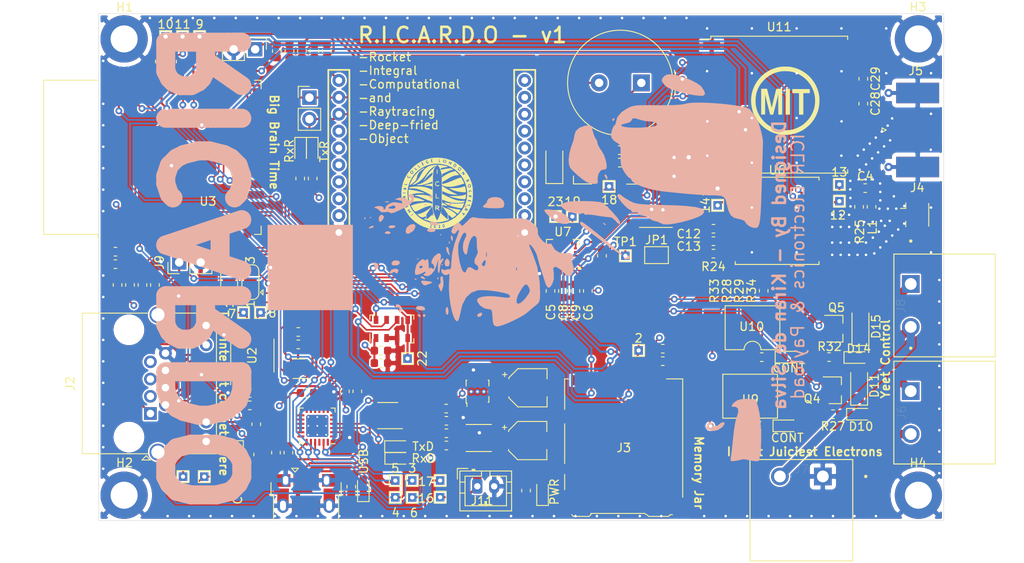
<source format=kicad_pcb>
(kicad_pcb (version 20171130) (host pcbnew "(5.1.5-0-10_14)")
  (layers (0 F.Cu signal) (1 In1.Cu power hide) (2 In2.Cu power hide) (31 B.Cu signal hide) (34 B.Paste user hide) (35 F.Paste user hide) (36 B.SilkS user hide) (37 F.SilkS user) (38 B.Mask user) (39 F.Mask user hide) (44 Edge.Cuts user))
  (net 0 "")
  (net 1 GND)
  (net 2 "Net-(C1-Pad1)")
  (net 3 /EN)
  (net 4 "Net-(C3-Pad1)")
  (net 5 "Net-(C4-Pad1)")
  (net 6 "Net-(C5-Pad1)")
  (net 7 "Net-(C6-Pad1)")
  (net 8 +3V3)
  (net 9 VDD)
  (net 10 "Net-(D1-Pad4)")
  (net 11 "Net-(D1-Pad3)")
  (net 12 "Net-(D1-Pad2)")
  (net 13 "Net-(D2-Pad2)")
  (net 14 /RXD)
  (net 15 "Net-(D3-Pad2)")
  (net 16 /TXD)
  (net 17 "Net-(D4-Pad2)")
  (net 18 /RADIO_RX)
  (net 19 "Net-(D5-Pad2)")
  (net 20 /RADIO_TX)
  (net 21 "Net-(D6-Pad2)")
  (net 22 "Net-(D7-Pad2)")
  (net 23 "Net-(BZ1-Pad2)")
  (net 24 "Net-(D8-Pad1)")
  (net 25 "Net-(D10-Pad1)")
  (net 26 "Net-(D11-Pad2)")
  (net 27 "Net-(D11-Pad1)")
  (net 28 "Net-(D12-Pad1)")
  (net 29 "Net-(D14-Pad1)")
  (net 30 "Net-(D15-Pad2)")
  (net 31 "Net-(D15-Pad1)")
  (net 32 "Net-(D16-Pad1)")
  (net 33 "Net-(D17-Pad2)")
  (net 34 /USB_DET)
  (net 35 "Net-(J2-Pad12)")
  (net 36 /CAN_RX)
  (net 37 "Net-(J2-Pad10)")
  (net 38 /CAN_TX)
  (net 39 "Net-(J2-Pad6)")
  (net 40 "Net-(J2-Pad4)")
  (net 41 /CAN_LOW)
  (net 42 "Net-(J2-Pad5)")
  (net 43 "Net-(J2-Pad3)")
  (net 44 /CAN_HIGH)
  (net 45 "Net-(J3-Pad10)")
  (net 46 /MISO)
  (net 47 /SCLK)
  (net 48 /MOSI)
  (net 49 /SD_CS)
  (net 50 "Net-(J3-Pad1)")
  (net 51 "Net-(J3-Pad8)")
  (net 52 "Net-(J3-Pad9)")
  (net 53 "Net-(J4-Pad1)")
  (net 54 "Net-(J5-Pad1)")
  (net 55 /nukes/External_Supply)
  (net 56 "Net-(JP1-Pad1)")
  (net 57 "Net-(JP2-Pad4)")
  (net 58 "Net-(JP2-Pad5)")
  (net 59 "Net-(JP2-Pad6)")
  (net 60 "Net-(JP2-Pad7)")
  (net 61 "Net-(JP2-Pad8)")
  (net 62 "Net-(JP2-Pad9)")
  (net 63 "Net-(JP2-Pad11)")
  (net 64 "Net-(JP2-Pad12)")
  (net 65 "Net-(JP2-Pad13)")
  (net 66 "Net-(JP2-Pad14)")
  (net 67 "Net-(JP2-Pad15)")
  (net 68 "Net-(JP2-Pad16)")
  (net 69 "Net-(JP2-Pad17)")
  (net 70 "Net-(JP2-Pad18)")
  (net 71 "Net-(JP2-Pad19)")
  (net 72 "Net-(JP2-Pad20)")
  (net 73 "Net-(JP5-Pad2)")
  (net 74 "Net-(L2-Pad2)")
  (net 75 "Net-(L2-Pad1)")
  (net 76 /RTS)
  (net 77 "Net-(Q1-Pad2)")
  (net 78 /DTR)
  (net 79 /BOOT)
  (net 80 /Nuke1)
  (net 81 /Nuke2)
  (net 82 "Net-(R3-Pad2)")
  (net 83 "Net-(R6-Pad2)")
  (net 84 "Net-(R16-Pad2)")
  (net 85 "Net-(R20-Pad2)")
  (net 86 /SDA)
  (net 87 /SCL)
  (net 88 "Net-(R23-Pad2)")
  (net 89 "Net-(R24-Pad2)")
  (net 90 "Net-(R25-Pad2)")
  (net 91 /Cont1)
  (net 92 "Net-(R29-Pad1)")
  (net 93 /Cont2)
  (net 94 "Net-(R34-Pad1)")
  (net 95 /FLASH_CS)
  (net 96 /IMU_CS)
  (net 97 /BARO_CS)
  (net 98 /MAG_CS)
  (net 99 "Net-(U1-Pad24)")
  (net 100 "Net-(U1-Pad22)")
  (net 101 "Net-(U1-Pad18)")
  (net 102 "Net-(U1-Pad17)")
  (net 103 "Net-(U1-Pad16)")
  (net 104 "Net-(U1-Pad15)")
  (net 105 "Net-(U1-Pad14)")
  (net 106 "Net-(U1-Pad13)")
  (net 107 "Net-(U1-Pad12)")
  (net 108 "Net-(U1-Pad11)")
  (net 109 "Net-(U1-Pad10)")
  (net 110 "Net-(U1-Pad1)")
  (net 111 "Net-(U2-Pad5)")
  (net 112 "Net-(U3-Pad32)")
  (net 113 /LORA_INT)
  (net 114 /LORA_CS)
  (net 115 "Net-(U3-Pad22)")
  (net 116 "Net-(U3-Pad21)")
  (net 117 "Net-(U3-Pad20)")
  (net 118 "Net-(U3-Pad19)")
  (net 119 "Net-(U3-Pad18)")
  (net 120 "Net-(U3-Pad17)")
  (net 121 /LORA_RESET)
  (net 122 "Net-(U6-Pad18)")
  (net 123 "Net-(U6-Pad15)")
  (net 124 "Net-(U6-Pad13)")
  (net 125 "Net-(U6-Pad5)")
  (net 126 "Net-(U6-Pad4)")
  (net 127 /GPS/RXD)
  (net 128 /GPS/TXD)
  (net 129 "Net-(U7-Pad13)")
  (net 130 "Net-(U7-Pad12)")
  (net 131 "Net-(U7-Pad11)")
  (net 132 "Net-(U7-Pad10)")
  (net 133 "Net-(U7-Pad9)")
  (net 134 "Net-(U8-Pad6)")
  (net 135 "Net-(U11-Pad16)")
  (net 136 "Net-(U11-Pad15)")
  (net 137 "Net-(U11-Pad12)")
  (net 138 "Net-(U11-Pad11)")
  (net 139 "Net-(U11-Pad7)")
  (net 140 "Net-(Q1-Pad5)")
  (net 141 /Buzzer)
  (module iclr-hw:Write_Pad (layer F.Cu) (at 110.02 80.05)
    (fp_text reference REF** hide)
    (fp_text value Write_Pad hide)
  )
  (module iclr-hw:ricardo_logo (layer F.Cu) (at 138.07 79.98 90)
    (fp_text reference G*** hide)
    (fp_text value LOGO hide)
  )
  (module iclr-hw:iclr_logo (layer F.Cu) (at 125.04 71.28)
    (fp_text reference G*** hide)
    (fp_text value LOGO hide)
  )
  (module iclr-hw:MIT_logo (layer F.Cu) (at 166.25 60.3)
    (fp_text reference G*** hide)
    (fp_text value LOGO hide)
  )
  (module Jumper:SolderJumper-3_P1.3mm_Open_RoundedPad1.0x1.5mm (layer F.Cu) (at 100.43 81.78 90)
    (fp_text reference REF** hide)
    (fp_text value SolderJumper-3_P1.3mm_Open_RoundedPad1.0x1.5mm hide)
    (fp_text user 3 (at 2.6 0 90) (layer F.SilkS))
    (fp_text user 1 (at -2.6 0 90) (layer F.SilkS))
    (pad 2 smd rect (at 0 0 90) (size 1 1.5) (layers F.Cu F.Mask) (net 38 /CAN_TX))
    (pad 3 smd custom (at 1.3 0 90) (size 1 0.5) (layers F.Cu F.Mask) (net 44 /CAN_HIGH) (options (clearance outline) (anchor rect)) (primitives (gr_circle (center 0 0.25) (end 0.5 0.25) (width 0)) (gr_circle (center 0 -0.25) (end 0.5 -0.25) (width 0)) (gr_poly (pts (xy -0.55 -0.75) (xy 0 -0.75) (xy 0 0.75) (xy -0.55 0.75)) (width 0))))
    (pad 1 smd custom (at -1.3 0 90) (size 1 0.5) (layers F.Cu F.Mask) (net 38 /CAN_TX) (options (clearance outline) (anchor rect)) (primitives (gr_circle (center 0 0.25) (end 0.5 0.25) (width 0)) (gr_circle (center 0 -0.25) (end 0.5 -0.25) (width 0)) (gr_poly (pts (xy 0.55 -0.75) (xy 0 -0.75) (xy 0 0.75) (xy 0.55 0.75)) (width 0))))
  )
  (module Jumper:SolderJumper-3_P1.3mm_Open_RoundedPad1.0x1.5mm (layer F.Cu) (at 102.94 81.78 90)
    (fp_text reference REF** hide)
    (fp_text value SolderJumper-3_P1.3mm_Open_RoundedPad1.0x1.5mm hide)
    (fp_text user 1 (at -2.6 0 90) (layer F.SilkS))
    (fp_text user 3 (at 2.6 0 90) (layer F.SilkS))
    (pad 2 smd rect (at 0 0 90) (size 1 1.5) (layers F.Cu F.Mask) (net 36 /CAN_RX))
    (pad 3 smd custom (at 1.3 0 90) (size 1 0.5) (layers F.Cu F.Mask) (net 41 /CAN_LOW) (options (clearance outline) (anchor rect)) (primitives (gr_circle (center 0 0.25) (end 0.5 0.25) (width 0)) (gr_circle (center 0 -0.25) (end 0.5 -0.25) (width 0)) (gr_poly (pts (xy -0.55 -0.75) (xy 0 -0.75) (xy 0 0.75) (xy -0.55 0.75)) (width 0))))
    (pad 1 smd custom (at -1.3 0 90) (size 1 0.5) (layers F.Cu F.Mask) (net 36 /CAN_RX) (options (clearance outline) (anchor rect)) (primitives (gr_circle (center 0 0.25) (end 0.5 0.25) (width 0)) (gr_circle (center 0 -0.25) (end 0.5 -0.25) (width 0)) (gr_poly (pts (xy 0.55 -0.75) (xy 0 -0.75) (xy 0 0.75) (xy 0.55 0.75)) (width 0))))
  )
  (module iclr-hw:VIA-0.6mm (layer F.Cu) (at 184.47 101.85 270)
    (fp_text reference REF** hide)
    (fp_text value VIA-0.6mm hide)
    (pad 1 thru_hole circle (at 0 0 270) (size 0.6 0.6) (drill 0.3) (layers *.Cu *.Mask) (net 1 GND))
  )
  (module iclr-hw:VIA-0.6mm (layer F.Cu) (at 184.47 89.15 270)
    (fp_text reference REF** hide)
    (fp_text value VIA-0.6mm hide)
    (pad 1 thru_hole circle (at 0 0 270) (size 0.6 0.6) (drill 0.3) (layers *.Cu *.Mask) (net 1 GND))
  )
  (module iclr-hw:VIA-0.6mm (layer F.Cu) (at 184.47 86.61 270)
    (fp_text reference REF** hide)
    (fp_text value VIA-0.6mm hide)
    (pad 1 thru_hole circle (at 0 0 270) (size 0.6 0.6) (drill 0.3) (layers *.Cu *.Mask) (net 1 GND))
  )
  (module iclr-hw:VIA-0.6mm (layer F.Cu) (at 184.47 84.07 270)
    (fp_text reference REF** hide)
    (fp_text value VIA-0.6mm hide)
    (pad 1 thru_hole circle (at 0 0 270) (size 0.6 0.6) (drill 0.3) (layers *.Cu *.Mask) (net 1 GND))
  )
  (module iclr-hw:VIA-0.6mm (layer F.Cu) (at 184.47 104.39 270)
    (fp_text reference REF** hide)
    (fp_text value VIA-0.6mm hide)
    (pad 1 thru_hole circle (at 0 0 270) (size 0.6 0.6) (drill 0.3) (layers *.Cu *.Mask) (net 1 GND))
  )
  (module iclr-hw:VIA-0.6mm (layer F.Cu) (at 184.47 99.31 270)
    (fp_text reference REF** hide)
    (fp_text value VIA-0.6mm hide)
    (pad 1 thru_hole circle (at 0 0 270) (size 0.6 0.6) (drill 0.3) (layers *.Cu *.Mask) (net 1 GND))
  )
  (module iclr-hw:VIA-0.6mm (layer F.Cu) (at 184.47 96.77 270)
    (fp_text reference REF** hide)
    (fp_text value VIA-0.6mm hide)
    (pad 1 thru_hole circle (at 0 0 270) (size 0.6 0.6) (drill 0.3) (layers *.Cu *.Mask) (net 1 GND))
  )
  (module iclr-hw:VIA-0.6mm (layer F.Cu) (at 184.47 94.23 270)
    (fp_text reference REF** hide)
    (fp_text value VIA-0.6mm hide)
    (pad 1 thru_hole circle (at 0 0 270) (size 0.6 0.6) (drill 0.3) (layers *.Cu *.Mask) (net 1 GND))
  )
  (module iclr-hw:VIA-0.6mm (layer F.Cu) (at 184.47 91.69 270)
    (fp_text reference REF** hide)
    (fp_text value VIA-0.6mm hide)
    (pad 1 thru_hole circle (at 0 0 270) (size 0.6 0.6) (drill 0.3) (layers *.Cu *.Mask) (net 1 GND))
  )
  (module iclr-hw:VIA-0.6mm (layer F.Cu) (at 184.47 81.53 270)
    (fp_text reference REF** hide)
    (fp_text value VIA-0.6mm hide)
    (pad 1 thru_hole circle (at 0 0 270) (size 0.6 0.6) (drill 0.3) (layers *.Cu *.Mask) (net 1 GND))
  )
  (module iclr-hw:VIA-0.6mm (layer F.Cu) (at 85.53 96.24 270)
    (fp_text reference REF** hide)
    (fp_text value VIA-0.6mm hide)
    (pad 1 thru_hole circle (at 0 0 270) (size 0.6 0.6) (drill 0.3) (layers *.Cu *.Mask) (net 1 GND))
  )
  (module iclr-hw:VIA-0.6mm (layer F.Cu) (at 85.53 83.54 270)
    (fp_text reference REF** hide)
    (fp_text value VIA-0.6mm hide)
    (pad 1 thru_hole circle (at 0 0 270) (size 0.6 0.6) (drill 0.3) (layers *.Cu *.Mask) (net 1 GND))
  )
  (module iclr-hw:VIA-0.6mm (layer F.Cu) (at 85.53 81 270)
    (fp_text reference REF** hide)
    (fp_text value VIA-0.6mm hide)
    (pad 1 thru_hole circle (at 0 0 270) (size 0.6 0.6) (drill 0.3) (layers *.Cu *.Mask) (net 1 GND))
  )
  (module iclr-hw:VIA-0.6mm (layer F.Cu) (at 85.53 103.86 270)
    (fp_text reference REF** hide)
    (fp_text value VIA-0.6mm hide)
    (pad 1 thru_hole circle (at 0 0 270) (size 0.6 0.6) (drill 0.3) (layers *.Cu *.Mask) (net 1 GND))
  )
  (module iclr-hw:VIA-0.6mm (layer F.Cu) (at 85.53 101.32 270)
    (fp_text reference REF** hide)
    (fp_text value VIA-0.6mm hide)
    (pad 1 thru_hole circle (at 0 0 270) (size 0.6 0.6) (drill 0.3) (layers *.Cu *.Mask) (net 1 GND))
  )
  (module iclr-hw:VIA-0.6mm (layer F.Cu) (at 85.53 98.78 270)
    (fp_text reference REF** hide)
    (fp_text value VIA-0.6mm hide)
    (pad 1 thru_hole circle (at 0 0 270) (size 0.6 0.6) (drill 0.3) (layers *.Cu *.Mask) (net 1 GND))
  )
  (module iclr-hw:VIA-0.6mm (layer F.Cu) (at 85.53 93.7 270)
    (fp_text reference REF** hide)
    (fp_text value VIA-0.6mm hide)
    (pad 1 thru_hole circle (at 0 0 270) (size 0.6 0.6) (drill 0.3) (layers *.Cu *.Mask) (net 1 GND))
  )
  (module iclr-hw:VIA-0.6mm (layer F.Cu) (at 85.53 91.16 270)
    (fp_text reference REF** hide)
    (fp_text value VIA-0.6mm hide)
    (pad 1 thru_hole circle (at 0 0 270) (size 0.6 0.6) (drill 0.3) (layers *.Cu *.Mask) (net 1 GND))
  )
  (module iclr-hw:VIA-0.6mm (layer F.Cu) (at 85.53 88.62 270)
    (fp_text reference REF** hide)
    (fp_text value VIA-0.6mm hide)
    (pad 1 thru_hole circle (at 0 0 270) (size 0.6 0.6) (drill 0.3) (layers *.Cu *.Mask) (net 1 GND))
  )
  (module iclr-hw:VIA-0.6mm (layer F.Cu) (at 85.53 86.08 270)
    (fp_text reference REF** hide)
    (fp_text value VIA-0.6mm hide)
    (pad 1 thru_hole circle (at 0 0 270) (size 0.6 0.6) (drill 0.3) (layers *.Cu *.Mask) (net 1 GND))
  )
  (module iclr-hw:VIA-0.6mm (layer F.Cu) (at 85.53 73.38 270)
    (fp_text reference REF** hide)
    (fp_text value VIA-0.6mm hide)
    (pad 1 thru_hole circle (at 0 0 270) (size 0.6 0.6) (drill 0.3) (layers *.Cu *.Mask) (net 1 GND))
  )
  (module iclr-hw:VIA-0.6mm (layer F.Cu) (at 85.53 70.84 270)
    (fp_text reference REF** hide)
    (fp_text value VIA-0.6mm hide)
    (pad 1 thru_hole circle (at 0 0 270) (size 0.6 0.6) (drill 0.3) (layers *.Cu *.Mask) (net 1 GND))
  )
  (module iclr-hw:VIA-0.6mm (layer F.Cu) (at 85.53 68.3 270)
    (fp_text reference REF** hide)
    (fp_text value VIA-0.6mm hide)
    (pad 1 thru_hole circle (at 0 0 270) (size 0.6 0.6) (drill 0.3) (layers *.Cu *.Mask) (net 1 GND))
  )
  (module iclr-hw:VIA-0.6mm (layer F.Cu) (at 85.53 65.76 270)
    (fp_text reference REF** hide)
    (fp_text value VIA-0.6mm hide)
    (pad 1 thru_hole circle (at 0 0 270) (size 0.6 0.6) (drill 0.3) (layers *.Cu *.Mask) (net 1 GND))
  )
  (module iclr-hw:VIA-0.6mm (layer F.Cu) (at 85.53 63.22 270)
    (fp_text reference REF** hide)
    (fp_text value VIA-0.6mm hide)
    (pad 1 thru_hole circle (at 0 0 270) (size 0.6 0.6) (drill 0.3) (layers *.Cu *.Mask) (net 1 GND))
  )
  (module iclr-hw:VIA-0.6mm (layer F.Cu) (at 85.53 60.68 270)
    (fp_text reference REF** hide)
    (fp_text value VIA-0.6mm hide)
    (pad 1 thru_hole circle (at 0 0 270) (size 0.6 0.6) (drill 0.3) (layers *.Cu *.Mask) (net 1 GND))
  )
  (module iclr-hw:VIA-0.6mm (layer F.Cu) (at 85.53 55.6 270)
    (fp_text reference REF** hide)
    (fp_text value VIA-0.6mm hide)
    (pad 1 thru_hole circle (at 0 0 270) (size 0.6 0.6) (drill 0.3) (layers *.Cu *.Mask) (net 1 GND))
  )
  (module iclr-hw:VIA-0.6mm (layer F.Cu) (at 131.25 109.47)
    (fp_text reference REF** hide)
    (fp_text value VIA-0.6mm hide)
    (pad 1 thru_hole circle (at 0 0) (size 0.6 0.6) (drill 0.3) (layers *.Cu *.Mask) (net 1 GND))
  )
  (module iclr-hw:VIA-0.6mm (layer F.Cu) (at 118.55 109.47)
    (fp_text reference REF** hide)
    (fp_text value VIA-0.6mm hide)
    (pad 1 thru_hole circle (at 0 0) (size 0.6 0.6) (drill 0.3) (layers *.Cu *.Mask) (net 1 GND))
  )
  (module iclr-hw:VIA-0.6mm (layer F.Cu) (at 116.01 109.47)
    (fp_text reference REF** hide)
    (fp_text value VIA-0.6mm hide)
    (pad 1 thru_hole circle (at 0 0) (size 0.6 0.6) (drill 0.3) (layers *.Cu *.Mask) (net 1 GND))
  )
  (module iclr-hw:VIA-0.6mm (layer F.Cu) (at 113.47 109.47)
    (fp_text reference REF** hide)
    (fp_text value VIA-0.6mm hide)
    (pad 1 thru_hole circle (at 0 0) (size 0.6 0.6) (drill 0.3) (layers *.Cu *.Mask) (net 1 GND))
  )
  (module iclr-hw:VIA-0.6mm (layer F.Cu) (at 176.97 109.47)
    (fp_text reference REF** hide)
    (fp_text value VIA-0.6mm hide)
    (pad 1 thru_hole circle (at 0 0) (size 0.6 0.6) (drill 0.3) (layers *.Cu *.Mask) (net 1 GND))
  )
  (module iclr-hw:VIA-0.6mm (layer F.Cu) (at 174.43 109.47)
    (fp_text reference REF** hide)
    (fp_text value VIA-0.6mm hide)
    (pad 1 thru_hole circle (at 0 0) (size 0.6 0.6) (drill 0.3) (layers *.Cu *.Mask) (net 1 GND))
  )
  (module iclr-hw:VIA-0.6mm (layer F.Cu) (at 171.89 109.47)
    (fp_text reference REF** hide)
    (fp_text value VIA-0.6mm hide)
    (pad 1 thru_hole circle (at 0 0) (size 0.6 0.6) (drill 0.3) (layers *.Cu *.Mask) (net 1 GND))
  )
  (module iclr-hw:VIA-0.6mm (layer F.Cu) (at 169.35 109.47)
    (fp_text reference REF** hide)
    (fp_text value VIA-0.6mm hide)
    (pad 1 thru_hole circle (at 0 0) (size 0.6 0.6) (drill 0.3) (layers *.Cu *.Mask) (net 1 GND))
  )
  (module iclr-hw:VIA-0.6mm (layer F.Cu) (at 166.81 109.47)
    (fp_text reference REF** hide)
    (fp_text value VIA-0.6mm hide)
    (pad 1 thru_hole circle (at 0 0) (size 0.6 0.6) (drill 0.3) (layers *.Cu *.Mask) (net 1 GND))
  )
  (module iclr-hw:VIA-0.6mm (layer F.Cu) (at 164.27 109.47)
    (fp_text reference REF** hide)
    (fp_text value VIA-0.6mm hide)
    (pad 1 thru_hole circle (at 0 0) (size 0.6 0.6) (drill 0.3) (layers *.Cu *.Mask) (net 1 GND))
  )
  (module iclr-hw:VIA-0.6mm (layer F.Cu) (at 161.73 109.47)
    (fp_text reference REF** hide)
    (fp_text value VIA-0.6mm hide)
    (pad 1 thru_hole circle (at 0 0) (size 0.6 0.6) (drill 0.3) (layers *.Cu *.Mask) (net 1 GND))
  )
  (module iclr-hw:VIA-0.6mm (layer F.Cu) (at 159.19 109.47)
    (fp_text reference REF** hide)
    (fp_text value VIA-0.6mm hide)
    (pad 1 thru_hole circle (at 0 0) (size 0.6 0.6) (drill 0.3) (layers *.Cu *.Mask) (net 1 GND))
  )
  (module iclr-hw:VIA-0.6mm (layer F.Cu) (at 156.65 109.47)
    (fp_text reference REF** hide)
    (fp_text value VIA-0.6mm hide)
    (pad 1 thru_hole circle (at 0 0) (size 0.6 0.6) (drill 0.3) (layers *.Cu *.Mask) (net 1 GND))
  )
  (module iclr-hw:VIA-0.6mm (layer F.Cu) (at 151.57 109.47)
    (fp_text reference REF** hide)
    (fp_text value VIA-0.6mm hide)
    (pad 1 thru_hole circle (at 0 0) (size 0.6 0.6) (drill 0.3) (layers *.Cu *.Mask) (net 1 GND))
  )
  (module iclr-hw:VIA-0.6mm (layer F.Cu) (at 149.03 109.47)
    (fp_text reference REF** hide)
    (fp_text value VIA-0.6mm hide)
    (pad 1 thru_hole circle (at 0 0) (size 0.6 0.6) (drill 0.3) (layers *.Cu *.Mask) (net 1 GND))
  )
  (module iclr-hw:VIA-0.6mm (layer F.Cu) (at 146.49 109.47)
    (fp_text reference REF** hide)
    (fp_text value VIA-0.6mm hide)
    (pad 1 thru_hole circle (at 0 0) (size 0.6 0.6) (drill 0.3) (layers *.Cu *.Mask) (net 1 GND))
  )
  (module iclr-hw:VIA-0.6mm (layer F.Cu) (at 143.95 109.47)
    (fp_text reference REF** hide)
    (fp_text value VIA-0.6mm hide)
    (pad 1 thru_hole circle (at 0 0) (size 0.6 0.6) (drill 0.3) (layers *.Cu *.Mask) (net 1 GND))
  )
  (module iclr-hw:VIA-0.6mm (layer F.Cu) (at 141.41 109.47)
    (fp_text reference REF** hide)
    (fp_text value VIA-0.6mm hide)
    (pad 1 thru_hole circle (at 0 0) (size 0.6 0.6) (drill 0.3) (layers *.Cu *.Mask) (net 1 GND))
  )
  (module iclr-hw:VIA-0.6mm (layer F.Cu) (at 138.87 109.47)
    (fp_text reference REF** hide)
    (fp_text value VIA-0.6mm hide)
    (pad 1 thru_hole circle (at 0 0) (size 0.6 0.6) (drill 0.3) (layers *.Cu *.Mask) (net 1 GND))
  )
  (module iclr-hw:VIA-0.6mm (layer F.Cu) (at 136.33 109.47)
    (fp_text reference REF** hide)
    (fp_text value VIA-0.6mm hide)
    (pad 1 thru_hole circle (at 0 0) (size 0.6 0.6) (drill 0.3) (layers *.Cu *.Mask) (net 1 GND))
  )
  (module iclr-hw:VIA-0.6mm (layer F.Cu) (at 133.79 109.47)
    (fp_text reference REF** hide)
    (fp_text value VIA-0.6mm hide)
    (pad 1 thru_hole circle (at 0 0) (size 0.6 0.6) (drill 0.3) (layers *.Cu *.Mask) (net 1 GND))
  )
  (module iclr-hw:VIA-0.6mm (layer F.Cu) (at 128.71 109.47)
    (fp_text reference REF** hide)
    (fp_text value VIA-0.6mm hide)
    (pad 1 thru_hole circle (at 0 0) (size 0.6 0.6) (drill 0.3) (layers *.Cu *.Mask) (net 1 GND))
  )
  (module iclr-hw:VIA-0.6mm (layer F.Cu) (at 126.17 109.47)
    (fp_text reference REF** hide)
    (fp_text value VIA-0.6mm hide)
    (pad 1 thru_hole circle (at 0 0) (size 0.6 0.6) (drill 0.3) (layers *.Cu *.Mask) (net 1 GND))
  )
  (module iclr-hw:VIA-0.6mm (layer F.Cu) (at 123.63 109.47)
    (fp_text reference REF** hide)
    (fp_text value VIA-0.6mm hide)
    (pad 1 thru_hole circle (at 0 0) (size 0.6 0.6) (drill 0.3) (layers *.Cu *.Mask) (net 1 GND))
  )
  (module iclr-hw:VIA-0.6mm (layer F.Cu) (at 121.09 109.47)
    (fp_text reference REF** hide)
    (fp_text value VIA-0.6mm hide)
    (pad 1 thru_hole circle (at 0 0) (size 0.6 0.6) (drill 0.3) (layers *.Cu *.Mask) (net 1 GND))
  )
  (module iclr-hw:VIA-0.6mm (layer F.Cu) (at 110.93 109.47)
    (fp_text reference REF** hide)
    (fp_text value VIA-0.6mm hide)
    (pad 1 thru_hole circle (at 0 0) (size 0.6 0.6) (drill 0.3) (layers *.Cu *.Mask) (net 1 GND))
  )
  (module iclr-hw:VIA-0.6mm (layer F.Cu) (at 108.39 109.47)
    (fp_text reference REF** hide)
    (fp_text value VIA-0.6mm hide)
    (pad 1 thru_hole circle (at 0 0) (size 0.6 0.6) (drill 0.3) (layers *.Cu *.Mask) (net 1 GND))
  )
  (module iclr-hw:VIA-0.6mm (layer F.Cu) (at 105.85 109.47)
    (fp_text reference REF** hide)
    (fp_text value VIA-0.6mm hide)
    (pad 1 thru_hole circle (at 0 0) (size 0.6 0.6) (drill 0.3) (layers *.Cu *.Mask) (net 1 GND))
  )
  (module iclr-hw:VIA-0.6mm (layer F.Cu) (at 103.31 109.47)
    (fp_text reference REF** hide)
    (fp_text value VIA-0.6mm hide)
    (pad 1 thru_hole circle (at 0 0) (size 0.6 0.6) (drill 0.3) (layers *.Cu *.Mask) (net 1 GND))
  )
  (module iclr-hw:VIA-0.6mm (layer F.Cu) (at 100.77 109.47)
    (fp_text reference REF** hide)
    (fp_text value VIA-0.6mm hide)
    (pad 1 thru_hole circle (at 0 0) (size 0.6 0.6) (drill 0.3) (layers *.Cu *.Mask) (net 1 GND))
  )
  (module iclr-hw:VIA-0.6mm (layer F.Cu) (at 98.23 109.47)
    (fp_text reference REF** hide)
    (fp_text value VIA-0.6mm hide)
    (pad 1 thru_hole circle (at 0 0) (size 0.6 0.6) (drill 0.3) (layers *.Cu *.Mask) (net 1 GND))
  )
  (module iclr-hw:VIA-0.6mm (layer F.Cu) (at 95.69 109.47)
    (fp_text reference REF** hide)
    (fp_text value VIA-0.6mm hide)
    (pad 1 thru_hole circle (at 0 0) (size 0.6 0.6) (drill 0.3) (layers *.Cu *.Mask) (net 1 GND))
  )
  (module iclr-hw:VIA-0.6mm (layer F.Cu) (at 93.15 109.47)
    (fp_text reference REF** hide)
    (fp_text value VIA-0.6mm hide)
    (pad 1 thru_hole circle (at 0 0) (size 0.6 0.6) (drill 0.3) (layers *.Cu *.Mask) (net 1 GND))
  )
  (module iclr-hw:VIA-0.6mm (layer F.Cu) (at 91.05 50.53)
    (fp_text reference REF** hide)
    (fp_text value VIA-0.6mm hide)
    (pad 1 thru_hole circle (at 0 0) (size 0.6 0.6) (drill 0.3) (layers *.Cu *.Mask) (net 1 GND))
  )
  (module iclr-hw:VIA-0.6mm (layer F.Cu) (at 136.77 50.53)
    (fp_text reference REF** hide)
    (fp_text value VIA-0.6mm hide)
    (pad 1 thru_hole circle (at 0 0) (size 0.6 0.6) (drill 0.3) (layers *.Cu *.Mask) (net 1 GND))
  )
  (module iclr-hw:VIA-0.6mm (layer F.Cu) (at 124.07 50.53)
    (fp_text reference REF** hide)
    (fp_text value VIA-0.6mm hide)
    (pad 1 thru_hole circle (at 0 0) (size 0.6 0.6) (drill 0.3) (layers *.Cu *.Mask) (net 1 GND))
  )
  (module iclr-hw:VIA-0.6mm (layer F.Cu) (at 121.53 50.53)
    (fp_text reference REF** hide)
    (fp_text value VIA-0.6mm hide)
    (pad 1 thru_hole circle (at 0 0) (size 0.6 0.6) (drill 0.3) (layers *.Cu *.Mask) (net 1 GND))
  )
  (module iclr-hw:VIA-0.6mm (layer F.Cu) (at 118.99 50.53)
    (fp_text reference REF** hide)
    (fp_text value VIA-0.6mm hide)
    (pad 1 thru_hole circle (at 0 0) (size 0.6 0.6) (drill 0.3) (layers *.Cu *.Mask) (net 1 GND))
  )
  (module iclr-hw:VIA-0.6mm (layer F.Cu) (at 154.55 50.53)
    (fp_text reference REF** hide)
    (fp_text value VIA-0.6mm hide)
    (pad 1 thru_hole circle (at 0 0) (size 0.6 0.6) (drill 0.3) (layers *.Cu *.Mask) (net 1 GND))
  )
  (module iclr-hw:VIA-0.6mm (layer F.Cu) (at 152.01 50.53)
    (fp_text reference REF** hide)
    (fp_text value VIA-0.6mm hide)
    (pad 1 thru_hole circle (at 0 0) (size 0.6 0.6) (drill 0.3) (layers *.Cu *.Mask) (net 1 GND))
  )
  (module iclr-hw:VIA-0.6mm (layer F.Cu) (at 149.47 50.53)
    (fp_text reference REF** hide)
    (fp_text value VIA-0.6mm hide)
    (pad 1 thru_hole circle (at 0 0) (size 0.6 0.6) (drill 0.3) (layers *.Cu *.Mask) (net 1 GND))
  )
  (module iclr-hw:VIA-0.6mm (layer F.Cu) (at 146.93 50.53)
    (fp_text reference REF** hide)
    (fp_text value VIA-0.6mm hide)
    (pad 1 thru_hole circle (at 0 0) (size 0.6 0.6) (drill 0.3) (layers *.Cu *.Mask) (net 1 GND))
  )
  (module iclr-hw:VIA-0.6mm (layer F.Cu) (at 144.39 50.53)
    (fp_text reference REF** hide)
    (fp_text value VIA-0.6mm hide)
    (pad 1 thru_hole circle (at 0 0) (size 0.6 0.6) (drill 0.3) (layers *.Cu *.Mask) (net 1 GND))
  )
  (module iclr-hw:VIA-0.6mm (layer F.Cu) (at 141.85 50.53)
    (fp_text reference REF** hide)
    (fp_text value VIA-0.6mm hide)
    (pad 1 thru_hole circle (at 0 0) (size 0.6 0.6) (drill 0.3) (layers *.Cu *.Mask) (net 1 GND))
  )
  (module iclr-hw:VIA-0.6mm (layer F.Cu) (at 139.31 50.53)
    (fp_text reference REF** hide)
    (fp_text value VIA-0.6mm hide)
    (pad 1 thru_hole circle (at 0 0) (size 0.6 0.6) (drill 0.3) (layers *.Cu *.Mask) (net 1 GND))
  )
  (module iclr-hw:VIA-0.6mm (layer F.Cu) (at 134.23 50.53)
    (fp_text reference REF** hide)
    (fp_text value VIA-0.6mm hide)
    (pad 1 thru_hole circle (at 0 0) (size 0.6 0.6) (drill 0.3) (layers *.Cu *.Mask) (net 1 GND))
  )
  (module iclr-hw:VIA-0.6mm (layer F.Cu) (at 131.69 50.53)
    (fp_text reference REF** hide)
    (fp_text value VIA-0.6mm hide)
    (pad 1 thru_hole circle (at 0 0) (size 0.6 0.6) (drill 0.3) (layers *.Cu *.Mask) (net 1 GND))
  )
  (module iclr-hw:VIA-0.6mm (layer F.Cu) (at 129.15 50.53)
    (fp_text reference REF** hide)
    (fp_text value VIA-0.6mm hide)
    (pad 1 thru_hole circle (at 0 0) (size 0.6 0.6) (drill 0.3) (layers *.Cu *.Mask) (net 1 GND))
  )
  (module iclr-hw:VIA-0.6mm (layer F.Cu) (at 126.61 50.53)
    (fp_text reference REF** hide)
    (fp_text value VIA-0.6mm hide)
    (pad 1 thru_hole circle (at 0 0) (size 0.6 0.6) (drill 0.3) (layers *.Cu *.Mask) (net 1 GND))
  )
  (module iclr-hw:VIA-0.6mm (layer F.Cu) (at 116.45 50.53)
    (fp_text reference REF** hide)
    (fp_text value VIA-0.6mm hide)
    (pad 1 thru_hole circle (at 0 0) (size 0.6 0.6) (drill 0.3) (layers *.Cu *.Mask) (net 1 GND))
  )
  (module iclr-hw:VIA-0.6mm (layer F.Cu) (at 113.91 50.53)
    (fp_text reference REF** hide)
    (fp_text value VIA-0.6mm hide)
    (pad 1 thru_hole circle (at 0 0) (size 0.6 0.6) (drill 0.3) (layers *.Cu *.Mask) (net 1 GND))
  )
  (module iclr-hw:VIA-0.6mm (layer F.Cu) (at 111.37 50.53)
    (fp_text reference REF** hide)
    (fp_text value VIA-0.6mm hide)
    (pad 1 thru_hole circle (at 0 0) (size 0.6 0.6) (drill 0.3) (layers *.Cu *.Mask) (net 1 GND))
  )
  (module iclr-hw:VIA-0.6mm (layer F.Cu) (at 108.83 50.53)
    (fp_text reference REF** hide)
    (fp_text value VIA-0.6mm hide)
    (pad 1 thru_hole circle (at 0 0) (size 0.6 0.6) (drill 0.3) (layers *.Cu *.Mask) (net 1 GND))
  )
  (module iclr-hw:VIA-0.6mm (layer F.Cu) (at 106.29 50.53)
    (fp_text reference REF** hide)
    (fp_text value VIA-0.6mm hide)
    (pad 1 thru_hole circle (at 0 0) (size 0.6 0.6) (drill 0.3) (layers *.Cu *.Mask) (net 1 GND))
  )
  (module iclr-hw:VIA-0.6mm (layer F.Cu) (at 103.75 50.53)
    (fp_text reference REF** hide)
    (fp_text value VIA-0.6mm hide)
    (pad 1 thru_hole circle (at 0 0) (size 0.6 0.6) (drill 0.3) (layers *.Cu *.Mask) (net 1 GND))
  )
  (module iclr-hw:VIA-0.6mm (layer F.Cu) (at 101.21 50.53)
    (fp_text reference REF** hide)
    (fp_text value VIA-0.6mm hide)
    (pad 1 thru_hole circle (at 0 0) (size 0.6 0.6) (drill 0.3) (layers *.Cu *.Mask) (net 1 GND))
  )
  (module iclr-hw:VIA-0.6mm (layer F.Cu) (at 93.59 50.53)
    (fp_text reference REF** hide)
    (fp_text value VIA-0.6mm hide)
    (pad 1 thru_hole circle (at 0 0) (size 0.6 0.6) (drill 0.3) (layers *.Cu *.Mask) (net 1 GND))
  )
  (module iclr-hw:VIA-0.6mm (layer F.Cu) (at 96.13 50.53)
    (fp_text reference REF** hide)
    (fp_text value VIA-0.6mm hide)
    (pad 1 thru_hole circle (at 0 0) (size 0.6 0.6) (drill 0.3) (layers *.Cu *.Mask) (net 1 GND))
  )
  (module iclr-hw:VIA-0.6mm (layer F.Cu) (at 98.67 50.53)
    (fp_text reference REF** hide)
    (fp_text value VIA-0.6mm hide)
    (pad 1 thru_hole circle (at 0 0) (size 0.6 0.6) (drill 0.3) (layers *.Cu *.Mask) (net 1 GND))
  )
  (module iclr-hw:VIA-0.6mm (layer F.Cu) (at 177.93 63.29)
    (fp_text reference REF** hide)
    (fp_text value VIA-0.6mm hide)
    (pad 1 thru_hole circle (at 0.43 -0.03) (size 0.6 0.6) (drill 0.3) (layers *.Cu *.Mask) (net 1 GND))
  )
  (module iclr-hw:VIA-0.6mm (layer F.Cu) (at 177.23 64)
    (fp_text reference REF** hide)
    (fp_text value VIA-0.6mm hide)
    (pad 1 thru_hole circle (at 0.43 -0.03) (size 0.6 0.6) (drill 0.3) (layers *.Cu *.Mask) (net 1 GND))
  )
  (module iclr-hw:VIA-0.6mm (layer F.Cu) (at 176.52 64.71)
    (fp_text reference REF** hide)
    (fp_text value VIA-0.6mm hide)
    (pad 1 thru_hole circle (at 0.43 -0.03) (size 0.6 0.6) (drill 0.3) (layers *.Cu *.Mask) (net 1 GND))
  )
  (module iclr-hw:VIA-0.6mm (layer F.Cu) (at 175.81 65.42)
    (fp_text reference REF** hide)
    (fp_text value VIA-0.6mm hide)
    (pad 1 thru_hole circle (at 0.43 -0.03) (size 0.6 0.6) (drill 0.3) (layers *.Cu *.Mask) (net 1 GND))
  )
  (module iclr-hw:VIA-0.6mm (layer F.Cu) (at 175.1 66.13)
    (fp_text reference REF** hide)
    (fp_text value VIA-0.6mm hide)
    (pad 1 thru_hole circle (at 0.43 -0.03) (size 0.6 0.6) (drill 0.3) (layers *.Cu *.Mask) (net 1 GND))
  )
  (module iclr-hw:VIA-0.6mm (layer F.Cu) (at 174.39 66.84)
    (fp_text reference REF** hide)
    (fp_text value VIA-0.6mm hide)
    (pad 1 thru_hole circle (at 0.43 -0.03) (size 0.6 0.6) (drill 0.3) (layers *.Cu *.Mask) (net 1 GND))
  )
  (module iclr-hw:VIA-0.6mm (layer F.Cu) (at 178.22 65.04)
    (fp_text reference REF** hide)
    (fp_text value VIA-0.6mm hide)
    (pad 1 thru_hole circle (at 0.43 -0.03) (size 0.6 0.6) (drill 0.3) (layers *.Cu *.Mask) (net 1 GND))
  )
  (module iclr-hw:VIA-0.6mm (layer F.Cu) (at 176.8 66.46)
    (fp_text reference REF** hide)
    (fp_text value VIA-0.6mm hide)
    (pad 1 thru_hole circle (at 0.43 -0.03) (size 0.6 0.6) (drill 0.3) (layers *.Cu *.Mask) (net 1 GND))
  )
  (module iclr-hw:VIA-0.6mm (layer F.Cu) (at 176.09 67.17)
    (fp_text reference REF** hide)
    (fp_text value VIA-0.6mm hide)
    (pad 1 thru_hole circle (at 0.43 -0.03) (size 0.6 0.6) (drill 0.3) (layers *.Cu *.Mask) (net 1 GND))
  )
  (module iclr-hw:VIA-0.6mm (layer F.Cu) (at 175.38 67.88)
    (fp_text reference REF** hide)
    (fp_text value VIA-0.6mm hide)
    (pad 1 thru_hole circle (at 0.43 -0.03) (size 0.6 0.6) (drill 0.3) (layers *.Cu *.Mask) (net 1 GND))
  )
  (module iclr-hw:VIA-0.6mm (layer F.Cu) (at 174.61 68.51)
    (fp_text reference REF** hide)
    (fp_text value VIA-0.6mm hide)
    (pad 1 thru_hole circle (at 0.43 -0.03) (size 0.6 0.6) (drill 0.3) (layers *.Cu *.Mask) (net 1 GND))
  )
  (module iclr-hw:VIA-0.6mm (layer F.Cu) (at 177.71 70.14)
    (fp_text reference REF** hide)
    (fp_text value VIA-0.6mm hide)
    (pad 1 thru_hole circle (at -0.24 -0.03) (size 0.6 0.6) (drill 0.3) (layers *.Cu *.Mask) (net 1 GND))
  )
  (module iclr-hw:VIA-0.6mm (layer F.Cu) (at 177.73 72.14)
    (fp_text reference REF** hide)
    (fp_text value VIA-0.6mm hide)
    (pad 1 thru_hole circle (at -0.24 -0.03) (size 0.6 0.6) (drill 0.3) (layers *.Cu *.Mask) (net 1 GND))
  )
  (module iclr-hw:VIA-0.6mm (layer F.Cu) (at 177.73 71.14)
    (fp_text reference REF** hide)
    (fp_text value VIA-0.6mm hide)
    (pad 1 thru_hole circle (at -0.24 -0.03) (size 0.6 0.6) (drill 0.3) (layers *.Cu *.Mask) (net 1 GND))
  )
  (module iclr-hw:VIA-0.6mm (layer F.Cu) (at 178.16 69.66)
    (fp_text reference REF** hide)
    (fp_text value VIA-0.6mm hide)
    (pad 1 thru_hole circle (at 0.93 1.97) (size 0.6 0.6) (drill 0.3) (layers *.Cu *.Mask) (net 1 GND))
  )
  (module iclr-hw:VIA-0.6mm (layer F.Cu) (at 176.52 68.27)
    (fp_text reference REF** hide)
    (fp_text value VIA-0.6mm hide)
    (pad 1 thru_hole circle (at -0.77 1.36) (size 0.6 0.6) (drill 0.3) (layers *.Cu *.Mask) (net 1 GND))
  )
  (module iclr-hw:VIA-0.6mm (layer F.Cu) (at 176.16 69.66)
    (fp_text reference REF** hide)
    (fp_text value VIA-0.6mm hide)
    (pad 1 thru_hole circle (at 0.43 -0.03) (size 0.6 0.6) (drill 0.3) (layers *.Cu *.Mask) (net 1 GND))
  )
  (module iclr-hw:VIA-0.6mm (layer F.Cu) (at 175.16 69.66)
    (fp_text reference REF** hide)
    (fp_text value VIA-0.6mm hide)
    (pad 1 thru_hole circle (at -0.24 -0.03) (size 0.6 0.6) (drill 0.3) (layers *.Cu *.Mask) (net 1 GND))
  )
  (module iclr-hw:VIA-0.6mm (layer F.Cu) (at 174.22 69.74)
    (fp_text reference REF** hide)
    (fp_text value VIA-0.6mm hide)
    (pad 1 thru_hole circle (at -0.28 0.06) (size 0.6 0.6) (drill 0.3) (layers *.Cu *.Mask) (net 1 GND))
  )
  (module iclr-hw:VIA-0.6mm (layer F.Cu) (at 173.96 70.81)
    (fp_text reference REF** hide)
    (fp_text value VIA-0.6mm hide)
    (pad 1 thru_hole circle (at -0.03 0) (size 0.6 0.6) (drill 0.3) (layers *.Cu *.Mask) (net 1 GND))
  )
  (module iclr-hw:VIA-0.6mm (layer F.Cu) (at 173.96 71.82)
    (fp_text reference REF** hide)
    (fp_text value VIA-0.6mm hide)
    (pad 1 thru_hole circle (at -0.01 0) (size 0.6 0.6) (drill 0.3) (layers *.Cu *.Mask) (net 1 GND))
  )
  (module iclr-hw:VIA-0.6mm (layer F.Cu) (at 174.01 72.83)
    (fp_text reference REF** hide)
    (fp_text value VIA-0.6mm hide)
    (pad 1 thru_hole circle (at -0.05 -0.01) (size 0.6 0.6) (drill 0.3) (layers *.Cu *.Mask) (net 1 GND))
  )
  (module iclr-hw:VIA-0.6mm (layer F.Cu) (at 173.8 73.81)
    (fp_text reference REF** hide)
    (fp_text value VIA-0.6mm hide)
    (pad 1 thru_hole circle (at 0 0) (size 0.6 0.6) (drill 0.3) (layers *.Cu *.Mask) (net 1 GND))
  )
  (module iclr-hw:VIA-0.6mm (layer F.Cu) (at 172.8 73.81)
    (fp_text reference REF** hide)
    (fp_text value VIA-0.6mm hide)
    (pad 1 thru_hole circle (at 0 0) (size 0.6 0.6) (drill 0.3) (layers *.Cu *.Mask) (net 1 GND))
  )
  (module iclr-hw:VIA-0.6mm (layer F.Cu) (at 171.8 73.81)
    (fp_text reference REF** hide)
    (fp_text value VIA-0.6mm hide)
    (pad 1 thru_hole circle (at 0 0) (size 0.6 0.6) (drill 0.3) (layers *.Cu *.Mask) (net 1 GND))
  )
  (module iclr-hw:VIA-0.6mm (layer F.Cu) (at 175.58 74.67)
    (fp_text reference REF** hide)
    (fp_text value VIA-0.6mm hide)
    (pad 1 thru_hole circle (at 0 0) (size 0.6 0.6) (drill 0.3) (layers *.Cu *.Mask) (net 1 GND))
  )
  (module iclr-hw:VIA-0.6mm (layer F.Cu) (at 174.8 75.21)
    (fp_text reference REF** hide)
    (fp_text value VIA-0.6mm hide)
    (pad 1 thru_hole circle (at 0 0) (size 0.6 0.6) (drill 0.3) (layers *.Cu *.Mask) (net 1 GND))
  )
  (module iclr-hw:VIA-0.6mm (layer F.Cu) (at 173.8 75.25)
    (fp_text reference REF** hide)
    (fp_text value VIA-0.6mm hide)
    (pad 1 thru_hole circle (at 0 0) (size 0.6 0.6) (drill 0.3) (layers *.Cu *.Mask) (net 1 GND))
  )
  (module iclr-hw:VIA-0.6mm (layer F.Cu) (at 172.8 75.25)
    (fp_text reference REF** hide)
    (fp_text value VIA-0.6mm hide)
    (pad 1 thru_hole circle (at 0 0) (size 0.6 0.6) (drill 0.3) (layers *.Cu *.Mask) (net 1 GND))
  )
  (module iclr-hw:VIA-0.6mm (layer F.Cu) (at 171.8 75.25)
    (fp_text reference REF** hide)
    (fp_text value VIA-0.6mm hide)
    (pad 1 thru_hole circle (at 0 0) (size 0.6 0.6) (drill 0.3) (layers *.Cu *.Mask) (net 1 GND))
  )
  (module iclr-hw:VIA-0.6mm (layer F.Cu) (at 176.59 74.64)
    (fp_text reference REF** hide)
    (fp_text value VIA-0.6mm hide)
    (pad 1 thru_hole circle (at 0 0) (size 0.6 0.6) (drill 0.3) (layers *.Cu *.Mask) (net 1 GND))
  )
  (module iclr-hw:VIA-0.6mm (layer F.Cu) (at 178.6 74.53)
    (fp_text reference REF** hide)
    (fp_text value VIA-0.6mm hide)
    (pad 1 thru_hole circle (at 0 0) (size 0.6 0.6) (drill 0.3) (layers *.Cu *.Mask) (net 1 GND))
  )
  (module iclr-hw:VIA-0.6mm (layer F.Cu) (at 177.59 74.53)
    (fp_text reference REF** hide)
    (fp_text value VIA-0.6mm hide)
    (pad 1 thru_hole circle (at 0 0) (size 0.6 0.6) (drill 0.3) (layers *.Cu *.Mask) (net 1 GND))
  )
  (module iclr-hw:VIA-0.6mm (layer F.Cu) (at 177.38 73.09)
    (fp_text reference REF** hide)
    (fp_text value VIA-0.6mm hide)
    (pad 1 thru_hole circle (at 0 0) (size 0.6 0.6) (drill 0.3) (layers *.Cu *.Mask) (net 1 GND))
  )
  (module iclr-hw:VIA-0.6mm (layer F.Cu) (at 179.38 73.09)
    (fp_text reference REF** hide)
    (fp_text value VIA-0.6mm hide)
    (pad 1 thru_hole circle (at 0 0) (size 0.6 0.6) (drill 0.3) (layers *.Cu *.Mask) (net 1 GND))
  )
  (module iclr-hw:VIA-0.6mm (layer F.Cu) (at 180.33 72.77)
    (fp_text reference REF** hide)
    (fp_text value VIA-0.6mm hide)
    (pad 1 thru_hole circle (at 0 0) (size 0.6 0.6) (drill 0.3) (layers *.Cu *.Mask) (net 1 GND))
  )
  (module iclr-hw:VIA-0.6mm (layer F.Cu) (at 177.936 75.18986)
    (fp_text reference REF** hide)
    (fp_text value VIA-0.6mm hide)
    (pad 1 thru_hole circle (at 0.08636 -0.08382) (size 0.6 0.6) (drill 0.3) (layers *.Cu *.Mask) (net 1 GND))
  )
  (module iclr-hw:VIA-0.6mm (layer F.Cu) (at 177.22988 75.89852)
    (fp_text reference REF** hide)
    (fp_text value VIA-0.6mm hide)
    (pad 1 thru_hole circle (at 0.08636 -0.08382) (size 0.6 0.6) (drill 0.3) (layers *.Cu *.Mask) (net 1 GND))
  )
  (module iclr-hw:VIA-0.6mm (layer F.Cu) (at 176.52122 76.6021)
    (fp_text reference REF** hide)
    (fp_text value VIA-0.6mm hide)
    (pad 1 thru_hole circle (at 0.08636 -0.08382) (size 0.6 0.6) (drill 0.3) (layers *.Cu *.Mask) (net 1 GND))
  )
  (module iclr-hw:VIA-0.6mm (layer F.Cu) (at 176.88978 76.80758)
    (fp_text reference REF** hide)
    (fp_text value VIA-0.6mm hide)
    (pad 1 thru_hole circle (at -1.09434 0.29954) (size 0.6 0.6) (drill 0.3) (layers *.Cu *.Mask) (net 1 GND))
  )
  (module iclr-hw:VIA-0.6mm (layer F.Cu) (at 175.88978 76.80758)
    (fp_text reference REF** hide)
    (fp_text value VIA-0.6mm hide)
    (pad 1 thru_hole circle (at -1.09434 0.29954) (size 0.6 0.6) (drill 0.3) (layers *.Cu *.Mask) (net 1 GND))
  )
  (module iclr-hw:VIA-0.6mm (layer F.Cu) (at 174.88978 76.80758)
    (fp_text reference REF** hide)
    (fp_text value VIA-0.6mm hide)
    (pad 1 thru_hole circle (at -1.09434 0.29954) (size 0.6 0.6) (drill 0.3) (layers *.Cu *.Mask) (net 1 GND))
  )
  (module iclr-hw:VIA-0.6mm (layer F.Cu) (at 173.88978 76.80758)
    (fp_text reference REF** hide)
    (fp_text value VIA-0.6mm hide)
    (pad 1 thru_hole circle (at -1.09434 0.29954) (size 0.6 0.6) (drill 0.3) (layers *.Cu *.Mask) (net 1 GND))
  )
  (module iclr-hw:VIA-0.6mm (layer F.Cu) (at 172.88978 76.80758)
    (fp_text reference REF** hide)
    (fp_text value VIA-0.6mm hide)
    (pad 1 thru_hole circle (at -1.09434 0.29954) (size 0.6 0.6) (drill 0.3) (layers *.Cu *.Mask) (net 1 GND))
  )
  (module iclr-hw:VIA-0.6mm (layer F.Cu) (at 176.88978 78.25758)
    (fp_text reference REF** hide)
    (fp_text value VIA-0.6mm hide)
    (pad 1 thru_hole circle (at -1.09434 0.29954) (size 0.6 0.6) (drill 0.3) (layers *.Cu *.Mask) (net 1 GND))
  )
  (module iclr-hw:VIA-0.6mm (layer F.Cu) (at 175.88978 78.25758)
    (fp_text reference REF** hide)
    (fp_text value VIA-0.6mm hide)
    (pad 1 thru_hole circle (at -1.09434 0.29954) (size 0.6 0.6) (drill 0.3) (layers *.Cu *.Mask) (net 1 GND))
  )
  (module iclr-hw:VIA-0.6mm (layer F.Cu) (at 180.22824 74.93762)
    (fp_text reference REF** hide)
    (fp_text value VIA-0.6mm hide)
    (pad 1 thru_hole circle (at 0.09144 -0.08636) (size 0.6 0.6) (drill 0.3) (layers *.Cu *.Mask) (net 1 GND))
  )
  (module iclr-hw:VIA-0.6mm (layer F.Cu) (at 179.1843 75.9841)
    (fp_text reference REF** hide)
    (fp_text value VIA-0.6mm hide)
    (pad 1 thru_hole circle (at 0.42418 -0.42672) (size 0.6 0.6) (drill 0.3) (layers *.Cu *.Mask) (net 1 GND))
  )
  (module iclr-hw:VIA-0.6mm (layer F.Cu) (at 178.816 76.34986)
    (fp_text reference REF** hide)
    (fp_text value VIA-0.6mm hide)
    (pad 1 thru_hole circle (at 0.08636 -0.08382) (size 0.6 0.6) (drill 0.3) (layers *.Cu *.Mask) (net 1 GND))
  )
  (module iclr-hw:VIA-0.6mm (layer F.Cu) (at 178.10988 77.05852)
    (fp_text reference REF** hide)
    (fp_text value VIA-0.6mm hide)
    (pad 1 thru_hole circle (at 0.08636 -0.08382) (size 0.6 0.6) (drill 0.3) (layers *.Cu *.Mask) (net 1 GND))
  )
  (module iclr-hw:VIA-0.6mm (layer F.Cu) (at 177.88978 78.25758)
    (fp_text reference REF** hide)
    (fp_text value VIA-0.6mm hide)
    (pad 1 thru_hole circle (at -1.11086 0.12682) (size 0.6 0.6) (drill 0.3) (layers *.Cu *.Mask) (net 1 GND))
  )
  (module iclr-hw:VIA-0.6mm (layer F.Cu) (at 174.88978 78.25758)
    (fp_text reference REF** hide)
    (fp_text value VIA-0.6mm hide)
    (pad 1 thru_hole circle (at -1.09434 0.29954) (size 0.6 0.6) (drill 0.3) (layers *.Cu *.Mask) (net 1 GND))
  )
  (module iclr-hw:VIA-0.6mm (layer F.Cu) (at 173.88978 78.25758)
    (fp_text reference REF** hide)
    (fp_text value VIA-0.6mm hide)
    (pad 1 thru_hole circle (at -1.09434 0.29954) (size 0.6 0.6) (drill 0.3) (layers *.Cu *.Mask) (net 1 GND))
  )
  (module iclr-hw:VIA-0.6mm (layer F.Cu) (at 183.48978 78.25758)
    (fp_text reference REF** hide)
    (fp_text value VIA-0.6mm hide)
    (pad 1 thru_hole circle (at 0 0) (size 0.6 0.6) (drill 0.3) (layers *.Cu *.Mask) (net 1 GND))
  )
  (module iclr-hw:VIA-0.6mm (layer F.Cu) (at 177.40122 77.7621)
    (fp_text reference REF** hide)
    (fp_text value VIA-0.6mm hide)
    (pad 1 thru_hole circle (at 0.08636 -0.08382) (size 0.6 0.6) (drill 0.3) (layers *.Cu *.Mask) (net 1 GND))
  )
  (module iclr-hw:VIA-0.6mm (layer F.Cu) (at 172.88978 78.25758)
    (fp_text reference REF** hide)
    (fp_text value VIA-0.6mm hide)
    (pad 1 thru_hole circle (at -1.09434 0.29954) (size 0.6 0.6) (drill 0.3) (layers *.Cu *.Mask) (net 1 GND))
  )
  (module iclr-hw:VIA-0.6mm (layer F.Cu) (at 167.58978 78.25758)
    (fp_text reference REF** hide)
    (fp_text value VIA-0.6mm hide)
    (pad 1 thru_hole circle (at 0 0) (size 0.6 0.6) (drill 0.3) (layers *.Cu *.Mask) (net 1 GND))
  )
  (module iclr-hw:VIA-0.6mm (layer F.Cu) (at 162.28978 78.25758)
    (fp_text reference REF** hide)
    (fp_text value VIA-0.6mm hide)
    (pad 1 thru_hole circle (at 0 0) (size 0.6 0.6) (drill 0.3) (layers *.Cu *.Mask) (net 1 GND))
  )
  (module iclr-hw:VIA-0.6mm (layer F.Cu) (at 183.48978 72.95758)
    (fp_text reference REF** hide)
    (fp_text value VIA-0.6mm hide)
    (pad 1 thru_hole circle (at 0 0) (size 0.6 0.6) (drill 0.3) (layers *.Cu *.Mask) (net 1 GND))
  )
  (module iclr-hw:VIA-0.6mm (layer F.Cu) (at 178.38 73.09)
    (fp_text reference REF** hide)
    (fp_text value VIA-0.6mm hide)
    (pad 1 thru_hole circle (at 0 0) (size 0.6 0.6) (drill 0.3) (layers *.Cu *.Mask) (net 1 GND))
  )
  (module iclr-hw:VIA-0.6mm (layer F.Cu) (at 167.58978 72.95758)
    (fp_text reference REF** hide)
    (fp_text value VIA-0.6mm hide)
    (pad 1 thru_hole circle (at 0 0) (size 0.6 0.6) (drill 0.3) (layers *.Cu *.Mask) (net 1 GND))
  )
  (module iclr-hw:VIA-0.6mm (layer F.Cu) (at 162.28978 72.95758)
    (fp_text reference REF** hide)
    (fp_text value VIA-0.6mm hide)
    (pad 1 thru_hole circle (at 0 0) (size 0.6 0.6) (drill 0.3) (layers *.Cu *.Mask) (net 1 GND))
  )
  (module iclr-hw:VIA-0.6mm (layer F.Cu) (at 156.98978 72.95758)
    (fp_text reference REF** hide)
    (fp_text value VIA-0.6mm hide)
    (pad 1 thru_hole circle (at -0.25908 -0.03164) (size 0.6 0.6) (drill 0.3) (layers *.Cu *.Mask) (net 1 GND))
  )
  (module iclr-hw:VIA-0.6mm (layer F.Cu) (at 183.48978 67.65758)
    (fp_text reference REF** hide)
    (fp_text value VIA-0.6mm hide)
    (pad 1 thru_hole circle (at -0.03066 -1.53884) (size 0.6 0.6) (drill 0.3) (layers *.Cu *.Mask) (net 1 GND))
  )
  (module iclr-hw:VIA-0.6mm (layer F.Cu) (at 178.18978 67.65758)
    (fp_text reference REF** hide)
    (fp_text value VIA-0.6mm hide)
    (pad 1 thru_hole circle (at -0.24978 -1.93758) (size 0.6 0.6) (drill 0.3) (layers *.Cu *.Mask) (net 1 GND))
  )
  (module iclr-hw:VIA-0.6mm (layer F.Cu) (at 172.88978 67.65758)
    (fp_text reference REF** hide)
    (fp_text value VIA-0.6mm hide)
    (pad 1 thru_hole circle (at -0.00468 -0.84288) (size 0.6 0.6) (drill 0.3) (layers *.Cu *.Mask) (net 1 GND))
  )
  (module iclr-hw:VIA-0.6mm (layer F.Cu) (at 167.58978 67.65758)
    (fp_text reference REF** hide)
    (fp_text value VIA-0.6mm hide)
    (pad 1 thru_hole circle (at 0 0) (size 0.6 0.6) (drill 0.3) (layers *.Cu *.Mask) (net 1 GND))
  )
  (module iclr-hw:VIA-0.6mm (layer F.Cu) (at 162.28978 67.65758)
    (fp_text reference REF** hide)
    (fp_text value VIA-0.6mm hide)
    (pad 1 thru_hole circle (at 0 0) (size 0.6 0.6) (drill 0.3) (layers *.Cu *.Mask) (net 1 GND))
  )
  (module iclr-hw:VIA-0.6mm (layer F.Cu) (at 156.98978 67.65758)
    (fp_text reference REF** hide)
    (fp_text value VIA-0.6mm hide)
    (pad 1 thru_hole circle (at 0.01778 -0.8378) (size 0.6 0.6) (drill 0.3) (layers *.Cu *.Mask) (net 1 GND))
  )
  (module iclr-hw:VIA-0.6mm (layer F.Cu) (at 183.48978 62.35758)
    (fp_text reference REF** hide)
    (fp_text value VIA-0.6mm hide)
    (pad 1 thru_hole circle (at -0.00272 -0.49334) (size 0.6 0.6) (drill 0.3) (layers *.Cu *.Mask) (net 1 GND))
  )
  (module iclr-hw:VIA-0.6mm (layer F.Cu) (at 178.18978 62.35758)
    (fp_text reference REF** hide)
    (fp_text value VIA-0.6mm hide)
    (pad 1 thru_hole circle (at 0.70022 0.05242) (size 0.6 0.6) (drill 0.3) (layers *.Cu *.Mask) (net 1 GND))
  )
  (module iclr-hw:VIA-0.6mm (layer F.Cu) (at 172.88978 62.35758)
    (fp_text reference REF** hide)
    (fp_text value VIA-0.6mm hide)
    (pad 1 thru_hole circle (at 0.01056 0.3982) (size 0.6 0.6) (drill 0.3) (layers *.Cu *.Mask) (net 1 GND))
  )
  (module iclr-hw:VIA-0.6mm (layer F.Cu) (at 167.58978 62.35758)
    (fp_text reference REF** hide)
    (fp_text value VIA-0.6mm hide)
    (pad 1 thru_hole circle (at 0 0) (size 0.6 0.6) (drill 0.3) (layers *.Cu *.Mask) (net 1 GND))
  )
  (module iclr-hw:VIA-0.6mm (layer F.Cu) (at 162.28978 62.35758)
    (fp_text reference REF** hide)
    (fp_text value VIA-0.6mm hide)
    (pad 1 thru_hole circle (at 0 0) (size 0.6 0.6) (drill 0.3) (layers *.Cu *.Mask) (net 1 GND))
  )
  (module iclr-hw:VIA-0.6mm (layer F.Cu) (at 156.98978 62.35758)
    (fp_text reference REF** hide)
    (fp_text value VIA-0.6mm hide)
    (pad 1 thru_hole circle (at 0.03048 0.39566) (size 0.6 0.6) (drill 0.3) (layers *.Cu *.Mask) (net 1 GND))
  )
  (module iclr-hw:VIA-0.6mm (layer F.Cu) (at 183.48978 57.05758)
    (fp_text reference REF** hide)
    (fp_text value VIA-0.6mm hide)
    (pad 1 thru_hole circle (at 0 0) (size 0.6 0.6) (drill 0.3) (layers *.Cu *.Mask) (net 1 GND))
  )
  (module iclr-hw:VIA-0.6mm (layer F.Cu) (at 178.18978 57.05758)
    (fp_text reference REF** hide)
    (fp_text value VIA-0.6mm hide)
    (pad 1 thru_hole circle (at 0 0) (size 0.6 0.6) (drill 0.3) (layers *.Cu *.Mask) (net 1 GND))
  )
  (module iclr-hw:VIA-0.6mm (layer F.Cu) (at 172.88978 57.05758)
    (fp_text reference REF** hide)
    (fp_text value VIA-0.6mm hide)
    (pad 1 thru_hole circle (at 0.01056 -0.22762) (size 0.6 0.6) (drill 0.3) (layers *.Cu *.Mask) (net 1 GND))
  )
  (module iclr-hw:VIA-0.6mm (layer F.Cu) (at 167.58978 57.05758)
    (fp_text reference REF** hide)
    (fp_text value VIA-0.6mm hide)
    (pad 1 thru_hole circle (at 0 0) (size 0.6 0.6) (drill 0.3) (layers *.Cu *.Mask) (net 1 GND))
  )
  (module iclr-hw:VIA-0.6mm (layer F.Cu) (at 162.28978 57.05758)
    (fp_text reference REF** hide)
    (fp_text value VIA-0.6mm hide)
    (pad 1 thru_hole circle (at 0 0) (size 0.6 0.6) (drill 0.3) (layers *.Cu *.Mask) (net 1 GND))
  )
  (module iclr-hw:VIA-0.6mm (layer F.Cu) (at 156.98978 57.05758)
    (fp_text reference REF** hide)
    (fp_text value VIA-0.6mm hide)
    (pad 1 thru_hole circle (at -0.00254 -0.24032) (size 0.6 0.6) (drill 0.3) (layers *.Cu *.Mask) (net 1 GND))
  )
  (module iclr-hw:VIA-0.6mm (layer F.Cu) (at 178.18978 51.75758)
    (fp_text reference REF** hide)
    (fp_text value VIA-0.6mm hide)
    (pad 1 thru_hole circle (at 0 0) (size 0.6 0.6) (drill 0.3) (layers *.Cu *.Mask) (net 1 GND))
  )
  (module iclr-hw:VIA-0.6mm (layer F.Cu) (at 172.88978 51.75758)
    (fp_text reference REF** hide)
    (fp_text value VIA-0.6mm hide)
    (pad 1 thru_hole circle (at 0 0) (size 0.6 0.6) (drill 0.3) (layers *.Cu *.Mask) (net 1 GND))
  )
  (module iclr-hw:VIA-0.6mm (layer F.Cu) (at 167.58978 51.75758)
    (fp_text reference REF** hide)
    (fp_text value VIA-0.6mm hide)
    (pad 1 thru_hole circle (at 0 0) (size 0.6 0.6) (drill 0.3) (layers *.Cu *.Mask) (net 1 GND))
  )
  (module iclr-hw:VIA-0.6mm (layer F.Cu) (at 162.28978 51.75758)
    (fp_text reference REF** hide)
    (fp_text value VIA-0.6mm hide)
    (pad 1 thru_hole circle (at 0 0) (size 0.6 0.6) (drill 0.3) (layers *.Cu *.Mask) (net 1 GND))
  )
  (module iclr-hw:VIA-0.6mm (layer F.Cu) (at 156.98978 51.75758)
    (fp_text reference REF** hide)
    (fp_text value VIA-0.6mm hide)
    (pad 1 thru_hole circle (at 0 0) (size 0.6 0.6) (drill 0.3) (layers *.Cu *.Mask) (net 1 GND))
  )
  (module Package_DFN_QFN:QFN-24-1EP_4x4mm_P0.5mm_EP2.6x2.6mm_ThermalVias (layer F.Cu) (at 110.856 98.7956 180)
    (fp_text reference U1)
    (fp_text value CP2102N-A01-GQFN24)
    (pad 24 smd roundrect (at -1.25 -1.9375 180) (size 0.25 0.825) (layers F.Cu F.Paste F.Mask) (net 99 "Net-(U1-Pad24)"))
    (pad 23 smd roundrect (at -0.75 -1.9375 180) (size 0.25 0.825) (layers F.Cu F.Paste F.Mask) (net 78 /DTR))
    (pad 22 smd roundrect (at -0.25 -1.9375 180) (size 0.25 0.825) (layers F.Cu F.Paste F.Mask) (net 100 "Net-(U1-Pad22)"))
    (pad 21 smd roundrect (at 0.25 -1.9375 180) (size 0.25 0.825) (layers F.Cu F.Paste F.Mask) (net 16 /TXD))
    (pad 20 smd roundrect (at 0.75 -1.9375 180) (size 0.25 0.825) (layers F.Cu F.Paste F.Mask) (net 14 /RXD))
    (pad 19 smd roundrect (at 1.25 -1.9375 180) (size 0.25 0.825) (layers F.Cu F.Paste F.Mask) (net 76 /RTS))
    (pad 18 smd roundrect (at 1.9375 -1.25 180) (size 0.825 0.25) (layers F.Cu F.Paste F.Mask) (net 101 "Net-(U1-Pad18)"))
    (pad 17 smd roundrect (at 1.9375 -0.75 180) (size 0.825 0.25) (layers F.Cu F.Paste F.Mask) (net 102 "Net-(U1-Pad17)"))
    (pad 16 smd roundrect (at 1.9375 -0.25 180) (size 0.825 0.25) (layers F.Cu F.Paste F.Mask) (net 103 "Net-(U1-Pad16)"))
    (pad 15 smd roundrect (at 1.9375 0.25 180) (size 0.825 0.25) (layers F.Cu F.Paste F.Mask) (net 104 "Net-(U1-Pad15)"))
    (pad 14 smd roundrect (at 1.9375 0.75 180) (size 0.825 0.25) (layers F.Cu F.Paste F.Mask) (net 105 "Net-(U1-Pad14)"))
    (pad 13 smd roundrect (at 1.9375 1.25 180) (size 0.825 0.25) (layers F.Cu F.Paste F.Mask) (net 106 "Net-(U1-Pad13)"))
    (pad 12 smd roundrect (at 1.25 1.9375 180) (size 0.25 0.825) (layers F.Cu F.Paste F.Mask) (net 107 "Net-(U1-Pad12)"))
    (pad 11 smd roundrect (at 0.75 1.9375 180) (size 0.25 0.825) (layers F.Cu F.Paste F.Mask) (net 108 "Net-(U1-Pad11)"))
    (pad 10 smd roundrect (at 0.25 1.9375 180) (size 0.25 0.825) (layers F.Cu F.Paste F.Mask) (net 109 "Net-(U1-Pad10)"))
    (pad 9 smd roundrect (at -0.25 1.9375 180) (size 0.25 0.825) (layers F.Cu F.Paste F.Mask) (net 83 "Net-(R6-Pad2)"))
    (pad 8 smd roundrect (at -0.75 1.9375 180) (size 0.25 0.825) (layers F.Cu F.Paste F.Mask) (net 82 "Net-(R3-Pad2)"))
    (pad 7 smd roundrect (at -1.25 1.9375 180) (size 0.25 0.825) (layers F.Cu F.Paste F.Mask) (net 12 "Net-(D1-Pad2)"))
    (pad 6 smd roundrect (at -1.9375 1.25 180) (size 0.825 0.25) (layers F.Cu F.Paste F.Mask) (net 8 +3V3))
    (pad 5 smd roundrect (at -1.9375 0.75 180) (size 0.825 0.25) (layers F.Cu F.Paste F.Mask) (net 8 +3V3))
    (pad 4 smd roundrect (at -1.9375 0.25 180) (size 0.825 0.25) (layers F.Cu F.Paste F.Mask) (net 11 "Net-(D1-Pad3)"))
    (pad 3 smd roundrect (at -1.9375 -0.25 180) (size 0.825 0.25) (layers F.Cu F.Paste F.Mask) (net 10 "Net-(D1-Pad4)"))
    (pad 2 smd roundrect (at -1.9375 -0.75 180) (size 0.825 0.25) (layers F.Cu F.Paste F.Mask) (net 1 GND))
    (pad 1 smd roundrect (at -1.9375 -1.25 180) (size 0.825 0.25) (layers F.Cu F.Paste F.Mask) (net 110 "Net-(U1-Pad1)"))
    (pad 25 smd roundrect (at 0 0 180) (size 2.6 2.6) (layers B.Cu) (roundrect_rratio 0.096154) (net 1 GND))
    (pad 25 thru_hole circle (at 1.05 1.05 180) (size 0.5 0.5) (drill 0.2) (layers *.Cu) (net 1 GND))
    (pad 25 thru_hole circle (at 0 1.05 180) (size 0.5 0.5) (drill 0.2) (layers *.Cu) (net 1 GND))
    (pad 25 thru_hole circle (at -1.05 1.05 180) (size 0.5 0.5) (drill 0.2) (layers *.Cu) (net 1 GND))
    (pad 25 thru_hole circle (at 1.05 0 180) (size 0.5 0.5) (drill 0.2) (layers *.Cu) (net 1 GND))
    (pad 25 thru_hole circle (at 0 0 180) (size 0.5 0.5) (drill 0.2) (layers *.Cu) (net 1 GND))
    (pad 25 thru_hole circle (at -1.05 0 180) (size 0.5 0.5) (drill 0.2) (layers *.Cu) (net 1 GND))
    (pad 25 thru_hole circle (at 1.05 -1.05 180) (size 0.5 0.5) (drill 0.2) (layers *.Cu) (net 1 GND))
    (pad 25 thru_hole circle (at 0 -1.05 180) (size 0.5 0.5) (drill 0.2) (layers *.Cu) (net 1 GND))
    (pad 25 thru_hole circle (at -1.05 -1.05 180) (size 0.5 0.5) (drill 0.2) (layers *.Cu) (net 1 GND))
    (pad 25 smd roundrect (at 0 0 180) (size 2.6 2.6) (layers F.Cu F.Mask) (roundrect_rratio 0.096154) (net 1 GND))
  )
  (module iclr-hw:PHOENIX_1757242 (layer F.Cu) (at 168.148 108.77804 180)
    (fp_text reference J7 (at -0.002 4.86804) (layer F.SilkS) (effects (font (size 1.001669 1.001669) (thickness 0.015))))
    (fp_text value Screw_Terminal_01x02)
    (pad 1 thru_hole rect (at -2.54 4 180) (size 2.1 2.1) (drill 1.4) (layers *.Cu *.Mask) (net 1 GND))
    (pad 2 thru_hole circle (at 2.54 4 180) (size 2.1 2.1) (drill 1.4) (layers *.Cu *.Mask) (net 55 /nukes/External_Supply))
  )
  (module iclr-hw:PHOENIX_1757242 (layer F.Cu) (at 185.09488 84.54136 270)
    (fp_text reference J8 (at 0.05864 5.19488 90) (layer F.SilkS) (effects (font (size 1.001669 1.001669) (thickness 0.015))))
    (fp_text value Screw_Terminal_01x02)
    (pad 1 thru_hole rect (at -2.54 4 270) (size 2.1 2.1) (drill 1.4) (layers *.Cu *.Mask) (net 30 "Net-(D15-Pad2)"))
    (pad 2 thru_hole circle (at 2.54 4 270) (size 2.1 2.1) (drill 1.4) (layers *.Cu *.Mask) (net 55 /nukes/External_Supply))
  )
  (module iclr-hw:PHOENIX_1757242 (layer F.Cu) (at 185.0898 97.22358 270)
    (fp_text reference J6 (at 0.00642 5.0798 90) (layer F.SilkS) (effects (font (size 1.001669 1.001669) (thickness 0.015))))
    (fp_text value Screw_Terminal_01x02)
    (pad 1 thru_hole rect (at -2.54 4 270) (size 2.1 2.1) (drill 1.4) (layers *.Cu *.Mask) (net 26 "Net-(D11-Pad2)"))
    (pad 2 thru_hole circle (at 2.54 4 270) (size 2.1 2.1) (drill 1.4) (layers *.Cu *.Mask) (net 55 /nukes/External_Supply))
  )
  (module TestPoint:TestPoint_THTPad_1.0x1.0mm_Drill0.5mm (layer F.Cu) (at 158.23184 70.69836 90)
    (fp_text reference 15 (at 0 -1.448 90) (layer F.SilkS))
    (fp_text value TestPoint)
    (pad 1 thru_hole rect (at 0 0 90) (size 1 1) (drill 0.5) (layers *.Cu *.Mask) (net 128 /GPS/TXD))
  )
  (module TestPoint:TestPoint_THTPad_1.0x1.0mm_Drill0.5mm (layer F.Cu) (at 158.23692 72.69734 90)
    (fp_text reference 14 (at 0 -1.448 90) (layer F.SilkS))
    (fp_text value TestPoint)
    (pad 1 thru_hole rect (at 0 0 90) (size 1 1) (drill 0.5) (layers *.Cu *.Mask) (net 127 /GPS/RXD))
  )
  (module MountingHole:MountingHole_3.2mm_M3_DIN965_Pad (layer F.Cu) (at 181.95798 106.96448)
    (fp_text reference H4 (at 0 -3.8) (layer F.SilkS))
    (fp_text value MountingHole_Pad)
    (pad 1 thru_hole circle (at 0.04202 0.03552) (size 5.6 5.6) (drill 3.2) (layers *.Cu *.Mask) (net 1 GND))
  )
  (module MountingHole:MountingHole_3.2mm_M3_DIN965_Pad (layer F.Cu) (at 181.94782 53.04282)
    (fp_text reference H3 (at 0 -3.8) (layer F.SilkS))
    (fp_text value MountingHole_Pad)
    (pad 1 thru_hole circle (at 0.05218 -0.04282) (size 5.6 5.6) (drill 3.2) (layers *.Cu *.Mask) (net 1 GND))
  )
  (module MountingHole:MountingHole_3.2mm_M3_DIN965_Pad (layer F.Cu) (at 88.04656 106.96194)
    (fp_text reference H2 (at 0 -3.8) (layer F.SilkS))
    (fp_text value MountingHole_Pad)
    (pad 1 thru_hole circle (at -0.04656 0.03806) (size 5.6 5.6) (drill 3.2) (layers *.Cu *.Mask) (net 1 GND))
  )
  (module MountingHole:MountingHole_3.2mm_M3_DIN965_Pad (layer F.Cu) (at 88.05672 53.05298)
    (fp_text reference H1 (at 0 -3.8) (layer F.SilkS))
    (fp_text value MountingHole_Pad)
    (pad 1 thru_hole circle (at -0.05672 -0.05298) (size 5.6 5.6) (drill 3.2) (layers *.Cu *.Mask) (net 1 GND))
  )
  (module iclr-hw:XBEE (layer F.Cu) (at 124.4092 77.91196)
    (fp_text reference JP2 hide)
    (fp_text value XBEE hide)
    (pad 1 thru_hole circle (at -10.9982 -19.99996) (size 1.524 1.524) (drill 0.79756) (layers *.Cu *.Mask) (net 8 +3V3))
    (pad 2 thru_hole circle (at -10.9982 -17.99844) (size 1.524 1.524) (drill 0.79756) (layers *.Cu *.Mask) (net 18 /RADIO_RX))
    (pad 3 thru_hole circle (at -10.9982 -15.99946) (size 1.524 1.524) (drill 0.79756) (layers *.Cu *.Mask) (net 20 /RADIO_TX))
    (pad 4 thru_hole circle (at -10.9982 -13.99794) (size 1.524 1.524) (drill 0.79756) (layers *.Cu *.Mask) (net 57 "Net-(JP2-Pad4)"))
    (pad 5 thru_hole circle (at -10.9982 -11.99896) (size 1.524 1.524) (drill 0.79756) (layers *.Cu *.Mask) (net 58 "Net-(JP2-Pad5)"))
    (pad 6 thru_hole circle (at -10.9982 -9.99998) (size 1.524 1.524) (drill 0.79756) (layers *.Cu *.Mask) (net 59 "Net-(JP2-Pad6)"))
    (pad 7 thru_hole circle (at -10.9982 -7.99846) (size 1.524 1.524) (drill 0.79756) (layers *.Cu *.Mask) (net 60 "Net-(JP2-Pad7)"))
    (pad 8 thru_hole circle (at -10.9982 -5.99948) (size 1.524 1.524) (drill 0.79756) (layers *.Cu *.Mask) (net 61 "Net-(JP2-Pad8)"))
    (pad 9 thru_hole circle (at -10.9982 -3.99796) (size 1.524 1.524) (drill 0.79756) (layers *.Cu *.Mask) (net 62 "Net-(JP2-Pad9)"))
    (pad 10 thru_hole circle (at -10.9982 -1.99898) (size 1.524 1.524) (drill 0.79756) (layers *.Cu *.Mask) (net 1 GND))
    (pad 11 thru_hole circle (at 10.9982 -1.99898) (size 1.524 1.524) (drill 0.79756) (layers *.Cu *.Mask) (net 63 "Net-(JP2-Pad11)"))
    (pad 12 thru_hole circle (at 10.9982 -3.99796) (size 1.524 1.524) (drill 0.79756) (layers *.Cu *.Mask) (net 64 "Net-(JP2-Pad12)"))
    (pad 13 thru_hole circle (at 10.9982 -5.99948) (size 1.524 1.524) (drill 0.79756) (layers *.Cu *.Mask) (net 65 "Net-(JP2-Pad13)"))
    (pad 14 thru_hole circle (at 10.9982 -7.99846) (size 1.524 1.524) (drill 0.79756) (layers *.Cu *.Mask) (net 66 "Net-(JP2-Pad14)"))
    (pad 15 thru_hole circle (at 10.9982 -9.99998) (size 1.524 1.524) (drill 0.79756) (layers *.Cu *.Mask) (net 67 "Net-(JP2-Pad15)"))
    (pad 16 thru_hole circle (at 10.9982 -11.99896) (size 1.524 1.524) (drill 0.79756) (layers *.Cu *.Mask) (net 68 "Net-(JP2-Pad16)"))
    (pad 17 thru_hole circle (at 10.9982 -13.99794) (size 1.524 1.524) (drill 0.79756) (layers *.Cu *.Mask) (net 69 "Net-(JP2-Pad17)"))
    (pad 18 thru_hole circle (at 10.9982 -15.99946) (size 1.524 1.524) (drill 0.79756) (layers *.Cu *.Mask) (net 70 "Net-(JP2-Pad18)"))
    (pad 19 thru_hole circle (at 10.9982 -17.99844) (size 1.524 1.524) (drill 0.79756) (layers *.Cu *.Mask) (net 71 "Net-(JP2-Pad19)"))
    (pad 20 thru_hole circle (at 10.9982 -19.99996) (size 1.524 1.524) (drill 0.79756) (layers *.Cu *.Mask) (net 72 "Net-(JP2-Pad20)"))
  )
  (module Package_TO_SOT_SMD:SOT-363_SC-70-6 (layer F.Cu) (at 108.6866 92.0242 180)
    (fp_text reference Q1)
    (fp_text value MMDT2222A)
    (pad 6 smd rect (at 0.95 -0.65 180) (size 0.65 0.4) (layers F.Cu F.Paste F.Mask) (net 3 /EN))
    (pad 4 smd rect (at 0.95 0.65 180) (size 0.65 0.4) (layers F.Cu F.Paste F.Mask) (net 78 /DTR))
    (pad 2 smd rect (at -0.95 0 180) (size 0.65 0.4) (layers F.Cu F.Paste F.Mask) (net 77 "Net-(Q1-Pad2)"))
    (pad 5 smd rect (at 0.95 0 180) (size 0.65 0.4) (layers F.Cu F.Paste F.Mask) (net 140 "Net-(Q1-Pad5)"))
    (pad 3 smd rect (at -0.95 0.65 180) (size 0.65 0.4) (layers F.Cu F.Paste F.Mask) (net 79 /BOOT))
    (pad 1 smd rect (at -0.95 -0.65 180) (size 0.65 0.4) (layers F.Cu F.Paste F.Mask) (net 76 /RTS))
  )
  (module Buzzer_Beeper:Buzzer_TDK_PS1240P02BT_D12.2mm_H6.5mm (layer F.Cu) (at 149.21 58.2 180)
    (fp_text reference BZ1)
    (fp_text value Buzzer)
    (pad 2 thru_hole circle (at 5 0 180) (size 2 2) (drill 1) (layers *.Cu *.Mask) (net 23 "Net-(BZ1-Pad2)"))
    (pad 1 thru_hole rect (at 0 0 180) (size 2 2) (drill 1) (layers *.Cu *.Mask) (net 8 +3V3))
  )
  (module Connector_PinHeader_2.54mm:PinHeader_1x02_P2.54mm_Vertical (layer F.Cu) (at 109.9312 59.944)
    (fp_text reference J12)
    (fp_text value Conn_01x02_Male)
    (pad 2 thru_hole oval (at 0 2.54) (size 1.7 1.7) (drill 1) (layers *.Cu *.Mask) (net 20 /RADIO_TX))
    (pad 1 thru_hole rect (at 0 0) (size 1.7 1.7) (drill 1) (layers *.Cu *.Mask) (net 18 /RADIO_RX))
  )
  (module RF_Module:HOPERF_RFM9XW_SMD (layer F.Cu) (at 165.52572 60.77992)
    (fp_text reference U11 (at 0 -9.2) (layer F.SilkS))
    (fp_text value RFM95W-868S2)
    (pad 16 smd rect (at 8 -7) (size 2 1) (layers F.Cu F.Paste F.Mask) (net 135 "Net-(U11-Pad16)"))
    (pad 15 smd rect (at 8 -5) (size 2 1) (layers F.Cu F.Paste F.Mask) (net 136 "Net-(U11-Pad15)"))
    (pad 14 smd rect (at 8 -3) (size 2 1) (layers F.Cu F.Paste F.Mask) (net 113 /LORA_INT))
    (pad 13 smd rect (at 8 -1) (size 2 1) (layers F.Cu F.Paste F.Mask) (net 8 +3V3))
    (pad 12 smd rect (at 8 1) (size 2 1) (layers F.Cu F.Paste F.Mask) (net 137 "Net-(U11-Pad12)"))
    (pad 11 smd rect (at 8 3) (size 2 1) (layers F.Cu F.Paste F.Mask) (net 138 "Net-(U11-Pad11)"))
    (pad 10 smd rect (at 8 5) (size 2 1) (layers F.Cu F.Paste F.Mask) (net 1 GND))
    (pad 9 smd rect (at 8 7) (size 2 1) (layers F.Cu F.Paste F.Mask) (net 54 "Net-(J5-Pad1)"))
    (pad 8 smd rect (at -8 7) (size 2 1) (layers F.Cu F.Paste F.Mask) (net 1 GND))
    (pad 7 smd rect (at -8 5) (size 2 1) (layers F.Cu F.Paste F.Mask) (net 139 "Net-(U11-Pad7)"))
    (pad 6 smd rect (at -8 3) (size 2 1) (layers F.Cu F.Paste F.Mask) (net 121 /LORA_RESET))
    (pad 5 smd rect (at -8 1) (size 2 1) (layers F.Cu F.Paste F.Mask) (net 114 /LORA_CS))
    (pad 4 smd rect (at -8 -1) (size 2 1) (layers F.Cu F.Paste F.Mask) (net 47 /SCLK))
    (pad 3 smd rect (at -8 -3) (size 2 1) (layers F.Cu F.Paste F.Mask) (net 48 /MOSI))
    (pad 2 smd rect (at -8 -5) (size 2 1) (layers F.Cu F.Paste F.Mask) (net 46 /MISO))
    (pad 1 smd rect (at -8 -7) (size 2 1) (layers F.Cu F.Paste F.Mask) (net 1 GND))
  )
  (module Package_DIP:SMDIP-4_W9.53mm (layer F.Cu) (at 162.36442 87.18042 180)
    (fp_text reference U10 (at 0.09442 0.14042) (layer F.SilkS))
    (fp_text value LTV-817S)
    (pad 4 smd rect (at 4.765 -1.27 180) (size 2 1.78) (layers F.Cu F.Paste F.Mask) (net 8 +3V3))
    (pad 2 smd rect (at -4.765 1.27 180) (size 2 1.78) (layers F.Cu F.Paste F.Mask) (net 94 "Net-(R34-Pad1)"))
    (pad 3 smd rect (at 4.765 1.27 180) (size 2 1.78) (layers F.Cu F.Paste F.Mask) (net 93 /Cont2))
    (pad 1 smd rect (at -4.765 -1.27 180) (size 2 1.78) (layers F.Cu F.Paste F.Mask) (net 30 "Net-(D15-Pad2)"))
  )
  (module Package_DIP:SMDIP-4_W9.53mm (layer F.Cu) (at 162.08502 95.28302 180)
    (fp_text reference U9 (at -0.02498 -0.38698) (layer F.SilkS))
    (fp_text value LTV-817S)
    (pad 4 smd rect (at 4.765 -1.27 180) (size 2 1.78) (layers F.Cu F.Paste F.Mask) (net 8 +3V3))
    (pad 2 smd rect (at -4.765 1.27 180) (size 2 1.78) (layers F.Cu F.Paste F.Mask) (net 92 "Net-(R29-Pad1)"))
    (pad 3 smd rect (at 4.765 1.27 180) (size 2 1.78) (layers F.Cu F.Paste F.Mask) (net 91 /Cont1))
    (pad 1 smd rect (at -4.765 -1.27 180) (size 2 1.78) (layers F.Cu F.Paste F.Mask) (net 26 "Net-(D11-Pad2)"))
  )
  (module iclr-hw:VSON-10-1EP_2.5x2.5mm_Pitch0.5mm_ThermalPad (layer F.Cu) (at 129.8194 94.742 90)
    (fp_text reference U8)
    (fp_text value TPS63031)
    (pad 11 thru_hole circle (at 0 0 90) (size 0.6 0.6) (drill 0.3) (layers *.Cu *.Mask))
    (pad 11 thru_hole circle (at 0 0.75 90) (size 0.6 0.6) (drill 0.3) (layers *.Cu *.Mask))
    (pad 11 thru_hole circle (at 0 -0.75 90) (size 0.6 0.6) (drill 0.3) (layers *.Cu *.Mask))
    (pad 11 smd rect (at 0.3 0.6 90) (size 0.6 1.2) (layers F.Cu F.Paste F.Mask))
    (pad 11 smd rect (at 0.3 -0.6 90) (size 0.6 1.2) (layers F.Cu F.Paste F.Mask))
    (pad 11 smd rect (at -0.3 0.6 90) (size 0.6 1.2) (layers F.Cu F.Paste F.Mask))
    (pad 11 smd rect (at -0.3 -0.6 90) (size 0.6 1.2) (layers F.Cu F.Paste F.Mask))
    (pad 10 smd rect (at 1.25 -1 90) (size 0.8 0.28) (layers F.Cu F.Paste F.Mask) (net 8 +3V3))
    (pad 9 smd rect (at 1.25 -0.5 90) (size 0.8 0.28) (layers F.Cu F.Paste F.Mask) (net 1 GND))
    (pad 8 smd rect (at 1.25 0 90) (size 0.8 0.28) (layers F.Cu F.Paste F.Mask) (net 134 "Net-(U8-Pad6)"))
    (pad 7 smd rect (at 1.25 0.5 90) (size 0.8 0.28) (layers F.Cu F.Paste F.Mask) (net 134 "Net-(U8-Pad6)"))
    (pad 6 smd rect (at 1.25 1 90) (size 0.8 0.28) (layers F.Cu F.Paste F.Mask) (net 134 "Net-(U8-Pad6)"))
    (pad 5 smd rect (at -1.25 1 90) (size 0.8 0.28) (layers F.Cu F.Paste F.Mask) (net 9 VDD))
    (pad 4 smd rect (at -1.25 0.5 90) (size 0.8 0.28) (layers F.Cu F.Paste F.Mask) (net 75 "Net-(L2-Pad1)"))
    (pad 3 smd rect (at -1.25 0 90) (size 0.8 0.28) (layers F.Cu F.Paste F.Mask) (net 1 GND))
    (pad 2 smd rect (at -1.25 -0.5 90) (size 0.8 0.28) (layers F.Cu F.Paste F.Mask) (net 74 "Net-(L2-Pad2)"))
    (pad 1 smd rect (at -1.25 -1 90) (size 0.8 0.28) (layers F.Cu F.Paste F.Mask) (net 8 +3V3))
  )
  (module Package_LGA:LGA-24L_3x3.5mm_P0.43mm (layer F.Cu) (at 139.9286 78.4352 180)
    (fp_text reference U7 (at 0.0186 2.5952) (layer F.SilkS))
    (fp_text value LSM9DS1)
    (pad 13 smd rect (at 1.505 1.225 180) (size 0.23 0.35) (layers F.Cu F.Paste F.Mask) (net 129 "Net-(U7-Pad13)"))
    (pad 12 smd rect (at 1.075 1.225 180) (size 0.23 0.35) (layers F.Cu F.Paste F.Mask) (net 130 "Net-(U7-Pad12)"))
    (pad 11 smd rect (at 0.645 1.225 180) (size 0.23 0.35) (layers F.Cu F.Paste F.Mask) (net 131 "Net-(U7-Pad11)"))
    (pad 10 smd rect (at 0.215 1.225 180) (size 0.23 0.35) (layers F.Cu F.Paste F.Mask) (net 132 "Net-(U7-Pad10)"))
    (pad 9 smd rect (at -0.215 1.225 180) (size 0.23 0.35) (layers F.Cu F.Paste F.Mask) (net 133 "Net-(U7-Pad9)"))
    (pad 8 smd rect (at -0.645 1.225 180) (size 0.23 0.35) (layers F.Cu F.Paste F.Mask) (net 98 /MAG_CS))
    (pad 7 smd rect (at -1.075 1.225 180) (size 0.23 0.35) (layers F.Cu F.Paste F.Mask) (net 96 /IMU_CS))
    (pad 6 smd rect (at -1.505 1.225 180) (size 0.23 0.35) (layers F.Cu F.Paste F.Mask) (net 46 /MISO))
    (pad 18 smd rect (at 1.505 -1.225 180) (size 0.23 0.35) (layers F.Cu F.Paste F.Mask) (net 1 GND))
    (pad 19 smd rect (at 1.075 -1.225 180) (size 0.23 0.35) (layers F.Cu F.Paste F.Mask) (net 1 GND))
    (pad 20 smd rect (at 0.645 -1.225 180) (size 0.23 0.35) (layers F.Cu F.Paste F.Mask) (net 1 GND))
    (pad 21 smd rect (at 0.215 -1.225 180) (size 0.23 0.35) (layers F.Cu F.Paste F.Mask) (net 6 "Net-(C5-Pad1)"))
    (pad 22 smd rect (at -0.215 -1.225 180) (size 0.23 0.35) (layers F.Cu F.Paste F.Mask) (net 8 +3V3))
    (pad 23 smd rect (at -0.645 -1.225 180) (size 0.23 0.35) (layers F.Cu F.Paste F.Mask) (net 8 +3V3))
    (pad 24 smd rect (at -1.075 -1.225 180) (size 0.23 0.35) (layers F.Cu F.Paste F.Mask) (net 7 "Net-(C6-Pad1)"))
    (pad 14 smd rect (at 1.475 0.645 180) (size 0.35 0.23) (layers F.Cu F.Paste F.Mask) (net 1 GND))
    (pad 5 smd rect (at -1.475 0.645 180) (size 0.35 0.23) (layers F.Cu F.Paste F.Mask) (net 46 /MISO))
    (pad 15 smd rect (at 1.475 0.215 180) (size 0.35 0.23) (layers F.Cu F.Paste F.Mask) (net 1 GND))
    (pad 4 smd rect (at -1.475 0.215 180) (size 0.35 0.23) (layers F.Cu F.Paste F.Mask) (net 48 /MOSI))
    (pad 16 smd rect (at 1.475 -0.215 180) (size 0.35 0.23) (layers F.Cu F.Paste F.Mask) (net 1 GND))
    (pad 3 smd rect (at -1.475 -0.215 180) (size 0.35 0.23) (layers F.Cu F.Paste F.Mask) (net 8 +3V3))
    (pad 17 smd rect (at 1.475 -0.645 180) (size 0.35 0.23) (layers F.Cu F.Paste F.Mask) (net 1 GND))
    (pad 2 smd rect (at -1.475 -0.645 180) (size 0.35 0.23) (layers F.Cu F.Paste F.Mask) (net 47 /SCLK))
    (pad 1 smd rect (at -1.505 -1.225 180) (size 0.23 0.35) (layers F.Cu F.Paste F.Mask) (net 8 +3V3))
  )
  (module RF_GPS:ublox_MAX (layer F.Cu) (at 165.2776 74.53104)
    (fp_text reference U6 (at 0 -6) (layer F.SilkS))
    (fp_text value MAX-M8Q)
    (pad 18 smd rect (at 4.75 -4.4) (size 1.8 0.7) (layers F.Cu F.Paste F.Mask) (net 122 "Net-(U6-Pad18)"))
    (pad 17 smd rect (at 4.75 -3.3) (size 1.8 0.8) (layers F.Cu F.Paste F.Mask) (net 87 /SCL))
    (pad 16 smd rect (at 4.75 -2.2) (size 1.8 0.8) (layers F.Cu F.Paste F.Mask) (net 86 /SDA))
    (pad 15 smd rect (at 4.75 -1.1) (size 1.8 0.8) (layers F.Cu F.Paste F.Mask) (net 123 "Net-(U6-Pad15)"))
    (pad 14 smd rect (at 4.75 0) (size 1.8 0.8) (layers F.Cu F.Paste F.Mask) (net 90 "Net-(R25-Pad2)"))
    (pad 13 smd rect (at 4.75 1.1) (size 1.8 0.8) (layers F.Cu F.Paste F.Mask) (net 124 "Net-(U6-Pad13)"))
    (pad 12 smd rect (at 4.75 2.2) (size 1.8 0.8) (layers F.Cu F.Paste F.Mask) (net 1 GND))
    (pad 11 smd rect (at 4.75 3.3) (size 1.8 0.8) (layers F.Cu F.Paste F.Mask) (net 53 "Net-(J4-Pad1)"))
    (pad 10 smd rect (at 4.75 4.4) (size 1.8 0.7) (layers F.Cu F.Paste F.Mask) (net 1 GND))
    (pad 9 smd rect (at -4.75 4.4) (size 1.8 0.7) (layers F.Cu F.Paste F.Mask) (net 89 "Net-(R24-Pad2)"))
    (pad 8 smd rect (at -4.75 3.3) (size 1.8 0.8) (layers F.Cu F.Paste F.Mask) (net 8 +3V3))
    (pad 7 smd rect (at -4.75 2.2) (size 1.8 0.8) (layers F.Cu F.Paste F.Mask) (net 8 +3V3))
    (pad 6 smd rect (at -4.75 1.1) (size 1.8 0.8) (layers F.Cu F.Paste F.Mask) (net 8 +3V3))
    (pad 5 smd rect (at -4.75 0) (size 1.8 0.8) (layers F.Cu F.Paste F.Mask) (net 125 "Net-(U6-Pad5)"))
    (pad 4 smd rect (at -4.75 -1.1) (size 1.8 0.8) (layers F.Cu F.Paste F.Mask) (net 126 "Net-(U6-Pad4)"))
    (pad 3 smd rect (at -4.75 -2.2) (size 1.8 0.8) (layers F.Cu F.Paste F.Mask) (net 127 /GPS/RXD))
    (pad 2 smd rect (at -4.75 -3.3) (size 1.8 0.8) (layers F.Cu F.Paste F.Mask) (net 128 /GPS/TXD))
    (pad 1 smd rect (at -4.75 -4.4) (size 1.8 0.7) (layers F.Cu F.Paste F.Mask) (net 1 GND))
  )
  (module Package_LGA:LGA-8_3x5mm_P1.25mm (layer F.Cu) (at 119.6848 87.3252 90)
    (fp_text reference U5)
    (fp_text value MS5607-02BA)
    (pad 5 smd rect (at 1.075 1.875 90) (size 0.95 0.55) (layers F.Cu F.Paste F.Mask) (net 97 /BARO_CS))
    (pad 6 smd rect (at 1.075 0.625 90) (size 0.95 0.55) (layers F.Cu F.Paste F.Mask) (net 46 /MISO))
    (pad 7 smd rect (at 1.075 -0.625 90) (size 0.95 0.55) (layers F.Cu F.Paste F.Mask) (net 48 /MOSI))
    (pad 8 smd rect (at 1.075 -1.875 90) (size 0.95 0.55) (layers F.Cu F.Paste F.Mask) (net 47 /SCLK))
    (pad 3 smd rect (at -1.075 0.625 90) (size 0.95 0.55) (layers F.Cu F.Paste F.Mask) (net 1 GND))
    (pad 2 smd rect (at -1.075 -0.625 90) (size 0.95 0.55) (layers F.Cu F.Paste F.Mask) (net 1 GND))
    (pad 1 smd rect (at -1.075 -1.875 90) (size 0.95 0.55) (layers F.Cu F.Paste F.Mask) (net 8 +3V3))
    (pad 4 smd rect (at -1.075 1.875 90) (size 0.95 0.55) (layers F.Cu F.Paste F.Mask) (net 97 /BARO_CS))
  )
  (module Package_SO:SOIC-8_3.9x4.9mm_P1.27mm (layer F.Cu) (at 150.9268 72.7456)
    (fp_text reference U4)
    (fp_text value W25Q64FV)
    (pad 8 smd roundrect (at 2.475 -1.905) (size 1.95 0.6) (layers F.Cu F.Paste F.Mask) (net 73 "Net-(JP5-Pad2)"))
    (pad 7 smd roundrect (at 2.475 -0.635) (size 1.95 0.6) (layers F.Cu F.Paste F.Mask) (net 88 "Net-(R23-Pad2)"))
    (pad 6 smd roundrect (at 2.475 0.635) (size 1.95 0.6) (layers F.Cu F.Paste F.Mask) (net 47 /SCLK))
    (pad 5 smd roundrect (at 2.475 1.905) (size 1.95 0.6) (layers F.Cu F.Paste F.Mask) (net 48 /MOSI))
    (pad 4 smd roundrect (at -2.475 1.905) (size 1.95 0.6) (layers F.Cu F.Paste F.Mask) (net 56 "Net-(JP1-Pad1)"))
    (pad 3 smd roundrect (at -2.475 0.635) (size 1.95 0.6) (layers F.Cu F.Paste F.Mask) (net 85 "Net-(R20-Pad2)"))
    (pad 2 smd roundrect (at -2.475 -0.635) (size 1.95 0.6) (layers F.Cu F.Paste F.Mask) (net 46 /MISO))
    (pad 1 smd roundrect (at -2.475 -1.905) (size 1.95 0.6) (layers F.Cu F.Paste F.Mask) (net 95 /FLASH_CS))
  )
  (module RF_Module:ESP32-WROOM-32 (layer F.Cu) (at 94.3356 67.0142 90)
    (fp_text reference U3 (at -5.2058 3.5844) (layer F.SilkS))
    (fp_text value ESP32-WROOM-32D)
    (pad 38 smd rect (at 8.5 -8.255 90) (size 2 0.9) (layers F.Cu F.Paste F.Mask) (net 1 GND))
    (pad 37 smd rect (at 8.5 -6.985 90) (size 2 0.9) (layers F.Cu F.Paste F.Mask) (net 48 /MOSI))
    (pad 36 smd rect (at 8.5 -5.715 90) (size 2 0.9) (layers F.Cu F.Paste F.Mask) (net 87 /SCL))
    (pad 35 smd rect (at 8.5 -4.445 90) (size 2 0.9) (layers F.Cu F.Paste F.Mask) (net 14 /RXD))
    (pad 34 smd rect (at 8.5 -3.175 90) (size 2 0.9) (layers F.Cu F.Paste F.Mask) (net 16 /TXD))
    (pad 33 smd rect (at 8.5 -1.905 90) (size 2 0.9) (layers F.Cu F.Paste F.Mask) (net 86 /SDA))
    (pad 32 smd rect (at 8.5 -0.635 90) (size 2 0.9) (layers F.Cu F.Paste F.Mask) (net 112 "Net-(U3-Pad32)"))
    (pad 31 smd rect (at 8.5 0.635 90) (size 2 0.9) (layers F.Cu F.Paste F.Mask) (net 46 /MISO))
    (pad 30 smd rect (at 8.5 1.905 90) (size 2 0.9) (layers F.Cu F.Paste F.Mask) (net 47 /SCLK))
    (pad 29 smd rect (at 8.5 3.175 90) (size 2 0.9) (layers F.Cu F.Paste F.Mask) (net 114 /LORA_CS))
    (pad 28 smd rect (at 8.5 4.445 90) (size 2 0.9) (layers F.Cu F.Paste F.Mask) (net 20 /RADIO_TX))
    (pad 27 smd rect (at 8.5 5.715 90) (size 2 0.9) (layers F.Cu F.Paste F.Mask) (net 18 /RADIO_RX))
    (pad 26 smd rect (at 8.5 6.985 90) (size 2 0.9) (layers F.Cu F.Paste F.Mask) (net 121 /LORA_RESET))
    (pad 25 smd rect (at 8.5 8.255 90) (size 2 0.9) (layers F.Cu F.Paste F.Mask) (net 79 /BOOT))
    (pad 24 smd rect (at 5.715 9.255 180) (size 2 0.9) (layers F.Cu F.Paste F.Mask) (net 141 /Buzzer))
    (pad 23 smd rect (at 4.445 9.255 180) (size 2 0.9) (layers F.Cu F.Paste F.Mask) (net 95 /FLASH_CS))
    (pad 22 smd rect (at 3.175 9.255 180) (size 2 0.9) (layers F.Cu F.Paste F.Mask) (net 115 "Net-(U3-Pad22)"))
    (pad 21 smd rect (at 1.905 9.255 180) (size 2 0.9) (layers F.Cu F.Paste F.Mask) (net 116 "Net-(U3-Pad21)"))
    (pad 20 smd rect (at 0.635 9.255 180) (size 2 0.9) (layers F.Cu F.Paste F.Mask) (net 117 "Net-(U3-Pad20)"))
    (pad 19 smd rect (at -0.635 9.255 180) (size 2 0.9) (layers F.Cu F.Paste F.Mask) (net 118 "Net-(U3-Pad19)"))
    (pad 18 smd rect (at -1.905 9.255 180) (size 2 0.9) (layers F.Cu F.Paste F.Mask) (net 119 "Net-(U3-Pad18)"))
    (pad 17 smd rect (at -3.175 9.255 180) (size 2 0.9) (layers F.Cu F.Paste F.Mask) (net 120 "Net-(U3-Pad17)"))
    (pad 16 smd rect (at -4.445 9.255 180) (size 2 0.9) (layers F.Cu F.Paste F.Mask) (net 97 /BARO_CS))
    (pad 15 smd rect (at -5.715 9.255 180) (size 2 0.9) (layers F.Cu F.Paste F.Mask) (net 1 GND))
    (pad 14 smd rect (at -8.5 8.255 90) (size 2 0.9) (layers F.Cu F.Paste F.Mask) (net 96 /IMU_CS))
    (pad 13 smd rect (at -8.5 6.985 90) (size 2 0.9) (layers F.Cu F.Paste F.Mask) (net 98 /MAG_CS))
    (pad 12 smd rect (at -8.5 5.715 90) (size 2 0.9) (layers F.Cu F.Paste F.Mask) (net 81 /Nuke2))
    (pad 11 smd rect (at -8.5 4.445 90) (size 2 0.9) (layers F.Cu F.Paste F.Mask) (net 80 /Nuke1))
    (pad 10 smd rect (at -8.5 3.175 90) (size 2 0.9) (layers F.Cu F.Paste F.Mask) (net 49 /SD_CS))
    (pad 9 smd rect (at -8.5 1.905 90) (size 2 0.9) (layers F.Cu F.Paste F.Mask) (net 36 /CAN_RX))
    (pad 8 smd rect (at -8.5 0.635 90) (size 2 0.9) (layers F.Cu F.Paste F.Mask) (net 38 /CAN_TX))
    (pad 7 smd rect (at -8.5 -0.635 90) (size 2 0.9) (layers F.Cu F.Paste F.Mask) (net 93 /Cont2))
    (pad 6 smd rect (at -8.5 -1.905 90) (size 2 0.9) (layers F.Cu F.Paste F.Mask) (net 91 /Cont1))
    (pad 5 smd rect (at -8.5 -3.175 90) (size 2 0.9) (layers F.Cu F.Paste F.Mask) (net 113 /LORA_INT))
    (pad 4 smd rect (at -8.5 -4.445 90) (size 2 0.9) (layers F.Cu F.Paste F.Mask) (net 84 "Net-(R16-Pad2)"))
    (pad 3 smd rect (at -8.5 -5.715 90) (size 2 0.9) (layers F.Cu F.Paste F.Mask) (net 3 /EN))
    (pad 2 smd rect (at -8.5 -6.985 90) (size 2 0.9) (layers F.Cu F.Paste F.Mask) (net 8 +3V3))
    (pad 1 smd rect (at -8.5 -8.255 90) (size 2 0.9) (layers F.Cu F.Paste F.Mask) (net 1 GND))
    (pad 39 smd rect (at -1 -0.755 90) (size 5 5) (layers F.Cu F.Paste F.Mask) (net 1 GND))
  )
  (module Package_SO:SOIC-8_3.9x4.9mm_P1.27mm (layer F.Cu) (at 103.1748 90.4748 90)
    (fp_text reference U2 (at -0.0052 -0.0248 90) (layer F.SilkS))
    (fp_text value SN65HVD230)
    (pad 8 smd roundrect (at 2.475 -1.905 90) (size 1.95 0.6) (layers F.Cu F.Paste F.Mask) (net 1 GND))
    (pad 7 smd roundrect (at 2.475 -0.635 90) (size 1.95 0.6) (layers F.Cu F.Paste F.Mask) (net 44 /CAN_HIGH))
    (pad 6 smd roundrect (at 2.475 0.635 90) (size 1.95 0.6) (layers F.Cu F.Paste F.Mask) (net 41 /CAN_LOW))
    (pad 5 smd roundrect (at 2.475 1.905 90) (size 1.95 0.6) (layers F.Cu F.Paste F.Mask) (net 111 "Net-(U2-Pad5)"))
    (pad 4 smd roundrect (at -2.475 1.905 90) (size 1.95 0.6) (layers F.Cu F.Paste F.Mask) (net 36 /CAN_RX))
    (pad 3 smd roundrect (at -2.475 0.635 90) (size 1.95 0.6) (layers F.Cu F.Paste F.Mask) (net 8 +3V3))
    (pad 2 smd roundrect (at -2.475 -0.635 90) (size 1.95 0.6) (layers F.Cu F.Paste F.Mask) (net 1 GND))
    (pad 1 smd roundrect (at -2.475 -1.905 90) (size 1.95 0.6) (layers F.Cu F.Paste F.Mask) (net 38 /CAN_TX))
  )
  (module TestPoint:TestPoint_THTPad_1.0x1.0mm_Drill0.5mm (layer F.Cu) (at 154.813 67.0052)
    (fp_text reference 24 (at -0.043 -1.6952) (layer F.SilkS))
    (fp_text value TestPoint)
    (pad 1 thru_hole rect (at 0 0) (size 1 1) (drill 0.5) (layers *.Cu *.Mask) (net 73 "Net-(JP5-Pad2)"))
  )
  (module TestPoint:TestPoint_THTPad_1.0x1.0mm_Drill0.5mm (layer F.Cu) (at 139.065 74.0156)
    (fp_text reference 23 (at -0.005 -1.7456 180) (layer F.SilkS))
    (fp_text value TestPoint)
    (pad 1 thru_hole rect (at 0 0) (size 1 1) (drill 0.5) (layers *.Cu *.Mask) (net 98 /MAG_CS))
  )
  (module TestPoint:TestPoint_THTPad_1.0x1.0mm_Drill0.5mm (layer F.Cu) (at 121.539 90.8304 90)
    (fp_text reference 22 (at 0.0104 1.751 90) (layer F.SilkS))
    (fp_text value TestPoint)
    (pad 1 thru_hole rect (at 0 0 90) (size 1 1) (drill 0.5) (layers *.Cu *.Mask) (net 97 /BARO_CS))
  )
  (module TestPoint:TestPoint_THTPad_1.0x1.0mm_Drill0.5mm (layer F.Cu) (at 94.9706 104.8004)
    (fp_text reference 21 (at 0 1.852) (layer F.SilkS))
    (fp_text value TestPoint)
    (pad 1 thru_hole rect (at 0 0) (size 1 1) (drill 0.5) (layers *.Cu *.Mask) (net 38 /CAN_TX))
  )
  (module TestPoint:TestPoint_THTPad_1.0x1.0mm_Drill0.5mm (layer F.Cu) (at 97.4852 104.8004)
    (fp_text reference 20 (at 0 1.852) (layer F.SilkS))
    (fp_text value TestPoint)
    (pad 1 thru_hole rect (at 0 0) (size 1 1) (drill 0.5) (layers *.Cu *.Mask) (net 36 /CAN_RX))
  )
  (module TestPoint:TestPoint_THTPad_1.0x1.0mm_Drill0.5mm (layer F.Cu) (at 141.0462 74.0156)
    (fp_text reference 19 (at 0.0238 -1.7656 180) (layer F.SilkS))
    (fp_text value TestPoint)
    (pad 1 thru_hole rect (at 0 0) (size 1 1) (drill 0.5) (layers *.Cu *.Mask) (net 96 /IMU_CS))
  )
  (module TestPoint:TestPoint_THTPad_1.0x1.0mm_Drill0.5mm (layer F.Cu) (at 145.3896 70.4596)
    (fp_text reference 18 (at 0.0204 1.5904) (layer F.SilkS))
    (fp_text value TestPoint)
    (pad 1 thru_hole rect (at 0 0) (size 1 1) (drill 0.5) (layers *.Cu *.Mask) (net 95 /FLASH_CS))
  )
  (module TestPoint:TestPoint_THTPad_1.0x1.0mm_Drill0.5mm (layer F.Cu) (at 125.3998 105.2576)
    (fp_text reference 17 (at -1.66 0.132) (layer F.SilkS))
    (fp_text value TestPoint)
    (pad 1 thru_hole rect (at 0 0) (size 1 1) (drill 0.5) (layers *.Cu *.Mask) (net 8 +3V3))
  )
  (module TestPoint:TestPoint_THTPad_1.0x1.0mm_Drill0.5mm (layer F.Cu) (at 125.3998 107.2388)
    (fp_text reference 16 (at -1.66 0.132) (layer F.SilkS))
    (fp_text value TestPoint)
    (pad 1 thru_hole rect (at 0 0) (size 1 1) (drill 0.5) (layers *.Cu *.Mask) (net 9 VDD))
  )
  (module TestPoint:TestPoint_THTPad_1.0x1.0mm_Drill0.5mm (layer F.Cu) (at 172.6438 70.22084)
    (fp_text reference 13 (at 0 -1.448) (layer F.SilkS))
    (fp_text value TestPoint)
    (pad 1 thru_hole rect (at 0 0) (size 1 1) (drill 0.5) (layers *.Cu *.Mask) (net 87 /SCL))
  )
  (module TestPoint:TestPoint_THTPad_1.0x1.0mm_Drill0.5mm (layer F.Cu) (at 172.64888 72.20204)
    (fp_text reference 12 (at -0.17888 1.65796) (layer F.SilkS))
    (fp_text value TestPoint)
    (pad 1 thru_hole rect (at 0 0) (size 1 1) (drill 0.5) (layers *.Cu *.Mask) (net 86 /SDA))
  )
  (module TestPoint:TestPoint_THTPad_1.0x1.0mm_Drill0.5mm (layer F.Cu) (at 94.9188 52.7206)
    (fp_text reference 11 (at 0 -1.448) (layer F.SilkS))
    (fp_text value TestPoint)
    (pad 1 thru_hole rect (at 0 0) (size 1 1) (drill 0.5) (layers *.Cu *.Mask) (net 46 /MISO))
  )
  (module TestPoint:TestPoint_THTPad_1.0x1.0mm_Drill0.5mm (layer F.Cu) (at 92.9122 52.7206)
    (fp_text reference 10 (at 0 -1.448) (layer F.SilkS))
    (fp_text value TestPoint)
    (pad 1 thru_hole rect (at 0 0) (size 1 1) (drill 0.5) (layers *.Cu *.Mask) (net 48 /MOSI))
  )
  (module TestPoint:TestPoint_THTPad_1.0x1.0mm_Drill0.5mm (layer F.Cu) (at 96.9254 52.7206)
    (fp_text reference 9 (at 0 -1.448) (layer F.SilkS))
    (fp_text value TestPoint)
    (pad 1 thru_hole rect (at 0 0) (size 1 1) (drill 0.5) (layers *.Cu *.Mask) (net 47 /SCLK))
  )
  (module TestPoint:TestPoint_THTPad_1.0x1.0mm_Drill0.5mm (layer F.Cu) (at 104.1384 85.3794)
    (fp_text reference 8 (at 1.4116 0.0706) (layer F.SilkS))
    (fp_text value TestPoint)
    (pad 1 thru_hole rect (at 0 0) (size 1 1) (drill 0.5) (layers *.Cu *.Mask) (net 41 /CAN_LOW))
  )
  (module TestPoint:TestPoint_THTPad_1.0x1.0mm_Drill0.5mm (layer F.Cu) (at 102.1318 85.3794)
    (fp_text reference 7 (at -1.3518 0.1706) (layer F.SilkS))
    (fp_text value TestPoint)
    (pad 1 thru_hole rect (at 0 0) (size 1 1) (drill 0.5) (layers *.Cu *.Mask) (net 44 /CAN_HIGH))
  )
  (module TestPoint:TestPoint_THTPad_1.0x1.0mm_Drill0.5mm (layer F.Cu) (at 122.0978 107.2642)
    (fp_text reference 6 (at 0.2032 1.811867) (layer F.SilkS))
    (fp_text value TestPoint)
    (pad 1 thru_hole rect (at 0 0) (size 1 1) (drill 0.5) (layers *.Cu *.Mask) (net 78 /DTR))
  )
  (module TestPoint:TestPoint_THTPad_1.0x1.0mm_Drill0.5mm (layer F.Cu) (at 120.0912 105.266066)
    (fp_text reference 5 (at 0 -1.448) (layer F.SilkS))
    (fp_text value TestPoint)
    (pad 1 thru_hole rect (at 0 0) (size 1 1) (drill 0.5) (layers *.Cu *.Mask) (net 16 /TXD))
  )
  (module TestPoint:TestPoint_THTPad_1.0x1.0mm_Drill0.5mm (layer F.Cu) (at 120.0912 107.255733)
    (fp_text reference 4 (at 0.0508 1.811867) (layer F.SilkS))
    (fp_text value TestPoint)
    (pad 1 thru_hole rect (at 0 0) (size 1 1) (drill 0.5) (layers *.Cu *.Mask) (net 14 /RXD))
  )
  (module TestPoint:TestPoint_THTPad_1.0x1.0mm_Drill0.5mm (layer F.Cu) (at 122.0978 105.2576)
    (fp_text reference 3 (at 0 -1.448) (layer F.SilkS))
    (fp_text value TestPoint)
    (pad 1 thru_hole rect (at 0 0) (size 1 1) (drill 0.5) (layers *.Cu *.Mask) (net 76 /RTS))
  )
  (module TestPoint:TestPoint_THTPad_1.0x1.0mm_Drill0.5mm (layer F.Cu) (at 148.88718 89.86774)
    (fp_text reference 2 (at 0 -1.448) (layer F.SilkS))
    (fp_text value TestPoint)
    (pad 1 thru_hole rect (at 0 0) (size 1 1) (drill 0.5) (layers *.Cu *.Mask) (net 49 /SD_CS))
  )
  (module TestPoint:TestPoint_THTPad_1.0x1.0mm_Drill0.5mm (layer F.Cu) (at 147.32 78.6638)
    (fp_text reference TP1 (at 0 -1.6538) (layer F.SilkS))
    (fp_text value TestPoint)
    (pad 1 thru_hole rect (at 0 0) (size 1 1) (drill 0.5) (layers *.Cu *.Mask) (net 56 "Net-(JP1-Pad1)"))
  )
  (module Resistor_SMD:R_0603_1608Metric (layer F.Cu) (at 114.8842 105.9974 90)
    (fp_text reference R36)
    (fp_text value 470)
    (pad 2 smd roundrect (at 0.7875 0 90) (size 0.875 0.95) (layers F.Cu F.Paste F.Mask) (net 33 "Net-(D17-Pad2)"))
    (pad 1 smd roundrect (at -0.7875 0 90) (size 0.875 0.95) (layers F.Cu F.Paste F.Mask) (net 34 /USB_DET))
  )
  (module Resistor_SMD:R_0603_1608Metric (layer F.Cu) (at 163.45662 90.66022 180)
    (fp_text reference R35)
    (fp_text value 1k)
    (pad 2 smd roundrect (at 0.7875 0 180) (size 0.875 0.95) (layers F.Cu F.Paste F.Mask) (net 1 GND))
    (pad 1 smd roundrect (at -0.7875 0 180) (size 0.875 0.95) (layers F.Cu F.Paste F.Mask) (net 32 "Net-(D16-Pad1)"))
  )
  (module Resistor_SMD:R_0603_1608Metric (layer F.Cu) (at 163.68522 82.81172 90)
    (fp_text reference R34 (at 0 -1.43 90) (layer F.SilkS))
    (fp_text value 500)
    (pad 2 smd roundrect (at 0.7875 0 90) (size 0.875 0.95) (layers F.Cu F.Paste F.Mask) (net 1 GND))
    (pad 1 smd roundrect (at -0.7875 0 90) (size 0.875 0.95) (layers F.Cu F.Paste F.Mask) (net 94 "Net-(R34-Pad1)"))
  )
  (module Resistor_SMD:R_0603_1608Metric (layer F.Cu) (at 159.29102 82.81172 90)
    (fp_text reference R33 (at 0 -1.43 90) (layer F.SilkS))
    (fp_text value 500)
    (pad 2 smd roundrect (at 0.7875 0 90) (size 0.875 0.95) (layers F.Cu F.Paste F.Mask) (net 1 GND))
    (pad 1 smd roundrect (at -0.7875 0 90) (size 0.875 0.95) (layers F.Cu F.Paste F.Mask) (net 93 /Cont2))
  )
  (module Resistor_SMD:R_0603_1608Metric (layer F.Cu) (at 171.4246 90.6526 180)
    (fp_text reference R32 (at -0.0654 1.2426) (layer F.SilkS))
    (fp_text value 1k)
    (pad 2 smd roundrect (at 0.7875 0 180) (size 0.875 0.95) (layers F.Cu F.Paste F.Mask) (net 31 "Net-(D15-Pad1)"))
    (pad 1 smd roundrect (at -0.7875 0 180) (size 0.875 0.95) (layers F.Cu F.Paste F.Mask) (net 29 "Net-(D14-Pad1)"))
  )
  (module Resistor_SMD:R_0603_1608Metric (layer F.Cu) (at 163.20262 98.78822 180)
    (fp_text reference R30)
    (fp_text value 1k)
    (pad 2 smd roundrect (at 0.7875 0 180) (size 0.875 0.95) (layers F.Cu F.Paste F.Mask) (net 1 GND))
    (pad 1 smd roundrect (at -0.7875 0 180) (size 0.875 0.95) (layers F.Cu F.Paste F.Mask) (net 28 "Net-(D12-Pad1)"))
  )
  (module Resistor_SMD:R_0603_1608Metric (layer F.Cu) (at 162.21202 82.81162 90)
    (fp_text reference R29 (at 0 -1.43 90) (layer F.SilkS))
    (fp_text value 500)
    (pad 2 smd roundrect (at 0.7875 0 90) (size 0.875 0.95) (layers F.Cu F.Paste F.Mask) (net 1 GND))
    (pad 1 smd roundrect (at -0.7875 0 90) (size 0.875 0.95) (layers F.Cu F.Paste F.Mask) (net 92 "Net-(R29-Pad1)"))
  )
  (module Resistor_SMD:R_0603_1608Metric (layer F.Cu) (at 160.76422 82.81172 90)
    (fp_text reference R28 (at 0 -1.43 90) (layer F.SilkS))
    (fp_text value 500)
    (pad 2 smd roundrect (at 0.7875 0 90) (size 0.875 0.95) (layers F.Cu F.Paste F.Mask) (net 1 GND))
    (pad 1 smd roundrect (at -0.7875 0 90) (size 0.875 0.95) (layers F.Cu F.Paste F.Mask) (net 91 /Cont1))
  )
  (module Resistor_SMD:R_0603_1608Metric (layer F.Cu) (at 171.88688 97.41408 180)
    (fp_text reference R27 (at 0 -1.43) (layer F.SilkS))
    (fp_text value 1k)
    (pad 2 smd roundrect (at 0.7875 0 180) (size 0.875 0.95) (layers F.Cu F.Paste F.Mask) (net 27 "Net-(D11-Pad1)"))
    (pad 1 smd roundrect (at -0.7875 0 180) (size 0.875 0.95) (layers F.Cu F.Paste F.Mask) (net 25 "Net-(D10-Pad1)"))
  )
  (module Resistor_SMD:R_0603_1608Metric (layer F.Cu) (at 174.97806 72.8725 270)
    (fp_text reference R25 (at 2.9275 -0.08194 90) (layer F.SilkS))
    (fp_text value 10)
    (pad 2 smd roundrect (at 0.7875 0 270) (size 0.875 0.95) (layers F.Cu F.Paste F.Mask) (net 90 "Net-(R25-Pad2)"))
    (pad 1 smd roundrect (at -0.7875 0 270) (size 0.875 0.95) (layers F.Cu F.Paste F.Mask) (net 5 "Net-(C4-Pad1)"))
  )
  (module Resistor_SMD:R_0603_1608Metric (layer F.Cu) (at 157.73908 78.41234)
    (fp_text reference R24 (at 0.00092 1.53766) (layer F.SilkS))
    (fp_text value 10k)
    (pad 2 smd roundrect (at 0.7875 0) (size 0.875 0.95) (layers F.Cu F.Paste F.Mask) (net 89 "Net-(R24-Pad2)"))
    (pad 1 smd roundrect (at -0.7875 0) (size 0.875 0.95) (layers F.Cu F.Paste F.Mask) (net 8 +3V3))
  )
  (module Resistor_SMD:R_0603_1608Metric (layer F.Cu) (at 155.36418 70.0405 270)
    (fp_text reference R23)
    (fp_text value 10k)
    (pad 2 smd roundrect (at 0.7875 0 270) (size 0.875 0.95) (layers F.Cu F.Paste F.Mask) (net 88 "Net-(R23-Pad2)"))
    (pad 1 smd roundrect (at -0.7875 0 270) (size 0.875 0.95) (layers F.Cu F.Paste F.Mask) (net 73 "Net-(JP5-Pad2)"))
  )
  (module Resistor_SMD:R_0603_1608Metric (layer F.Cu) (at 92.2274 55.6769 270)
    (fp_text reference R22)
    (fp_text value 4.7K)
    (pad 2 smd roundrect (at 0.7875 0 270) (size 0.875 0.95) (layers F.Cu F.Paste F.Mask) (net 87 /SCL))
    (pad 1 smd roundrect (at -0.7875 0 270) (size 0.875 0.95) (layers F.Cu F.Paste F.Mask) (net 8 +3V3))
  )
  (module Resistor_SMD:R_0603_1608Metric (layer F.Cu) (at 93.6752 55.6768 270)
    (fp_text reference R21)
    (fp_text value 4.7K)
    (pad 2 smd roundrect (at 0.7875 0 270) (size 0.875 0.95) (layers F.Cu F.Paste F.Mask) (net 86 /SDA))
    (pad 1 smd roundrect (at -0.7875 0 270) (size 0.875 0.95) (layers F.Cu F.Paste F.Mask) (net 8 +3V3))
  )
  (module Resistor_SMD:R_0603_1608Metric (layer F.Cu) (at 145.0594 73.4314)
    (fp_text reference R20)
    (fp_text value 10k)
    (pad 2 smd roundrect (at 0.7875 0) (size 0.875 0.95) (layers F.Cu F.Paste F.Mask) (net 85 "Net-(R20-Pad2)"))
    (pad 1 smd roundrect (at -0.7875 0) (size 0.875 0.95) (layers F.Cu F.Paste F.Mask) (net 73 "Net-(JP5-Pad2)"))
  )
  (module Resistor_SMD:R_0603_1608Metric (layer F.Cu) (at 103.632 98.6028 270)
    (fp_text reference R19)
    (fp_text value 470)
    (pad 2 smd roundrect (at 0.7875 0 270) (size 0.875 0.95) (layers F.Cu F.Paste F.Mask) (net 37 "Net-(J2-Pad10)"))
    (pad 1 smd roundrect (at -0.7875 0 270) (size 0.875 0.95) (layers F.Cu F.Paste F.Mask) (net 8 +3V3))
  )
  (module Resistor_SMD:R_0603_1608Metric (layer F.Cu) (at 96.9009 83.1088)
    (fp_text reference R18)
    (fp_text value 470)
    (pad 2 smd roundrect (at 0.7875 0) (size 0.875 0.95) (layers F.Cu F.Paste F.Mask) (net 35 "Net-(J2-Pad12)"))
    (pad 1 smd roundrect (at -0.7875 0) (size 0.875 0.95) (layers F.Cu F.Paste F.Mask) (net 8 +3V3))
  )
  (module Resistor_SMD:R_0603_1608Metric (layer F.Cu) (at 126.1364 99.6696 180)
    (fp_text reference R17)
    (fp_text value 10k)
    (pad 2 smd roundrect (at 0.7875 0 180) (size 0.875 0.95) (layers F.Cu F.Paste F.Mask) (net 84 "Net-(R16-Pad2)"))
    (pad 1 smd roundrect (at -0.7875 0 180) (size 0.875 0.95) (layers F.Cu F.Paste F.Mask) (net 1 GND))
  )
  (module Resistor_SMD:R_0603_1608Metric (layer F.Cu) (at 126.1363 101.1174 180)
    (fp_text reference R16)
    (fp_text value 10k)
    (pad 2 smd roundrect (at 0.7875 0 180) (size 0.875 0.95) (layers F.Cu F.Paste F.Mask) (net 84 "Net-(R16-Pad2)"))
    (pad 1 smd roundrect (at -0.7875 0 180) (size 0.875 0.95) (layers F.Cu F.Paste F.Mask) (net 9 VDD))
  )
  (module Resistor_SMD:R_0603_1608Metric (layer F.Cu) (at 102.8446 102.1843 270)
    (fp_text reference R15)
    (fp_text value 470)
    (pad 2 smd roundrect (at 0.7875 0 270) (size 0.875 0.95) (layers F.Cu F.Paste F.Mask) (net 22 "Net-(D7-Pad2)"))
    (pad 1 smd roundrect (at -0.7875 0 270) (size 0.875 0.95) (layers F.Cu F.Paste F.Mask) (net 39 "Net-(J2-Pad6)"))
  )
  (module Resistor_SMD:R_0603_1608Metric (layer F.Cu) (at 135.5598 106.4514 90)
    (fp_text reference R14)
    (fp_text value 470)
    (pad 2 smd roundrect (at 0.7875 0 90) (size 0.875 0.95) (layers F.Cu F.Paste F.Mask) (net 8 +3V3))
    (pad 1 smd roundrect (at -0.7875 0 90) (size 0.875 0.95) (layers F.Cu F.Paste F.Mask) (net 21 "Net-(D6-Pad2)"))
  )
  (module Resistor_SMD:R_0603_1608Metric (layer F.Cu) (at 110.3122 69.5197 90)
    (fp_text reference R13)
    (fp_text value 470)
    (pad 2 smd roundrect (at 0.7875 0 90) (size 0.875 0.95) (layers F.Cu F.Paste F.Mask) (net 19 "Net-(D5-Pad2)"))
    (pad 1 smd roundrect (at -0.7875 0 90) (size 0.875 0.95) (layers F.Cu F.Paste F.Mask) (net 8 +3V3))
  )
  (module Resistor_SMD:R_0603_1608Metric (layer F.Cu) (at 108.839 69.5197 90)
    (fp_text reference R12)
    (fp_text value 470)
    (pad 2 smd roundrect (at 0.7875 0 90) (size 0.875 0.95) (layers F.Cu F.Paste F.Mask) (net 17 "Net-(D4-Pad2)"))
    (pad 1 smd roundrect (at -0.7875 0 90) (size 0.875 0.95) (layers F.Cu F.Paste F.Mask) (net 8 +3V3))
  )
  (module Resistor_SMD:R_0603_1608Metric (layer F.Cu) (at 126.1109 96.7486 180)
    (fp_text reference R11)
    (fp_text value 470)
    (pad 2 smd roundrect (at 0.7875 0 180) (size 0.875 0.95) (layers F.Cu F.Paste F.Mask) (net 15 "Net-(D3-Pad2)"))
    (pad 1 smd roundrect (at -0.7875 0 180) (size 0.875 0.95) (layers F.Cu F.Paste F.Mask) (net 8 +3V3))
  )
  (module Resistor_SMD:R_0603_1608Metric (layer F.Cu) (at 126.1363 98.1964 180)
    (fp_text reference R10)
    (fp_text value 470)
    (pad 2 smd roundrect (at 0.7875 0 180) (size 0.875 0.95) (layers F.Cu F.Paste F.Mask) (net 13 "Net-(D2-Pad2)"))
    (pad 1 smd roundrect (at -0.7875 0 180) (size 0.875 0.95) (layers F.Cu F.Paste F.Mask) (net 8 +3V3))
  )
  (module Resistor_SMD:R_0603_1608Metric (layer F.Cu) (at 107.569 54.4322 90)
    (fp_text reference R9)
    (fp_text value 470)
    (pad 2 smd roundrect (at 0.7875 0 90) (size 0.875 0.95) (layers F.Cu F.Paste F.Mask) (net 4 "Net-(C3-Pad1)"))
    (pad 1 smd roundrect (at -0.7875 0 90) (size 0.875 0.95) (layers F.Cu F.Paste F.Mask) (net 79 /BOOT))
  )
  (module Resistor_SMD:R_0603_1608Metric (layer F.Cu) (at 109.0422 54.4322 270)
    (fp_text reference R8)
    (fp_text value 5K)
    (pad 2 smd roundrect (at 0.7875 0 270) (size 0.875 0.95) (layers F.Cu F.Paste F.Mask) (net 79 /BOOT))
    (pad 1 smd roundrect (at -0.7875 0 270) (size 0.875 0.95) (layers F.Cu F.Paste F.Mask) (net 8 +3V3))
  )
  (module Resistor_SMD:R_0603_1608Metric (layer F.Cu) (at 88.6968 82.1183 90)
    (fp_text reference R7)
    (fp_text value 10K)
    (pad 2 smd roundrect (at 0.7875 0 90) (size 0.875 0.95) (layers F.Cu F.Paste F.Mask) (net 3 /EN))
    (pad 1 smd roundrect (at -0.7875 0 90) (size 0.875 0.95) (layers F.Cu F.Paste F.Mask) (net 8 +3V3))
  )
  (module Resistor_SMD:R_0603_1608Metric (layer F.Cu) (at 109.6517 94.8944)
    (fp_text reference R6)
    (fp_text value 1k)
    (pad 2 smd roundrect (at 0.7875 0) (size 0.875 0.95) (layers F.Cu F.Paste F.Mask) (net 83 "Net-(R6-Pad2)"))
    (pad 1 smd roundrect (at -0.7875 0) (size 0.875 0.95) (layers F.Cu F.Paste F.Mask) (net 8 +3V3))
  )
  (module Resistor_SMD:R_0603_1608Metric (layer F.Cu) (at 90.17 82.1182 270)
    (fp_text reference R5)
    (fp_text value 470)
    (pad 2 smd roundrect (at 0.7875 0 270) (size 0.875 0.95) (layers F.Cu F.Paste F.Mask) (net 2 "Net-(C1-Pad1)"))
    (pad 1 smd roundrect (at -0.7875 0 270) (size 0.875 0.95) (layers F.Cu F.Paste F.Mask) (net 3 /EN))
  )
  (module Resistor_SMD:R_0603_1608Metric (layer F.Cu) (at 105.9688 101.9588 270)
    (fp_text reference R4)
    (fp_text value 43k)
    (pad 2 smd roundrect (at 0.7875 0 270) (size 0.875 0.95) (layers F.Cu F.Paste F.Mask) (net 1 GND))
    (pad 1 smd roundrect (at -0.7875 0 270) (size 0.875 0.95) (layers F.Cu F.Paste F.Mask) (net 82 "Net-(R3-Pad2)"))
  )
  (module Resistor_SMD:R_0603_1608Metric (layer F.Cu) (at 107.442 101.9588 90)
    (fp_text reference R3)
    (fp_text value 22k)
    (pad 2 smd roundrect (at 0.7875 0 90) (size 0.875 0.95) (layers F.Cu F.Paste F.Mask) (net 82 "Net-(R3-Pad2)"))
    (pad 1 smd roundrect (at -0.7875 0 90) (size 0.875 0.95) (layers F.Cu F.Paste F.Mask) (net 12 "Net-(D1-Pad2)"))
  )
  (module Resistor_SMD:R_0603_1608Metric (layer F.Cu) (at 108.6104 89.154 180)
    (fp_text reference R2)
    (fp_text value 10k)
    (pad 2 smd roundrect (at 0.7875 0 180) (size 0.875 0.95) (layers F.Cu F.Paste F.Mask) (net 76 /RTS))
    (pad 1 smd roundrect (at -0.7875 0 180) (size 0.875 0.95) (layers F.Cu F.Paste F.Mask) (net 140 "Net-(Q1-Pad5)"))
  )
  (module Resistor_SMD:R_0603_1608Metric (layer F.Cu) (at 108.6104 87.6808 180)
    (fp_text reference R1)
    (fp_text value 10k)
    (pad 2 smd roundrect (at 0.7875 0 180) (size 0.875 0.95) (layers F.Cu F.Paste F.Mask) (net 78 /DTR))
    (pad 1 smd roundrect (at -0.7875 0 180) (size 0.875 0.95) (layers F.Cu F.Paste F.Mask) (net 77 "Net-(Q1-Pad2)"))
  )
  (module Package_TO_SOT_SMD:SOT-23 (layer F.Cu) (at 172.30268 87.29476)
    (fp_text reference Q5 (at 0 -2.5) (layer F.SilkS))
    (fp_text value PMV20ENR)
    (pad 3 smd rect (at 1 0) (size 0.9 0.8) (layers F.Cu F.Paste F.Mask) (net 31 "Net-(D15-Pad1)"))
    (pad 2 smd rect (at -1 0.95) (size 0.9 0.8) (layers F.Cu F.Paste F.Mask) (net 1 GND))
    (pad 1 smd rect (at -1 -0.95) (size 0.9 0.8) (layers F.Cu F.Paste F.Mask) (net 81 /Nuke2))
  )
  (module Package_TO_SOT_SMD:SOT-23 (layer F.Cu) (at 172.12488 94.58448)
    (fp_text reference Q4 (at -2.70488 0.99552) (layer F.SilkS))
    (fp_text value PMV20ENR)
    (pad 3 smd rect (at 1 0) (size 0.9 0.8) (layers F.Cu F.Paste F.Mask) (net 27 "Net-(D11-Pad1)"))
    (pad 2 smd rect (at -1 0.95) (size 0.9 0.8) (layers F.Cu F.Paste F.Mask) (net 1 GND))
    (pad 1 smd rect (at -1 -0.95) (size 0.9 0.8) (layers F.Cu F.Paste F.Mask) (net 80 /Nuke1))
  )
  (module Package_TO_SOT_SMD:SOT-23 (layer F.Cu) (at 141.9352 68.58 180)
    (fp_text reference Q3)
    (fp_text value PMV20ENR)
    (pad 3 smd rect (at 1 0 180) (size 0.9 0.8) (layers F.Cu F.Paste F.Mask) (net 24 "Net-(D8-Pad1)"))
    (pad 2 smd rect (at -1 0.95 180) (size 0.9 0.8) (layers F.Cu F.Paste F.Mask) (net 1 GND))
    (pad 1 smd rect (at -1 -0.95 180) (size 0.9 0.8) (layers F.Cu F.Paste F.Mask) (net 141 /Buzzer))
  )
  (module Inductor_SMD:L_Taiyo-Yuden_NR-30xx (layer F.Cu) (at 129.964 100.2284 180)
    (fp_text reference L2)
    (fp_text value 1u5)
    (pad 2 smd rect (at 1.1 0 180) (size 0.8 2.9) (layers F.Cu F.Paste F.Mask) (net 74 "Net-(L2-Pad2)"))
    (pad 1 smd rect (at -1.1 0 180) (size 0.8 2.9) (layers F.Cu F.Paste F.Mask) (net 75 "Net-(L2-Pad1)"))
  )
  (module Inductor_SMD:L_0603_1608Metric (layer F.Cu) (at 176.4538 72.86996 270)
    (fp_text reference L1 (at 2.42004 -0.0962 90) (layer F.SilkS))
    (fp_text value 27nH)
    (pad 2 smd roundrect (at 0.7875 0 270) (size 0.875 0.95) (layers F.Cu F.Paste F.Mask) (net 53 "Net-(J4-Pad1)"))
    (pad 1 smd roundrect (at -0.7875 0 270) (size 0.875 0.95) (layers F.Cu F.Paste F.Mask) (net 5 "Net-(C4-Pad1)"))
  )
  (module Jumper:SolderJumper-2_P1.3mm_Open_TrianglePad1.0x1.5mm (layer F.Cu) (at 150.7236 66.9036)
    (fp_text reference JP5 (at 0 -1.8) (layer F.SilkS))
    (fp_text value SolderJumper_2_Open)
    (pad 1 smd custom (at -0.725 0) (size 0.3 0.3) (layers F.Cu F.Mask) (net 8 +3V3) (options (clearance outline) (anchor rect)) (primitives (gr_poly (pts (xy -0.5 -0.75) (xy 0.5 -0.75) (xy 1 0) (xy 0.5 0.75) (xy -0.5 0.75)) (width 0))))
    (pad 2 smd custom (at 0.725 0) (size 0.3 0.3) (layers F.Cu F.Mask) (net 73 "Net-(JP5-Pad2)") (options (clearance outline) (anchor rect)) (primitives (gr_poly (pts (xy -0.65 -0.75) (xy 0.5 -0.75) (xy 0.5 0.75) (xy -0.65 0.75) (xy -0.15 0)) (width 0))))
  )
  (module Jumper:SolderJumper-2_P1.3mm_Open_TrianglePad1.0x1.5mm (layer F.Cu) (at 151.003 78.5876)
    (fp_text reference JP1 (at 0 -1.8) (layer F.SilkS))
    (fp_text value SolderJumper_2_Open)
    (pad 1 smd custom (at -0.725 0) (size 0.3 0.3) (layers F.Cu F.Mask) (net 56 "Net-(JP1-Pad1)") (options (clearance outline) (anchor rect)) (primitives (gr_poly (pts (xy -0.5 -0.75) (xy 0.5 -0.75) (xy 1 0) (xy 0.5 0.75) (xy -0.5 0.75)) (width 0))))
    (pad 2 smd custom (at 0.725 0) (size 0.3 0.3) (layers F.Cu F.Mask) (net 1 GND) (options (clearance outline) (anchor rect)) (primitives (gr_poly (pts (xy -0.65 -0.75) (xy 0.5 -0.75) (xy 0.5 0.75) (xy -0.65 0.75) (xy -0.15 0)) (width 0))))
  )
  (module Connector_JST:JST_PH_B2B-PH-K_1x02_P2.00mm_Vertical (layer F.Cu) (at 129.794 105.9434)
    (fp_text reference J11 (at 0.566 1.7166) (layer F.SilkS))
    (fp_text value Conn_01x02_Male)
    (pad 2 thru_hole oval (at 2 0) (size 1.2 1.75) (drill 0.75) (layers *.Cu *.Mask) (net 1 GND))
    (pad 1 thru_hole roundrect (at 0 0) (size 1.2 1.75) (drill 0.75) (layers *.Cu *.Mask) (roundrect_rratio 0.208333) (net 9 VDD))
  )
  (module Connector_PinHeader_2.54mm:PinHeader_1x02_P2.54mm_Vertical (layer F.Cu) (at 103.505 54.229 270)
    (fp_text reference J10)
    (fp_text value Conn_01x02_Male)
    (pad 2 thru_hole oval (at 0 2.54 270) (size 1.7 1.7) (drill 1) (layers *.Cu *.Mask) (net 1 GND))
    (pad 1 thru_hole rect (at 0 0 270) (size 1.7 1.7) (drill 1) (layers *.Cu *.Mask) (net 4 "Net-(C3-Pad1)"))
  )
  (module Connector_PinHeader_2.54mm:PinHeader_1x02_P2.54mm_Vertical (layer F.Cu) (at 94.5134 79.4512 90)
    (fp_text reference J9 (at 0 -2.33 90) (layer F.SilkS))
    (fp_text value Conn_01x02_Male)
    (pad 2 thru_hole oval (at 0 2.54 90) (size 1.7 1.7) (drill 1) (layers *.Cu *.Mask) (net 1 GND))
    (pad 1 thru_hole rect (at 0 0 90) (size 1.7 1.7) (drill 1) (layers *.Cu *.Mask) (net 2 "Net-(C1-Pad1)"))
  )
  (module Connector_Coaxial:SMA_Molex_73251-1153_EdgeMount_Horizontal (layer F.Cu) (at 180.1876 63.7794 180)
    (fp_text reference J5 (at -1.5 7) (layer F.SilkS))
    (fp_text value Conn_Coaxial)
    (pad 2 smd rect (at 1.27 4.38 180) (size 0.95 0.46) (layers B.Cu) (net 1 GND))
    (pad 2 smd rect (at 1.27 -4.38 180) (size 0.95 0.46) (layers B.Cu) (net 1 GND))
    (pad 2 smd rect (at 1.27 4.38 180) (size 0.95 0.46) (layers F.Cu) (net 1 GND))
    (pad 2 smd rect (at 1.27 -4.38 180) (size 0.95 0.46) (layers F.Cu) (net 1 GND))
    (pad 2 thru_hole circle (at 1.72 4.38 180) (size 0.97 0.97) (drill 0.46) (layers *.Cu) (net 1 GND))
    (pad 2 thru_hole circle (at 1.72 -4.38 180) (size 0.97 0.97) (drill 0.46) (layers *.Cu) (net 1 GND))
    (pad 2 smd rect (at -1.72 4.38 180) (size 5.08 2.42) (layers B.Cu B.Paste B.Mask) (net 1 GND))
    (pad 2 smd rect (at -1.72 -4.38 180) (size 5.08 2.42) (layers B.Cu B.Paste B.Mask) (net 1 GND))
    (pad 2 smd rect (at -1.72 4.38 180) (size 5.08 2.42) (layers F.Cu F.Paste F.Mask) (net 1 GND))
    (pad 2 smd rect (at -1.72 -4.38 180) (size 5.08 2.42) (layers F.Cu F.Paste F.Mask) (net 1 GND))
    (pad 1 smd rect (at -1.72 0 180) (size 5.08 2.29) (layers F.Cu F.Paste F.Mask) (net 54 "Net-(J5-Pad1)"))
  )
  (module Connector_Coaxial:U.FL_Hirose_U.FL-R-SMT-1_Vertical (layer F.Cu) (at 181.38902 73.8124)
    (fp_text reference J4 (at 0.475 -3.2) (layer F.SilkS))
    (fp_text value Conn_Coaxial)
    (pad 2 smd rect (at 0.475 -1.475) (size 2.2 1.05) (layers F.Cu F.Paste F.Mask) (net 1 GND))
    (pad 1 smd rect (at -1.05 0) (size 1.05 1) (layers F.Cu F.Paste F.Mask) (net 53 "Net-(J4-Pad1)"))
    (pad 2 smd rect (at 0.475 1.475) (size 2.2 1.05) (layers F.Cu F.Paste F.Mask) (net 1 GND))
  )
  (module Connector_Card:microSD_HC_Hirose_DM3AT-SF-PEJM5 (layer F.Cu) (at 147.10918 101.11994)
    (fp_text reference J3 (at 0.03082 0.27006) (layer F.SilkS))
    (fp_text value Micro_SD_Card_Det)
    (pad 11 smd rect (at 6.675 7.375) (size 1.3 1.9) (layers F.Cu F.Paste F.Mask) (net 1 GND))
    (pad 11 smd rect (at -6.825 6.925) (size 1 2.8) (layers F.Cu F.Paste F.Mask) (net 1 GND))
    (pad 10 smd rect (at -6.825 2.775) (size 1 0.8) (layers F.Cu F.Paste F.Mask) (net 45 "Net-(J3-Pad10)"))
    (pad 11 smd rect (at -6.825 -3.425) (size 1 1.2) (layers F.Cu F.Paste F.Mask) (net 1 GND))
    (pad 11 smd rect (at 4.325 -7.725) (size 1 1.2) (layers F.Cu F.Paste F.Mask) (net 1 GND))
    (pad 7 smd rect (at -3.825 -7.725) (size 0.7 1.2) (layers F.Cu F.Paste F.Mask) (net 46 /MISO))
    (pad 6 smd rect (at -2.725 -7.725) (size 0.7 1.2) (layers F.Cu F.Paste F.Mask) (net 1 GND))
    (pad 5 smd rect (at -1.625 -7.725) (size 0.7 1.2) (layers F.Cu F.Paste F.Mask) (net 47 /SCLK))
    (pad 4 smd rect (at -0.525 -7.725) (size 0.7 1.2) (layers F.Cu F.Paste F.Mask) (net 8 +3V3))
    (pad 3 smd rect (at 0.575 -7.725) (size 0.7 1.2) (layers F.Cu F.Paste F.Mask) (net 48 /MOSI))
    (pad 2 smd rect (at 1.675 -7.725) (size 0.7 1.2) (layers F.Cu F.Paste F.Mask) (net 49 /SD_CS))
    (pad 1 smd rect (at 2.775 -7.725) (size 0.7 1.2) (layers F.Cu F.Paste F.Mask) (net 50 "Net-(J3-Pad1)"))
    (pad 8 smd rect (at -4.925 -7.725) (size 0.7 1.2) (layers F.Cu F.Paste F.Mask) (net 51 "Net-(J3-Pad8)"))
    (pad 9 smd rect (at -5.875 -7.725) (size 0.7 1.2) (layers F.Cu F.Paste F.Mask) (net 52 "Net-(J3-Pad9)"))
  )
  (module Connector_RJ:RJ45_Amphenol_RJHSE538X (layer F.Cu) (at 91.1098 97.3328 90)
    (fp_text reference J2 (at 3.56 -9.5 90) (layer F.SilkS))
    (fp_text value 8P8C_LED)
    (pad 12 thru_hole circle (at 10.42 6.6 90) (size 1.5 1.5) (drill 0.89) (layers *.Cu *.Mask) (net 35 "Net-(J2-Pad12)"))
    (pad 11 thru_hole circle (at 8.13 6.6 90) (size 1.5 1.5) (drill 0.89) (layers *.Cu *.Mask) (net 36 /CAN_RX))
    (pad 10 thru_hole circle (at -1.01 6.6 90) (size 1.5 1.5) (drill 0.89) (layers *.Cu *.Mask) (net 37 "Net-(J2-Pad10)"))
    (pad 9 thru_hole circle (at -3.3 6.6 90) (size 1.5 1.5) (drill 0.89) (layers *.Cu *.Mask) (net 38 /CAN_TX))
    (pad SH thru_hole circle (at -4.57 0.89 90) (size 2 2) (drill 1.57) (layers *.Cu *.Mask))
    (pad SH thru_hole circle (at 11.69 0.89 90) (size 2 2) (drill 1.57) (layers *.Cu *.Mask))
    (pad "" np_thru_hole circle (at 9.91 -2.54 90) (size 3.25 3.25) (drill 3.25) (layers *.Cu *.Mask))
    (pad "" np_thru_hole circle (at -2.79 -2.54 90) (size 3.25 3.25) (drill 3.25) (layers *.Cu *.Mask))
    (pad 8 thru_hole circle (at 7.14 1.78 90) (size 1.5 1.5) (drill 0.89) (layers *.Cu *.Mask) (net 1 GND))
    (pad 6 thru_hole circle (at 5.1 1.78 90) (size 1.5 1.5) (drill 0.89) (layers *.Cu *.Mask) (net 39 "Net-(J2-Pad6)"))
    (pad 4 thru_hole circle (at 3.06 1.78 90) (size 1.5 1.5) (drill 0.89) (layers *.Cu *.Mask) (net 40 "Net-(J2-Pad4)"))
    (pad 2 thru_hole circle (at 1.02 1.78 90) (size 1.5 1.5) (drill 0.89) (layers *.Cu *.Mask) (net 41 /CAN_LOW))
    (pad 7 thru_hole circle (at 6.12 0 90) (size 1.5 1.5) (drill 0.89) (layers *.Cu *.Mask) (net 8 +3V3))
    (pad 5 thru_hole circle (at 4.08 0 90) (size 1.5 1.5) (drill 0.89) (layers *.Cu *.Mask) (net 42 "Net-(J2-Pad5)"))
    (pad 3 thru_hole circle (at 2.04 0 90) (size 1.5 1.5) (drill 0.89) (layers *.Cu *.Mask) (net 43 "Net-(J2-Pad3)"))
    (pad 1 thru_hole rect (at 0 0 90) (size 1.5 1.5) (drill 0.89) (layers *.Cu *.Mask) (net 44 /CAN_HIGH))
  )
  (module Connector_USB:USB_Micro-B_Amphenol_10103594-0001LF_Horizontal (layer F.Cu) (at 109.555 107.1238)
    (fp_text reference J1)
    (fp_text value USB_B_Micro)
    (pad 6 smd rect (at 0.935 1.385 90) (size 2.5 1.43) (layers F.Cu F.Paste F.Mask) (net 1 GND))
    (pad 6 smd rect (at -0.985 1.385 90) (size 2.5 1.43) (layers F.Cu F.Paste F.Mask) (net 1 GND))
    (pad 6 thru_hole oval (at 2.705 1.115 90) (size 1.7 1.35) (drill oval 1.2 0.7) (layers *.Cu *.Mask) (net 1 GND))
    (pad 6 thru_hole oval (at -2.755 1.115 90) (size 1.7 1.35) (drill oval 1.2 0.7) (layers *.Cu *.Mask) (net 1 GND))
    (pad 6 thru_hole oval (at 2.395 -1.885 90) (size 1.5 1.1) (drill oval 1.05 0.65) (layers *.Cu *.Mask) (net 1 GND))
    (pad 6 thru_hole oval (at -2.445 -1.885 90) (size 1.5 1.1) (drill oval 1.05 0.65) (layers *.Cu *.Mask) (net 1 GND))
    (pad 5 smd rect (at 1.275 -1.765 90) (size 1.65 0.4) (layers F.Cu F.Paste F.Mask) (net 1 GND))
    (pad 4 smd rect (at 0.625 -1.765 90) (size 1.65 0.4) (layers F.Cu F.Paste F.Mask) (net 34 /USB_DET))
    (pad 3 smd rect (at -0.025 -1.765 90) (size 1.65 0.4) (layers F.Cu F.Paste F.Mask) (net 10 "Net-(D1-Pad4)"))
    (pad 2 smd rect (at -0.675 -1.765 90) (size 1.65 0.4) (layers F.Cu F.Paste F.Mask) (net 11 "Net-(D1-Pad3)"))
    (pad 1 smd rect (at -1.325 -1.765 90) (size 1.65 0.4) (layers F.Cu F.Paste F.Mask) (net 12 "Net-(D1-Pad2)"))
    (pad 6 smd rect (at 2.875 -1.885) (size 2 1.5) (layers F.Cu F.Paste F.Mask) (net 1 GND))
    (pad 6 smd rect (at -2.875 -1.865) (size 2 1.5) (layers F.Cu F.Paste F.Mask) (net 1 GND))
    (pad 6 smd rect (at 2.975 -0.565) (size 1.825 0.7) (layers F.Cu F.Paste F.Mask) (net 1 GND))
    (pad 6 smd rect (at -2.975 -0.565) (size 1.825 0.7) (layers F.Cu F.Paste F.Mask) (net 1 GND))
    (pad 6 smd rect (at -2.755 0.185) (size 1.35 2) (layers F.Cu F.Paste F.Mask) (net 1 GND))
    (pad 6 smd rect (at 2.725 0.185) (size 1.35 2) (layers F.Cu F.Paste F.Mask) (net 1 GND))
  )
  (module LED_SMD:LED_0603_1608Metric_Castellated (layer F.Cu) (at 116.3066 106.0704 90)
    (fp_text reference USB (at 3.08 0.04 90) (layer F.SilkS))
    (fp_text value USB_LED)
    (pad 2 smd roundrect (at 0.8125 0 90) (size 1.225 0.85) (layers F.Cu F.Paste F.Mask) (net 33 "Net-(D17-Pad2)"))
    (pad 1 smd roundrect (at -0.8125 0 90) (size 1.225 0.85) (layers F.Cu F.Paste F.Mask) (net 1 GND))
  )
  (module LED_SMD:LED_0603_1608Metric_Castellated (layer F.Cu) (at 166.73292 90.66022)
    (fp_text reference CONT (at -0.05292 1.28978) (layer F.SilkS))
    (fp_text value CONTINUITY)
    (pad 2 smd roundrect (at 0.8125 0) (size 1.225 0.85) (layers F.Cu F.Paste F.Mask) (net 30 "Net-(D15-Pad2)"))
    (pad 1 smd roundrect (at -0.8125 0) (size 1.225 0.85) (layers F.Cu F.Paste F.Mask) (net 32 "Net-(D16-Pad1)"))
  )
  (module Diode_SMD:D_SOD-123F (layer F.Cu) (at 175.13808 87.08436 90)
    (fp_text reference D15 (at 0.04436 1.85192 90) (layer F.SilkS))
    (fp_text value D_Schottky)
    (pad 2 smd rect (at 1.4 0 90) (size 1.1 1.1) (layers F.Cu F.Paste F.Mask) (net 30 "Net-(D15-Pad2)"))
    (pad 1 smd rect (at -1.4 0 90) (size 1.1 1.1) (layers F.Cu F.Paste F.Mask) (net 31 "Net-(D15-Pad1)"))
  )
  (module LED_SMD:LED_0603_1608Metric_Castellated (layer F.Cu) (at 174.879 90.7034)
    (fp_text reference D14 (at 0.071 -1.0434) (layer F.SilkS))
    (fp_text value FIRING)
    (pad 2 smd roundrect (at 0.8125 0) (size 1.225 0.85) (layers F.Cu F.Paste F.Mask) (net 55 /nukes/External_Supply))
    (pad 1 smd roundrect (at -0.8125 0) (size 1.225 0.85) (layers F.Cu F.Paste F.Mask) (net 29 "Net-(D14-Pad1)"))
  )
  (module LED_SMD:LED_0603_1608Metric_Castellated (layer F.Cu) (at 166.47892 98.78822)
    (fp_text reference CONT (at 0.00108 1.42178) (layer F.SilkS))
    (fp_text value CONTINUITY)
    (pad 2 smd roundrect (at 0.8125 0) (size 1.225 0.85) (layers F.Cu F.Paste F.Mask) (net 26 "Net-(D11-Pad2)"))
    (pad 1 smd roundrect (at -0.8125 0) (size 1.225 0.85) (layers F.Cu F.Paste F.Mask) (net 28 "Net-(D12-Pad1)"))
  )
  (module Diode_SMD:D_SOD-123F (layer F.Cu) (at 174.98568 94.14048 90)
    (fp_text reference D11 (at 0.11048 1.80432 90) (layer F.SilkS))
    (fp_text value D_Schottky)
    (pad 2 smd rect (at 1.4 0 90) (size 1.1 1.1) (layers F.Cu F.Paste F.Mask) (net 26 "Net-(D11-Pad2)"))
    (pad 1 smd rect (at -1.4 0 90) (size 1.1 1.1) (layers F.Cu F.Paste F.Mask) (net 27 "Net-(D11-Pad1)"))
  )
  (module LED_SMD:LED_0603_1608Metric_Castellated (layer F.Cu) (at 175.18888 97.41408)
    (fp_text reference D10 (at 0.01112 1.44592) (layer F.SilkS))
    (fp_text value FIRING)
    (pad 2 smd roundrect (at 0.8125 0) (size 1.225 0.85) (layers F.Cu F.Paste F.Mask) (net 55 /nukes/External_Supply))
    (pad 1 smd roundrect (at -0.8125 0) (size 1.225 0.85) (layers F.Cu F.Paste F.Mask) (net 25 "Net-(D10-Pad1)"))
  )
  (module Diode_SMD:D_SOD-123F (layer F.Cu) (at 138.9126 67.9166 90)
    (fp_text reference D8)
    (fp_text value D_Schottky)
    (pad 2 smd rect (at 1.4 0 90) (size 1.1 1.1) (layers F.Cu F.Paste F.Mask) (net 23 "Net-(BZ1-Pad2)"))
    (pad 1 smd rect (at -1.4 0 90) (size 1.1 1.1) (layers F.Cu F.Paste F.Mask) (net 24 "Net-(D8-Pad1)"))
  )
  (module LED_SMD:LED_0603_1608Metric_Castellated (layer F.Cu) (at 101.4222 102.2353 270)
    (fp_text reference D7)
    (fp_text value CABLE_DETECT)
    (fp_text user CONN (at 3.7947 -0.0278 270) (layer F.SilkS))
    (pad 2 smd roundrect (at 0.8125 0 270) (size 1.225 0.85) (layers F.Cu F.Paste F.Mask) (net 22 "Net-(D7-Pad2)"))
    (pad 1 smd roundrect (at -0.8125 0 270) (size 1.225 0.85) (layers F.Cu F.Paste F.Mask) (net 1 GND))
  )
  (module LED_SMD:LED_0603_1608Metric_Castellated (layer F.Cu) (at 137.5156 106.5279 90)
    (fp_text reference PWR (at -0.0621 1.4144 90) (layer F.SilkS))
    (fp_text value PWR_LED)
    (pad 2 smd roundrect (at 0.8125 0 90) (size 1.225 0.85) (layers F.Cu F.Paste F.Mask) (net 21 "Net-(D6-Pad2)"))
    (pad 1 smd roundrect (at -0.8125 0 90) (size 1.225 0.85) (layers F.Cu F.Paste F.Mask) (net 1 GND))
  )
  (module LED_SMD:LED_0603_1608Metric_Castellated (layer F.Cu) (at 110.2614 66.3451 270)
    (fp_text reference D5)
    (fp_text value TX_LED)
    (fp_text user TxR (at -0.0251 -1.4386 270) (layer F.SilkS))
    (pad 2 smd roundrect (at 0.8125 0 270) (size 1.225 0.85) (layers F.Cu F.Paste F.Mask) (net 19 "Net-(D5-Pad2)"))
    (pad 1 smd roundrect (at -0.8125 0 270) (size 1.225 0.85) (layers F.Cu F.Paste F.Mask) (net 20 /RADIO_TX))
  )
  (module LED_SMD:LED_0603_1608Metric_Castellated (layer F.Cu) (at 108.8898 66.3451 270)
    (fp_text reference D4)
    (fp_text value RX_LED)
    (fp_text user RxR (at -0.0751 1.3398 270) (layer F.SilkS))
    (pad 2 smd roundrect (at 0.8125 0 270) (size 1.225 0.85) (layers F.Cu F.Paste F.Mask) (net 17 "Net-(D4-Pad2)"))
    (pad 1 smd roundrect (at -0.8125 0 270) (size 1.225 0.85) (layers F.Cu F.Paste F.Mask) (net 18 /RADIO_RX))
  )
  (module LED_SMD:LED_0603_1608Metric_Castellated (layer F.Cu) (at 120.523 101.2444)
    (fp_text reference TxD (at 2.87 -0.01) (layer F.SilkS))
    (fp_text value TX_LED)
    (pad 2 smd roundrect (at 0.8125 0) (size 1.225 0.85) (layers F.Cu F.Paste F.Mask) (net 15 "Net-(D3-Pad2)"))
    (pad 1 smd roundrect (at -0.8125 0) (size 1.225 0.85) (layers F.Cu F.Paste F.Mask) (net 16 /TXD))
  )
  (module LED_SMD:LED_0603_1608Metric_Castellated (layer F.Cu) (at 120.5484 102.6414)
    (fp_text reference RxD (at 2.87 -0.01) (layer F.SilkS))
    (fp_text value RX_LED)
    (pad 2 smd roundrect (at 0.8125 0) (size 1.225 0.85) (layers F.Cu F.Paste F.Mask) (net 13 "Net-(D2-Pad2)"))
    (pad 1 smd roundrect (at -0.8125 0) (size 1.225 0.85) (layers F.Cu F.Paste F.Mask) (net 14 /RXD))
  )
  (module Package_TO_SOT_SMD:SOT-143 (layer F.Cu) (at 119.1944 97.5788 180)
    (fp_text reference D1)
    (fp_text value SP0503BAHT)
    (pad 4 smd rect (at 1.1 -0.95 90) (size 1 1.4) (layers F.Cu F.Paste F.Mask) (net 10 "Net-(D1-Pad4)"))
    (pad 3 smd rect (at 1.1 0.95 90) (size 1 1.4) (layers F.Cu F.Paste F.Mask) (net 11 "Net-(D1-Pad3)"))
    (pad 2 smd rect (at -1.1 0.95 90) (size 1 1.4) (layers F.Cu F.Paste F.Mask) (net 12 "Net-(D1-Pad2)"))
    (pad 1 smd rect (at -1.1 -0.77 90) (size 1.2 1.4) (layers F.Cu F.Paste F.Mask) (net 1 GND))
  )
  (module Capacitor_SMD:C_0603_1608Metric (layer F.Cu) (at 175.47844 57.71642 90)
    (fp_text reference C29 (at 0.00642 1.44156 90) (layer F.SilkS))
    (fp_text value 10uf)
    (pad 2 smd roundrect (at 0.7875 0 90) (size 0.875 0.95) (layers F.Cu F.Paste F.Mask) (net 1 GND))
    (pad 1 smd roundrect (at -0.7875 0 90) (size 0.875 0.95) (layers F.Cu F.Paste F.Mask) (net 8 +3V3))
  )
  (module Capacitor_SMD:C_0603_1608Metric (layer F.Cu) (at 175.47834 60.66282 270)
    (fp_text reference C28 (at 0 -1.43 90) (layer F.SilkS))
    (fp_text value 100nf)
    (pad 2 smd roundrect (at 0.7875 0 270) (size 0.875 0.95) (layers F.Cu F.Paste F.Mask) (net 1 GND))
    (pad 1 smd roundrect (at -0.7875 0 270) (size 0.875 0.95) (layers F.Cu F.Paste F.Mask) (net 8 +3V3))
  )
  (module Capacitor_SMD:C_0603_1608Metric (layer F.Cu) (at 110.5154 54.419513 90)
    (fp_text reference C27)
    (fp_text value 10uf)
    (pad 2 smd roundrect (at 0.7875 0 90) (size 0.875 0.95) (layers F.Cu F.Paste F.Mask) (net 1 GND))
    (pad 1 smd roundrect (at -0.7875 0 90) (size 0.875 0.95) (layers F.Cu F.Paste F.Mask) (net 8 +3V3))
  )
  (module Capacitor_SMD:C_0603_1608Metric (layer F.Cu) (at 111.9886 54.4196 90)
    (fp_text reference C26)
    (fp_text value 100nf)
    (pad 2 smd roundrect (at 0.7875 0 90) (size 0.875 0.95) (layers F.Cu F.Paste F.Mask) (net 1 GND))
    (pad 1 smd roundrect (at -0.7875 0 90) (size 0.875 0.95) (layers F.Cu F.Paste F.Mask) (net 8 +3V3))
  )
  (module Capacitor_SMD:C_0603_1608Metric (layer F.Cu) (at 102.870026 96.3676 180)
    (fp_text reference C25)
    (fp_text value 10uf)
    (pad 2 smd roundrect (at 0.7875 0 180) (size 0.875 0.95) (layers F.Cu F.Paste F.Mask) (net 1 GND))
    (pad 1 smd roundrect (at -0.7875 0 180) (size 0.875 0.95) (layers F.Cu F.Paste F.Mask) (net 8 +3V3))
  )
  (module Capacitor_SMD:C_0603_1608Metric (layer F.Cu) (at 102.8701 94.8944 180)
    (fp_text reference C24)
    (fp_text value 100nf)
    (pad 2 smd roundrect (at 0.7875 0 180) (size 0.875 0.95) (layers F.Cu F.Paste F.Mask) (net 1 GND))
    (pad 1 smd roundrect (at -0.7875 0 180) (size 0.875 0.95) (layers F.Cu F.Paste F.Mask) (net 8 +3V3))
  )
  (module Capacitor_SMD:C_0603_1608Metric (layer F.Cu) (at 114.1222 94.703939 90)
    (fp_text reference C23)
    (fp_text value 10uf)
    (pad 2 smd roundrect (at 0.7875 0 90) (size 0.875 0.95) (layers F.Cu F.Paste F.Mask) (net 1 GND))
    (pad 1 smd roundrect (at -0.7875 0 90) (size 0.875 0.95) (layers F.Cu F.Paste F.Mask) (net 8 +3V3))
  )
  (module Capacitor_SMD:C_0603_1608Metric (layer F.Cu) (at 115.5954 94.704 90)
    (fp_text reference C22)
    (fp_text value 100nf)
    (pad 2 smd roundrect (at 0.7875 0 90) (size 0.875 0.95) (layers F.Cu F.Paste F.Mask) (net 1 GND))
    (pad 1 smd roundrect (at -0.7875 0 90) (size 0.875 0.95) (layers F.Cu F.Paste F.Mask) (net 8 +3V3))
  )
  (module Capacitor_SMD:C_0603_1608Metric (layer F.Cu) (at 86.969652 79.6544 180)
    (fp_text reference C21)
    (fp_text value 10uf)
    (pad 2 smd roundrect (at 0.7875 0 180) (size 0.875 0.95) (layers F.Cu F.Paste F.Mask) (net 1 GND))
    (pad 1 smd roundrect (at -0.7875 0 180) (size 0.875 0.95) (layers F.Cu F.Paste F.Mask) (net 8 +3V3))
  )
  (module Capacitor_SMD:C_0603_1608Metric (layer F.Cu) (at 86.9697 78.1812 180)
    (fp_text reference C20)
    (fp_text value 100nf)
    (pad 2 smd roundrect (at 0.7875 0 180) (size 0.875 0.95) (layers F.Cu F.Paste F.Mask) (net 1 GND))
    (pad 1 smd roundrect (at -0.7875 0 180) (size 0.875 0.95) (layers F.Cu F.Paste F.Mask) (net 8 +3V3))
  )
  (module Capacitor_SMD:C_0603_1608Metric (layer F.Cu) (at 151.744615 89.66454)
    (fp_text reference C19)
    (fp_text value 10uf)
    (pad 2 smd roundrect (at 0.7875 0) (size 0.875 0.95) (layers F.Cu F.Paste F.Mask) (net 1 GND))
    (pad 1 smd roundrect (at -0.7875 0) (size 0.875 0.95) (layers F.Cu F.Paste F.Mask) (net 8 +3V3))
  )
  (module Capacitor_SMD:C_0603_1608Metric (layer F.Cu) (at 151.74458 91.13774)
    (fp_text reference C18)
    (fp_text value 100nf)
    (pad 2 smd roundrect (at 0.7875 0) (size 0.875 0.95) (layers F.Cu F.Paste F.Mask) (net 1 GND))
    (pad 1 smd roundrect (at -0.7875 0) (size 0.875 0.95) (layers F.Cu F.Paste F.Mask) (net 8 +3V3))
  )
  (module Capacitor_SMD:C_0603_1608Metric (layer F.Cu) (at 146.659678 67.6402 180)
    (fp_text reference C17)
    (fp_text value 10uf)
    (pad 2 smd roundrect (at 0.7875 0 180) (size 0.875 0.95) (layers F.Cu F.Paste F.Mask) (net 1 GND))
    (pad 1 smd roundrect (at -0.7875 0 180) (size 0.875 0.95) (layers F.Cu F.Paste F.Mask) (net 8 +3V3))
  )
  (module Capacitor_SMD:C_0603_1608Metric (layer F.Cu) (at 146.6597 66.167 180)
    (fp_text reference C16)
    (fp_text value 100nf)
    (pad 2 smd roundrect (at 0.7875 0 180) (size 0.875 0.95) (layers F.Cu F.Paste F.Mask) (net 1 GND))
    (pad 1 smd roundrect (at -0.7875 0 180) (size 0.875 0.95) (layers F.Cu F.Paste F.Mask) (net 8 +3V3))
  )
  (module Capacitor_SMD:C_0603_1608Metric (layer F.Cu) (at 118.402009 89.8906)
    (fp_text reference C15)
    (fp_text value 10uf)
    (pad 2 smd roundrect (at 0.7875 0) (size 0.875 0.95) (layers F.Cu F.Paste F.Mask) (net 1 GND))
    (pad 1 smd roundrect (at -0.7875 0) (size 0.875 0.95) (layers F.Cu F.Paste F.Mask) (net 8 +3V3))
  )
  (module Capacitor_SMD:C_0603_1608Metric (layer F.Cu) (at 118.402 91.3638)
    (fp_text reference C14)
    (fp_text value 100nf)
    (pad 2 smd roundrect (at 0.7875 0) (size 0.875 0.95) (layers F.Cu F.Paste F.Mask) (net 1 GND))
    (pad 1 smd roundrect (at -0.7875 0) (size 0.875 0.95) (layers F.Cu F.Paste F.Mask) (net 8 +3V3))
  )
  (module Capacitor_SMD:C_0603_1608Metric (layer F.Cu) (at 157.73918 76.93914 180)
    (fp_text reference C13 (at 2.92 -0.61) (layer F.SilkS))
    (fp_text value 10uf)
    (pad 2 smd roundrect (at 0.7875 0 180) (size 0.875 0.95) (layers F.Cu F.Paste F.Mask) (net 1 GND))
    (pad 1 smd roundrect (at -0.7875 0 180) (size 0.875 0.95) (layers F.Cu F.Paste F.Mask) (net 8 +3V3))
  )
  (module Capacitor_SMD:C_0603_1608Metric (layer F.Cu) (at 157.73918 75.46594 180)
    (fp_text reference C12 (at 2.92 -0.61) (layer F.SilkS))
    (fp_text value 100nf)
    (pad 2 smd roundrect (at 0.7875 0 180) (size 0.875 0.95) (layers F.Cu F.Paste F.Mask) (net 1 GND))
    (pad 1 smd roundrect (at -0.7875 0 180) (size 0.875 0.95) (layers F.Cu F.Paste F.Mask) (net 8 +3V3))
  )
  (module Capacitor_SMD:CP_Elec_4x5.4 (layer F.Cu) (at 135.7918 94.2848)
    (fp_text reference C11)
    (fp_text value 10u)
    (pad 2 smd roundrect (at 1.8 0) (size 2.6 1.6) (layers F.Cu F.Paste F.Mask) (roundrect_rratio 0.15625) (net 1 GND))
    (pad 1 smd roundrect (at -1.8 0) (size 2.6 1.6) (layers F.Cu F.Paste F.Mask) (roundrect_rratio 0.15625) (net 8 +3V3))
  )
  (module Capacitor_SMD:CP_Elec_4x5.4 (layer F.Cu) (at 135.763 100.5332)
    (fp_text reference C10)
    (fp_text value 10u)
    (pad 2 smd roundrect (at 1.8 0) (size 2.6 1.6) (layers F.Cu F.Paste F.Mask) (roundrect_rratio 0.15625) (net 1 GND))
    (pad 1 smd roundrect (at -1.8 0) (size 2.6 1.6) (layers F.Cu F.Paste F.Mask) (roundrect_rratio 0.15625) (net 9 VDD))
  )
  (module Capacitor_SMD:C_0603_1608Metric (layer F.Cu) (at 141.4018 82.8294 270)
    (fp_text reference C9 (at 2.53 -0.06 90) (layer F.SilkS))
    (fp_text value 10uF)
    (pad 2 smd roundrect (at 0.7875 0 270) (size 0.875 0.95) (layers F.Cu F.Paste F.Mask) (net 1 GND))
    (pad 1 smd roundrect (at -0.7875 0 270) (size 0.875 0.95) (layers F.Cu F.Paste F.Mask) (net 8 +3V3))
  )
  (module Capacitor_SMD:C_0603_1608Metric (layer F.Cu) (at 139.9286 82.8293 270)
    (fp_text reference C8 (at 2.53 -0.06 90) (layer F.SilkS))
    (fp_text value 100nF)
    (pad 2 smd roundrect (at 0.7875 0 270) (size 0.875 0.95) (layers F.Cu F.Paste F.Mask) (net 1 GND))
    (pad 1 smd roundrect (at -0.7875 0 270) (size 0.875 0.95) (layers F.Cu F.Paste F.Mask) (net 8 +3V3))
  )
  (module Capacitor_SMD:C_0603_1608Metric (layer F.Cu) (at 144.5514 78.6637 270)
    (fp_text reference C7)
    (fp_text value 100nF)
    (pad 2 smd roundrect (at 0.7875 0 270) (size 0.875 0.95) (layers F.Cu F.Paste F.Mask) (net 1 GND))
    (pad 1 smd roundrect (at -0.7875 0 270) (size 0.875 0.95) (layers F.Cu F.Paste F.Mask) (net 8 +3V3))
  )
  (module Capacitor_SMD:C_0603_1608Metric (layer F.Cu) (at 142.875 82.8294 270)
    (fp_text reference C6 (at 2.53 -0.06 90) (layer F.SilkS))
    (fp_text value 100nF)
    (pad 2 smd roundrect (at 0.7875 0 270) (size 0.875 0.95) (layers F.Cu F.Paste F.Mask) (net 1 GND))
    (pad 1 smd roundrect (at -0.7875 0 270) (size 0.875 0.95) (layers F.Cu F.Paste F.Mask) (net 7 "Net-(C6-Pad1)"))
  )
  (module Capacitor_SMD:C_0603_1608Metric (layer F.Cu) (at 138.4554 82.8295 270)
    (fp_text reference C5 (at 2.5105 -0.0446 90) (layer F.SilkS))
    (fp_text value 10nF)
    (pad 2 smd roundrect (at 0.7875 0 270) (size 0.875 0.95) (layers F.Cu F.Paste F.Mask) (net 1 GND))
    (pad 1 smd roundrect (at -0.7875 0 270) (size 0.875 0.95) (layers F.Cu F.Paste F.Mask) (net 6 "Net-(C5-Pad1)"))
  )
  (module Capacitor_SMD:C_0603_1608Metric (layer F.Cu) (at 175.70186 70.65772)
    (fp_text reference C4 (at 0.00814 -1.41772) (layer F.SilkS))
    (fp_text value 10nF)
    (pad 2 smd roundrect (at 0.7875 0) (size 0.875 0.95) (layers F.Cu F.Paste F.Mask) (net 1 GND))
    (pad 1 smd roundrect (at -0.7875 0) (size 0.875 0.95) (layers F.Cu F.Paste F.Mask) (net 5 "Net-(C4-Pad1)"))
  )
  (module Capacitor_SMD:C_0603_1608Metric (layer F.Cu) (at 106.0704 54.4322 270)
    (fp_text reference C3)
    (fp_text value 1nF)
    (pad 2 smd roundrect (at 0.7875 0 270) (size 0.875 0.95) (layers F.Cu F.Paste F.Mask) (net 1 GND))
    (pad 1 smd roundrect (at -0.7875 0 270) (size 0.875 0.95) (layers F.Cu F.Paste F.Mask) (net 4 "Net-(C3-Pad1)"))
  )
  (module Capacitor_SMD:C_0603_1608Metric (layer F.Cu) (at 87.2236 82.1181 270)
    (fp_text reference C2)
    (fp_text value 0.1uF)
    (pad 2 smd roundrect (at 0.7875 0 270) (size 0.875 0.95) (layers F.Cu F.Paste F.Mask) (net 1 GND))
    (pad 1 smd roundrect (at -0.7875 0 270) (size 0.875 0.95) (layers F.Cu F.Paste F.Mask) (net 3 /EN))
  )
  (module Capacitor_SMD:C_0603_1608Metric (layer F.Cu) (at 91.6432 82.1183 90)
    (fp_text reference C1)
    (fp_text value 1nF)
    (pad 2 smd roundrect (at 0.7875 0 90) (size 0.875 0.95) (layers F.Cu F.Paste F.Mask) (net 1 GND))
    (pad 1 smd roundrect (at -0.7875 0 90) (size 0.875 0.95) (layers F.Cu F.Paste F.Mask) (net 2 "Net-(C1-Pad1)"))
  )
  (gr_text "Big Brain Time" (at 105.76 65.22 270) (layer F.SilkS) (effects (font (size 1 1) (thickness 0.2))))
  (gr_text "Memory Jar" (at 156.02 104.34 270) (layer F.SilkS) (effects (font (size 1 1) (thickness 0.2))))
  (gr_text "Yeet Control\n" (at 178.1 90.87 90) (layer F.SilkS) (effects (font (size 1 1) (thickness 0.2))))
  (gr_text "Insert Juiciest Electrons" (at 168.55 101.85) (layer F.SilkS) (effects (font (size 1 1) (thickness 0.2))))
  (gr_text "The internet connets here" (at 99.8 94.92 270) (layer F.SilkS) (effects (font (size 1 1) (thickness 0.2))))
  (gr_text "ICLR Electronics & Payload" (at 167.73 79.95 90) (layer B.SilkS) (effects (font (size 1.5 1.5) (thickness 0.2)) (justify mirror)))
  (gr_text "Designed By - Kiran de Silva\n\n" (at 166.74 79.79 90) (layer B.SilkS) (effects (font (size 1.5 1.5) (thickness 0.3)) (justify mirror)))
  (gr_text RICARDO (at 97.88 79.96 90) (layer B.SilkS) (effects (font (size 9 9) (thickness 2.25)) (justify mirror)))
  (gr_text "R.I.C.A.R.D.O - v1\n" (at 128.03 52.55) (layer F.SilkS) (effects (font (size 1.8 1.8) (thickness 0.3))))
  (gr_text "-Rocket\n-Integral\n-Computational\n-and\n-Raytracing\n-Deep-fried\n-Object" (at 115.61 59.97) (layer F.SilkS) (effects (font (size 1 1)) (justify left)))
  (gr_line (start 85 110) (end 85 50) (layer Edge.Cuts) (width 0.05))
  (gr_line (start 185 110) (end 85 110) (layer Edge.Cuts) (width 0.05))
  (gr_line (start 185 50) (end 185 110) (layer Edge.Cuts) (width 0.05))
  (gr_line (start 85 50) (end 185 50) (layer Edge.Cuts) (width 0.05))
  (segment (start 174.02572 65.77992) (end 173.52572 65.77992) (width 0.25) (layer F.Cu) (net 1))
  (segment (start 145.8722 67.640178) (end 145.872178 67.6402) (width 0.25) (layer F.Cu) (net 1))
  (segment (start 145.8722 66.167) (end 145.8722 67.640178) (width 0.25) (layer F.Cu) (net 1))
  (segment (start 142.9454 67.6402) (end 142.9352 67.63) (width 0.25) (layer F.Cu) (net 1))
  (segment (start 145.872178 67.6402) (end 142.9454 67.6402) (width 0.25) (layer F.Cu) (net 1))
  (segment (start 152.53208 89.664575) (end 152.532115 89.66454) (width 0.25) (layer F.Cu) (net 1))
  (segment (start 137.5918 100.5044) (end 137.563 100.5332) (width 0.25) (layer F.Cu) (net 1))
  (segment (start 136.9292 100.5332) (end 137.563 100.5332) (width 0.25) (layer F.Cu) (net 1))
  (segment (start 131.794 105.9434) (end 131.794 105.6684) (width 0.25) (layer F.Cu) (net 1))
  (segment (start 86.182152 75.615752) (end 86.0806 75.5142) (width 0.25) (layer F.Cu) (net 1))
  (segment (start 111.988513 53.632013) (end 111.9886 53.6321) (width 0.25) (layer F.Cu) (net 1))
  (segment (start 119.1895 88.5299) (end 119.0598 88.4002) (width 0.25) (layer F.Cu) (net 1))
  (segment (start 142.8749 83.617) (end 142.875 83.6169) (width 0.25) (layer F.Cu) (net 1))
  (segment (start 138.4236 77.8202) (end 138.4536 77.7902) (width 0.2) (layer F.Cu) (net 1))
  (segment (start 114.1222 93.916439) (end 113.924141 93.916439) (width 0.2) (layer F.Cu) (net 1))
  (via (at 129.33934 92.1766) (size 0.8) (drill 0.4) (layers F.Cu B.Cu) (net 1))
  (segment (start 129.3194 92.19654) (end 129.33934 92.1766) (width 0.2) (layer F.Cu) (net 1))
  (segment (start 129.3194 93.492) (end 129.3194 92.19654) (width 0.2) (layer F.Cu) (net 1))
  (segment (start 106.0704 54.7822) (end 106.0704 55.2197) (width 0.2) (layer F.Cu) (net 1))
  (segment (start 106.37041 54.48219) (end 106.0704 54.7822) (width 0.2) (layer F.Cu) (net 1))
  (segment (start 109.41335 54.48219) (end 106.37041 54.48219) (width 0.2) (layer F.Cu) (net 1))
  (segment (start 110.263527 53.632013) (end 109.41335 54.48219) (width 0.2) (layer F.Cu) (net 1))
  (segment (start 110.5154 53.632013) (end 110.263527 53.632013) (width 0.2) (layer F.Cu) (net 1))
  (segment (start 106.0704 55.2197) (end 105.5954 55.2197) (width 0.2) (layer F.Cu) (net 1))
  (via (at 99.8093 88.01862) (size 0.8) (drill 0.4) (layers F.Cu B.Cu) (net 1))
  (segment (start 99.82812 87.9998) (end 99.8093 88.01862) (width 0.2) (layer F.Cu) (net 1))
  (segment (start 101.2698 87.9998) (end 99.82812 87.9998) (width 0.2) (layer F.Cu) (net 1))
  (segment (start 102.0826 94.8944) (end 100.30395 94.8944) (width 0.2) (layer F.Cu) (net 1))
  (via (at 100.292425 94.882875) (size 0.8) (drill 0.4) (layers F.Cu B.Cu) (net 1))
  (segment (start 100.30395 94.8944) (end 100.292425 94.882875) (width 0.2) (layer F.Cu) (net 1))
  (via (at 137.153318 80.769561) (size 0.8) (drill 0.4) (layers F.Cu B.Cu) (net 1))
  (segment (start 137.153318 82.789918) (end 137.153318 80.769561) (width 0.2) (layer F.Cu) (net 1))
  (segment (start 137.9804 83.617) (end 137.153318 82.789918) (width 0.2) (layer F.Cu) (net 1))
  (segment (start 138.4554 83.617) (end 137.9804 83.617) (width 0.2) (layer F.Cu) (net 1))
  (segment (start 137.153318 80.769561) (end 137.65022 80.272659) (width 0.2) (layer F.Cu) (net 1))
  (segment (start 139.267738 80.27162) (end 139.266699 80.272659) (width 0.2) (layer F.Cu) (net 1))
  (segment (start 137.68054 77.7902) (end 137.65022 77.82052) (width 0.2) (layer F.Cu) (net 1))
  (segment (start 138.4536 77.7902) (end 137.68054 77.7902) (width 0.2) (layer F.Cu) (net 1))
  (segment (start 137.66964 78.2202) (end 137.65022 78.23962) (width 0.2) (layer F.Cu) (net 1))
  (segment (start 138.4536 78.2202) (end 137.66964 78.2202) (width 0.2) (layer F.Cu) (net 1))
  (segment (start 137.65022 78.23962) (end 137.65022 77.82052) (width 0.2) (layer F.Cu) (net 1))
  (segment (start 137.67906 78.6502) (end 137.65022 78.67904) (width 0.2) (layer F.Cu) (net 1))
  (segment (start 138.4536 78.6502) (end 137.67906 78.6502) (width 0.2) (layer F.Cu) (net 1))
  (segment (start 137.65022 78.67904) (end 137.65022 78.23962) (width 0.2) (layer F.Cu) (net 1))
  (segment (start 138.4536 79.0802) (end 137.68594 79.0802) (width 0.2) (layer F.Cu) (net 1))
  (segment (start 137.64514 79.121) (end 137.65022 78.67904) (width 0.2) (layer F.Cu) (net 1))
  (segment (start 137.68594 79.0802) (end 137.64514 79.121) (width 0.2) (layer F.Cu) (net 1))
  (segment (start 137.65022 80.272659) (end 137.64514 79.121) (width 0.2) (layer F.Cu) (net 1))
  (segment (start 138.42492 80.03652) (end 138.42492 80.26654) (width 0.2) (layer F.Cu) (net 1))
  (segment (start 138.4236 79.6602) (end 138.4236 80.0352) (width 0.2) (layer F.Cu) (net 1))
  (segment (start 138.4236 80.0352) (end 138.42492 80.03652) (width 0.2) (layer F.Cu) (net 1))
  (segment (start 137.65022 80.272659) (end 138.42492 80.26654) (width 0.2) (layer F.Cu) (net 1))
  (segment (start 138.8536 80.24426) (end 138.82878 80.26908) (width 0.2) (layer F.Cu) (net 1))
  (segment (start 138.82878 80.26908) (end 139.266699 80.272659) (width 0.2) (layer F.Cu) (net 1))
  (segment (start 138.8536 79.6602) (end 138.8536 80.24426) (width 0.2) (layer F.Cu) (net 1))
  (segment (start 138.42492 80.26654) (end 138.82878 80.26908) (width 0.2) (layer F.Cu) (net 1))
  (segment (start 139.2836 80.255758) (end 139.266699 80.272659) (width 0.2) (layer F.Cu) (net 1))
  (segment (start 139.2836 79.6602) (end 139.2836 80.255758) (width 0.2) (layer F.Cu) (net 1))
  (segment (start 171.30268 88.24476) (end 171.30268 88.48598) (width 0.25) (layer F.Cu) (net 1))
  (segment (start 171.12488 95.53448) (end 171.03852 95.62084) (width 0.25) (layer F.Cu) (net 1))
  (via (at 112.82021 94.76232) (size 0.8) (drill 0.4) (layers F.Cu B.Cu) (net 1))
  (segment (start 113.713819 94.76232) (end 112.82021 94.76232) (width 0.2) (layer F.Cu) (net 1))
  (segment (start 114.1222 94.353939) (end 113.713819 94.76232) (width 0.2) (layer F.Cu) (net 1))
  (segment (start 114.1222 93.916439) (end 114.1222 94.353939) (width 0.2) (layer F.Cu) (net 1))
  (via (at 114.68862 100.17252) (size 0.8) (drill 0.4) (layers F.Cu B.Cu) (net 1))
  (segment (start 112.7935 99.5456) (end 114.0617 99.5456) (width 0.2) (layer F.Cu) (net 1))
  (segment (start 114.0617 99.5456) (end 114.68862 100.17252) (width 0.2) (layer F.Cu) (net 1))
  (segment (start 129.8194 99.387172) (end 130.0444 99.612172) (width 0.2) (layer F.Cu) (net 1))
  (via (at 130.0444 99.612172) (size 0.8) (drill 0.4) (layers F.Cu B.Cu) (net 1))
  (segment (start 129.8194 95.992) (end 129.8194 99.387172) (width 0.2) (layer F.Cu) (net 1))
  (via (at 128.12776 97.80778) (size 0.8) (drill 0.4) (layers F.Cu B.Cu) (net 1))
  (segment (start 128.12776 99.3648) (end 128.12776 97.80778) (width 0.2) (layer F.Cu) (net 1))
  (segment (start 127.82296 99.6696) (end 128.12776 99.3648) (width 0.2) (layer F.Cu) (net 1))
  (segment (start 126.9239 99.6696) (end 127.82296 99.6696) (width 0.2) (layer F.Cu) (net 1))
  (segment (start 93.58822 68.0142) (end 93.60662 67.9958) (width 0.2) (layer F.Cu) (net 1))
  (via (at 93.60662 67.9958) (size 0.8) (drill 0.4) (layers F.Cu B.Cu) (net 1))
  (segment (start 93.5806 68.0142) (end 93.58822 68.0142) (width 0.2) (layer F.Cu) (net 1))
  (segment (start 102.5201 94.8944) (end 102.0826 94.8944) (width 0.2) (layer F.Cu) (net 1))
  (segment (start 102.5398 94.8747) (end 102.5201 94.8944) (width 0.2) (layer F.Cu) (net 1))
  (segment (start 102.5398 92.9498) (end 102.5398 94.8747) (width 0.2) (layer F.Cu) (net 1))
  (segment (start 91.6432 80.0968) (end 92.372075 79.367925) (width 0.2) (layer F.Cu) (net 1))
  (via (at 92.372075 79.367925) (size 0.8) (drill 0.4) (layers F.Cu B.Cu) (net 1))
  (segment (start 91.6432 81.3308) (end 91.6432 80.0968) (width 0.2) (layer F.Cu) (net 1))
  (segment (start 92.1589 82.9057) (end 94.5134 80.5512) (width 0.25) (layer F.Cu) (net 2))
  (segment (start 94.5134 80.5512) (end 94.5134 79.4512) (width 0.25) (layer F.Cu) (net 2))
  (segment (start 90.17 82.9057) (end 92.1589 82.9057) (width 0.25) (layer F.Cu) (net 2))
  (segment (start 87.2237 81.3307) (end 87.2236 81.3306) (width 0.25) (layer F.Cu) (net 3))
  (segment (start 90.17 81.3307) (end 87.2237 81.3307) (width 0.25) (layer F.Cu) (net 3))
  (segment (start 88.6968 75.5904) (end 88.6206 75.5142) (width 0.25) (layer F.Cu) (net 3))
  (segment (start 88.6968 81.3308) (end 88.6968 75.5904) (width 0.25) (layer F.Cu) (net 3))
  (via (at 96.2406 81.3562) (size 0.8) (drill 0.4) (layers F.Cu B.Cu) (net 3))
  (segment (start 91.726401 78.301199) (end 89.158412 80.869188) (width 0.2) (layer F.Cu) (net 3))
  (segment (start 89.158412 80.869188) (end 88.6968 81.3308) (width 0.2) (layer F.Cu) (net 3))
  (segment (start 95.663401 78.361199) (end 95.603401 78.301199) (width 0.2) (layer F.Cu) (net 3))
  (segment (start 95.663401 80.779001) (end 95.663401 78.361199) (width 0.2) (layer F.Cu) (net 3))
  (segment (start 95.603401 78.301199) (end 91.726401 78.301199) (width 0.2) (layer F.Cu) (net 3))
  (segment (start 96.2406 81.3562) (end 95.663401 80.779001) (width 0.2) (layer F.Cu) (net 3))
  (via (at 105.33 80.06) (size 0.8) (drill 0.4) (layers F.Cu B.Cu) (net 3))
  (segment (start 96.2406 81.3562) (end 104.0338 81.3562) (width 0.2) (layer B.Cu) (net 3))
  (segment (start 104.0338 81.3562) (end 105.33 80.06) (width 0.2) (layer B.Cu) (net 3))
  (segment (start 107.936636 79.721622) (end 105.668378 79.721622) (width 0.2) (layer F.Cu) (net 3))
  (segment (start 109.14 84.74) (end 109.14 80.924986) (width 0.2) (layer F.Cu) (net 3))
  (segment (start 109.14 80.924986) (end 107.936636 79.721622) (width 0.2) (layer F.Cu) (net 3))
  (segment (start 106.53768 87.34232) (end 109.14 84.74) (width 0.2) (layer F.Cu) (net 3))
  (segment (start 105.668378 79.721622) (end 105.33 80.06) (width 0.2) (layer F.Cu) (net 3))
  (segment (start 107.2116 92.6742) (end 106.53768 92.00028) (width 0.2) (layer F.Cu) (net 3))
  (segment (start 106.53768 92.00028) (end 106.53768 87.34232) (width 0.2) (layer F.Cu) (net 3))
  (segment (start 107.7366 92.6742) (end 107.2116 92.6742) (width 0.2) (layer F.Cu) (net 3))
  (segment (start 104.0893 53.6447) (end 103.505 54.229) (width 0.25) (layer F.Cu) (net 4))
  (segment (start 107.569 53.6447) (end 104.0893 53.6447) (width 0.25) (layer F.Cu) (net 4))
  (segment (start 174.91436 72.0213) (end 174.97806 72.085) (width 0.2) (layer F.Cu) (net 5))
  (segment (start 174.91436 70.65772) (end 174.91436 72.0213) (width 0.2) (layer F.Cu) (net 5))
  (segment (start 174.9806 72.08246) (end 174.97806 72.085) (width 0.2) (layer F.Cu) (net 5))
  (segment (start 176.4538 72.08246) (end 174.9806 72.08246) (width 0.2) (layer F.Cu) (net 5))
  (segment (start 139.7136 80.7838) (end 139.7136 79.6602) (width 0.2) (layer F.Cu) (net 6))
  (segment (start 138.4554 82.042) (end 139.7136 80.7838) (width 0.2) (layer F.Cu) (net 6))
  (segment (start 141.0036 80.1705) (end 142.875 82.0419) (width 0.2) (layer F.Cu) (net 7))
  (segment (start 141.0036 79.6602) (end 141.0036 80.1705) (width 0.2) (layer F.Cu) (net 7))
  (segment (start 175.47844 59.87522) (end 175.47834 59.87532) (width 0.25) (layer F.Cu) (net 8))
  (segment (start 175.47844 58.50392) (end 175.47844 59.87522) (width 0.25) (layer F.Cu) (net 8))
  (segment (start 173.76082 60.01502) (end 173.52572 59.77992) (width 0.25) (layer F.Cu) (net 8))
  (segment (start 157.05348 78.41234) (end 158.52668 76.93914) (width 0.25) (layer F.Cu) (net 8))
  (segment (start 156.95158 78.41234) (end 157.05348 78.41234) (width 0.25) (layer F.Cu) (net 8))
  (segment (start 158.52668 75.46594) (end 158.52668 76.93914) (width 0.25) (layer F.Cu) (net 8))
  (segment (start 148.1838 66.9036) (end 147.4472 66.167) (width 0.25) (layer F.Cu) (net 8))
  (segment (start 149.9986 66.9036) (end 148.1838 66.9036) (width 0.25) (layer F.Cu) (net 8))
  (segment (start 147.447178 66.167022) (end 147.4472 66.167) (width 0.25) (layer F.Cu) (net 8))
  (segment (start 147.447178 67.6402) (end 147.447178 66.167022) (width 0.25) (layer F.Cu) (net 8))
  (segment (start 150.95708 89.664575) (end 150.957115 89.66454) (width 0.25) (layer F.Cu) (net 8))
  (segment (start 150.95708 91.13774) (end 150.95708 89.664575) (width 0.25) (layer F.Cu) (net 8))
  (segment (start 127.655 95.992) (end 126.8984 96.7486) (width 0.25) (layer F.Cu) (net 8))
  (segment (start 128.8194 95.992) (end 127.655 95.992) (width 0.25) (layer F.Cu) (net 8))
  (segment (start 126.8984 98.171) (end 126.9238 98.1964) (width 0.25) (layer F.Cu) (net 8))
  (segment (start 126.8984 96.7486) (end 126.8984 98.171) (width 0.25) (layer F.Cu) (net 8))
  (segment (start 103.632 93.1276) (end 103.8098 92.9498) (width 0.25) (layer F.Cu) (net 8))
  (segment (start 103.632 97.8153) (end 103.632 93.1276) (width 0.25) (layer F.Cu) (net 8))
  (segment (start 114.122261 95.4915) (end 114.1222 95.491439) (width 0.25) (layer F.Cu) (net 8))
  (segment (start 115.5954 95.4915) (end 114.122261 95.4915) (width 0.25) (layer F.Cu) (net 8))
  (segment (start 112.7935 97.5456) (end 112.7935 98.0456) (width 0.25) (layer F.Cu) (net 8))
  (segment (start 112.7935 97.3206) (end 112.7935 97.5456) (width 0.25) (layer F.Cu) (net 8))
  (segment (start 112.7935 96.118139) (end 112.7935 97.3206) (width 0.25) (layer F.Cu) (net 8))
  (segment (start 113.4202 95.491439) (end 112.7935 96.118139) (width 0.25) (layer F.Cu) (net 8))
  (segment (start 114.1222 95.491439) (end 113.4202 95.491439) (width 0.25) (layer F.Cu) (net 8))
  (segment (start 111.988513 55.207013) (end 111.9886 55.2071) (width 0.25) (layer F.Cu) (net 8))
  (segment (start 110.5154 55.207013) (end 111.988513 55.207013) (width 0.25) (layer F.Cu) (net 8))
  (segment (start 111.9886 56.4896) (end 113.411 57.912) (width 0.25) (layer F.Cu) (net 8))
  (segment (start 111.9886 55.2071) (end 111.9886 56.4896) (width 0.25) (layer F.Cu) (net 8))
  (segment (start 112.450212 54.745488) (end 111.9886 55.2071) (width 0.25) (layer F.Cu) (net 8))
  (segment (start 112.78861 54.40709) (end 112.450212 54.745488) (width 0.25) (layer F.Cu) (net 8))
  (segment (start 112.78861 53.188116) (end 112.78861 54.40709) (width 0.25) (layer F.Cu) (net 8))
  (segment (start 112.469997 52.869503) (end 112.78861 53.188116) (width 0.25) (layer F.Cu) (net 8))
  (segment (start 109.817397 52.869503) (end 112.469997 52.869503) (width 0.25) (layer F.Cu) (net 8))
  (segment (start 109.0422 53.6447) (end 109.817397 52.869503) (width 0.25) (layer F.Cu) (net 8))
  (segment (start 93.6751 54.8894) (end 93.6752 54.8893) (width 0.25) (layer F.Cu) (net 8))
  (segment (start 92.2274 54.8894) (end 93.6751 54.8894) (width 0.25) (layer F.Cu) (net 8))
  (segment (start 110.3122 70.3072) (end 108.839 70.3072) (width 0.25) (layer F.Cu) (net 8))
  (segment (start 117.6145 88.5955) (end 117.8098 88.4002) (width 0.25) (layer F.Cu) (net 8))
  (segment (start 117.6145 91.3638) (end 117.6145 88.5955) (width 0.25) (layer F.Cu) (net 8))
  (segment (start 141.4017 82.0418) (end 141.4018 82.0419) (width 0.25) (layer F.Cu) (net 8))
  (segment (start 139.9286 82.0418) (end 141.4017 82.0418) (width 0.25) (layer F.Cu) (net 8))
  (segment (start 140.1436 80.919499) (end 140.1436 80.0352) (width 0.2) (layer F.Cu) (net 8))
  (segment (start 140.1436 80.0352) (end 140.1436 79.6602) (width 0.2) (layer F.Cu) (net 8))
  (segment (start 139.9286 81.134499) (end 140.1436 80.919499) (width 0.2) (layer F.Cu) (net 8))
  (segment (start 139.9286 82.0418) (end 139.9286 81.134499) (width 0.2) (layer F.Cu) (net 8))
  (segment (start 140.1436 79.6602) (end 140.5736 79.6602) (width 0.2) (layer F.Cu) (net 8))
  (segment (start 143.7774 78.6502) (end 144.5514 77.8762) (width 0.2) (layer F.Cu) (net 8))
  (segment (start 141.7486 79.6602) (end 142.1746 80.0862) (width 0.2) (layer F.Cu) (net 8))
  (segment (start 141.4336 79.6602) (end 141.7486 79.6602) (width 0.2) (layer F.Cu) (net 8))
  (segment (start 143.57502 80.0862) (end 143.77639 79.88483) (width 0.2) (layer F.Cu) (net 8))
  (segment (start 142.1746 80.0862) (end 143.57502 80.0862) (width 0.2) (layer F.Cu) (net 8))
  (segment (start 143.77639 78.65121) (end 143.7774 78.6502) (width 0.2) (layer F.Cu) (net 8))
  (segment (start 143.77639 79.88483) (end 143.77639 78.65121) (width 0.2) (layer F.Cu) (net 8))
  (segment (start 143.007598 77.8762) (end 143.9764 77.8762) (width 0.2) (layer F.Cu) (net 8))
  (segment (start 142.233598 78.6502) (end 143.007598 77.8762) (width 0.2) (layer F.Cu) (net 8))
  (segment (start 143.9764 77.8762) (end 144.5514 77.8762) (width 0.2) (layer F.Cu) (net 8))
  (segment (start 141.4036 78.6502) (end 142.233598 78.6502) (width 0.2) (layer F.Cu) (net 8))
  (segment (start 147.15998 95.93834) (end 146.58418 95.36254) (width 0.25) (layer F.Cu) (net 8))
  (segment (start 149.90318 95.93834) (end 147.15998 95.93834) (width 0.25) (layer F.Cu) (net 8))
  (segment (start 150.559181 95.282339) (end 149.90318 95.93834) (width 0.25) (layer F.Cu) (net 8))
  (segment (start 150.559181 92.584937) (end 150.559181 95.282339) (width 0.25) (layer F.Cu) (net 8))
  (segment (start 150.95708 92.187038) (end 150.559181 92.584937) (width 0.25) (layer F.Cu) (net 8))
  (segment (start 146.58418 95.36254) (end 146.58418 93.39494) (width 0.25) (layer F.Cu) (net 8))
  (segment (start 150.95708 91.13774) (end 150.95708 92.187038) (width 0.25) (layer F.Cu) (net 8))
  (segment (start 96.1134 83.1088) (end 96.1134 82.8546) (width 0.2) (layer F.Cu) (net 8))
  (via (at 101.3602 97.5614) (size 0.8) (drill 0.4) (layers F.Cu B.Cu) (net 8))
  (segment (start 101.6141 97.8153) (end 101.3602 97.5614) (width 0.2) (layer F.Cu) (net 8))
  (segment (start 103.632 97.8153) (end 101.6141 97.8153) (width 0.2) (layer F.Cu) (net 8))
  (segment (start 108.8642 94.8944) (end 108.7628 94.8944) (width 0.2) (layer F.Cu) (net 8))
  (via (at 114.2492 96.9264) (size 0.8) (drill 0.4) (layers F.Cu B.Cu) (net 8))
  (segment (start 114.1222 96.7994) (end 114.2492 96.9264) (width 0.2) (layer F.Cu) (net 8))
  (segment (start 114.1222 95.491439) (end 114.1222 96.7994) (width 0.2) (layer F.Cu) (net 8))
  (via (at 145.923 77.3938) (size 0.8) (drill 0.4) (layers F.Cu B.Cu) (net 8))
  (segment (start 145.4406 77.8762) (end 145.923 77.3938) (width 0.2) (layer F.Cu) (net 8))
  (segment (start 144.5514 77.8762) (end 145.4406 77.8762) (width 0.2) (layer F.Cu) (net 8))
  (via (at 144.1196 82.7532) (size 0.8) (drill 0.4) (layers F.Cu B.Cu) (net 8))
  (segment (start 141.70181 82.77941) (end 144.09339 82.77941) (width 0.2) (layer F.Cu) (net 8))
  (segment (start 141.4018 82.4794) (end 141.70181 82.77941) (width 0.2) (layer F.Cu) (net 8))
  (segment (start 144.09339 82.77941) (end 144.1196 82.7532) (width 0.2) (layer F.Cu) (net 8))
  (segment (start 141.4018 82.0419) (end 141.4018 82.4794) (width 0.2) (layer F.Cu) (net 8))
  (segment (start 160.5276 77.83104) (end 160.5276 75.63104) (width 0.2) (layer F.Cu) (net 8))
  (via (at 157.61462 90.53322) (size 0.8) (drill 0.4) (layers F.Cu B.Cu) (net 8))
  (segment (start 157.59942 90.51802) (end 157.61462 90.53322) (width 0.25) (layer F.Cu) (net 8))
  (segment (start 157.59942 88.45042) (end 157.59942 90.51802) (width 0.25) (layer F.Cu) (net 8))
  (segment (start 128.8194 95.992) (end 128.8194 96.14078) (width 0.25) (layer F.Cu) (net 8))
  (segment (start 131.183599 91.476599) (end 133.1918 93.4848) (width 0.2) (layer F.Cu) (net 8))
  (segment (start 133.1918 93.4848) (end 133.9918 94.2848) (width 0.2) (layer F.Cu) (net 8))
  (segment (start 129.003339 91.476599) (end 131.183599 91.476599) (width 0.2) (layer F.Cu) (net 8))
  (segment (start 128.639339 91.840599) (end 129.003339 91.476599) (width 0.2) (layer F.Cu) (net 8))
  (segment (start 128.639339 92.711939) (end 128.639339 91.840599) (width 0.2) (layer F.Cu) (net 8))
  (segment (start 128.8194 92.892) (end 128.639339 92.711939) (width 0.2) (layer F.Cu) (net 8))
  (segment (start 128.8194 93.492) (end 128.8194 92.892) (width 0.2) (layer F.Cu) (net 8))
  (segment (start 173.62112 59.87532) (end 173.52572 59.77992) (width 0.25) (layer F.Cu) (net 8))
  (segment (start 175.47834 59.87532) (end 173.62112 59.87532) (width 0.25) (layer F.Cu) (net 8))
  (via (at 157.38602 98.82378) (size 0.8) (drill 0.4) (layers F.Cu B.Cu) (net 8))
  (segment (start 157.32002 98.75778) (end 157.38602 98.82378) (width 0.25) (layer F.Cu) (net 8))
  (segment (start 157.32002 96.55302) (end 157.32002 98.75778) (width 0.25) (layer F.Cu) (net 8))
  (segment (start 160.5276 77.23104) (end 160.5276 77.83104) (width 0.2) (layer F.Cu) (net 8))
  (segment (start 160.2357 76.93914) (end 160.5276 77.23104) (width 0.2) (layer F.Cu) (net 8))
  (segment (start 158.52668 76.93914) (end 160.2357 76.93914) (width 0.2) (layer F.Cu) (net 8))
  (segment (start 172.32572 59.77992) (end 165.52418 66.58146) (width 0.2) (layer F.Cu) (net 8))
  (segment (start 173.52572 59.77992) (end 172.32572 59.77992) (width 0.2) (layer F.Cu) (net 8))
  (segment (start 161.6276 75.63104) (end 160.5276 75.63104) (width 0.2) (layer F.Cu) (net 8))
  (segment (start 165.52418 72.83446) (end 162.7276 75.63104) (width 0.2) (layer F.Cu) (net 8))
  (segment (start 162.7276 75.63104) (end 161.6276 75.63104) (width 0.2) (layer F.Cu) (net 8))
  (segment (start 165.52418 66.58146) (end 165.52418 72.83446) (width 0.2) (layer F.Cu) (net 8))
  (segment (start 156.95158 78.88734) (end 155.82892 80.01) (width 0.25) (layer F.Cu) (net 8))
  (segment (start 156.95158 78.41234) (end 156.95158 78.88734) (width 0.25) (layer F.Cu) (net 8))
  (segment (start 145.923 77.959485) (end 145.923 77.3938) (width 0.25) (layer F.Cu) (net 8))
  (segment (start 145.923 78.851802) (end 145.923 77.959485) (width 0.25) (layer F.Cu) (net 8))
  (segment (start 147.081198 80.01) (end 145.923 78.851802) (width 0.25) (layer F.Cu) (net 8))
  (segment (start 155.82892 80.01) (end 147.081198 80.01) (width 0.25) (layer F.Cu) (net 8))
  (via (at 151.35352 88.36406) (size 0.8) (drill 0.4) (layers F.Cu B.Cu) (net 8))
  (segment (start 150.957115 88.760465) (end 151.35352 88.36406) (width 0.2) (layer F.Cu) (net 8))
  (segment (start 150.957115 89.66454) (end 150.957115 88.760465) (width 0.2) (layer F.Cu) (net 8))
  (via (at 116.50218 89.22512) (size 0.8) (drill 0.4) (layers F.Cu B.Cu) (net 8))
  (segment (start 117.16766 89.8906) (end 116.50218 89.22512) (width 0.2) (layer F.Cu) (net 8))
  (segment (start 117.614509 89.8906) (end 117.16766 89.8906) (width 0.2) (layer F.Cu) (net 8))
  (segment (start 106.765039 96.018401) (end 106.36504 96.4184) (width 0.2) (layer F.Cu) (net 8))
  (segment (start 108.8642 94.8944) (end 107.88904 94.8944) (width 0.2) (layer F.Cu) (net 8))
  (via (at 106.36504 96.4184) (size 0.8) (drill 0.4) (layers F.Cu B.Cu) (net 8))
  (segment (start 107.88904 94.8944) (end 106.765039 96.018401) (width 0.2) (layer F.Cu) (net 8))
  (via (at 87.05596 72.57542) (size 0.8) (drill 0.4) (layers F.Cu B.Cu) (net 8))
  (segment (start 87.3506 72.87006) (end 87.05596 72.57542) (width 0.2) (layer F.Cu) (net 8))
  (segment (start 87.3506 75.5142) (end 87.3506 72.87006) (width 0.2) (layer F.Cu) (net 8))
  (segment (start 88.6968 84.08924) (end 89.14892 84.54136) (width 0.2) (layer F.Cu) (net 8))
  (via (at 89.14892 84.54136) (size 0.8) (drill 0.4) (layers F.Cu B.Cu) (net 8))
  (segment (start 88.6968 82.9058) (end 88.6968 84.08924) (width 0.2) (layer F.Cu) (net 8))
  (via (at 94.44624 83.421991) (size 0.8) (drill 0.4) (layers F.Cu B.Cu) (net 8))
  (segment (start 94.759431 83.1088) (end 94.44624 83.421991) (width 0.2) (layer F.Cu) (net 8))
  (segment (start 96.1134 83.1088) (end 94.759431 83.1088) (width 0.2) (layer F.Cu) (net 8))
  (via (at 111.05896 71.7804) (size 0.8) (drill 0.4) (layers F.Cu B.Cu) (net 8))
  (segment (start 110.3122 71.03364) (end 111.05896 71.7804) (width 0.2) (layer F.Cu) (net 8))
  (segment (start 110.3122 70.3072) (end 110.3122 71.03364) (width 0.2) (layer F.Cu) (net 8))
  (via (at 128.019388 94.955017) (size 0.8) (drill 0.4) (layers F.Cu B.Cu) (net 8))
  (segment (start 126.8984 96.7486) (end 126.8984 96.076005) (width 0.2) (layer F.Cu) (net 8))
  (segment (start 126.8984 96.076005) (end 128.019388 94.955017) (width 0.2) (layer F.Cu) (net 8))
  (segment (start 128.4794 93.492) (end 128.019388 93.952012) (width 0.2) (layer F.Cu) (net 8))
  (segment (start 128.8194 93.492) (end 128.4794 93.492) (width 0.2) (layer F.Cu) (net 8))
  (segment (start 128.019388 93.952012) (end 128.019388 94.389332) (width 0.2) (layer F.Cu) (net 8))
  (segment (start 128.019388 94.389332) (end 128.019388 94.955017) (width 0.2) (layer F.Cu) (net 8))
  (segment (start 93.6752 54.8893) (end 94.8107 54.8893) (width 0.2) (layer F.Cu) (net 8))
  (via (at 94.94 54.76) (size 0.8) (drill 0.4) (layers F.Cu B.Cu) (net 8))
  (segment (start 94.8107 54.8893) (end 94.94 54.76) (width 0.2) (layer F.Cu) (net 8))
  (segment (start 124.05868 105.2576) (end 125.3998 105.2576) (width 0.25) (layer F.Cu) (net 8))
  (segment (start 123.6218 105.69448) (end 124.05868 105.2576) (width 0.25) (layer F.Cu) (net 8))
  (segment (start 132.3087 108.44) (end 123.7689 108.44) (width 0.25) (layer F.Cu) (net 8))
  (segment (start 123.6218 108.2929) (end 123.6218 105.69448) (width 0.25) (layer F.Cu) (net 8))
  (segment (start 123.7689 108.44) (end 123.6218 108.2929) (width 0.25) (layer F.Cu) (net 8))
  (segment (start 135.0848 105.6639) (end 132.3087 108.44) (width 0.25) (layer F.Cu) (net 8))
  (segment (start 135.5598 105.6639) (end 135.0848 105.6639) (width 0.25) (layer F.Cu) (net 8))
  (segment (start 87.75 75.9136) (end 87.3506 75.5142) (width 0.25) (layer F.Cu) (net 8))
  (segment (start 87.75 79.647248) (end 87.75 75.9136) (width 0.25) (layer F.Cu) (net 8))
  (segment (start 87.757152 79.6544) (end 87.75 79.647248) (width 0.25) (layer F.Cu) (net 8))
  (segment (start 147.46 66.1542) (end 147.4472 66.167) (width 0.25) (layer F.Cu) (net 8))
  (segment (start 147.46 59.95) (end 147.46 66.1542) (width 0.25) (layer F.Cu) (net 8))
  (segment (start 149.21 58.2) (end 147.46 59.95) (width 0.25) (layer F.Cu) (net 8))
  (segment (start 131.2094 95.992) (end 130.8194 95.992) (width 0.25) (layer F.Cu) (net 9))
  (segment (start 133.963 98.7456) (end 131.2094 95.992) (width 0.25) (layer F.Cu) (net 9))
  (segment (start 133.963 100.5332) (end 133.963 98.7456) (width 0.25) (layer F.Cu) (net 9))
  (segment (start 128.4986 107.2388) (end 129.794 105.9434) (width 0.25) (layer F.Cu) (net 9))
  (segment (start 125.3998 107.2388) (end 128.4986 107.2388) (width 0.25) (layer F.Cu) (net 9))
  (segment (start 127.2286 101.4222) (end 126.9238 101.1174) (width 0.25) (layer F.Cu) (net 9))
  (segment (start 129.794 105.0684) (end 129.794 105.9434) (width 0.2) (layer F.Cu) (net 9))
  (segment (start 129.794 103.5501) (end 129.794 105.0684) (width 0.2) (layer F.Cu) (net 9))
  (segment (start 127.3613 101.1174) (end 129.794 103.5501) (width 0.2) (layer F.Cu) (net 9))
  (segment (start 126.9238 101.1174) (end 127.3613 101.1174) (width 0.2) (layer F.Cu) (net 9))
  (segment (start 129.794 104.7022) (end 133.963 100.5332) (width 1) (layer F.Cu) (net 9))
  (segment (start 129.794 105.9434) (end 129.794 104.7022) (width 1) (layer F.Cu) (net 9))
  (segment (start 116.1144 99.0456) (end 116.2812 99.2124) (width 0.2) (layer F.Cu) (net 10))
  (via (at 116.2812 99.2124) (size 0.8) (drill 0.4) (layers F.Cu B.Cu) (net 10))
  (segment (start 112.7935 99.0456) (end 116.1144 99.0456) (width 0.2) (layer F.Cu) (net 10))
  (segment (start 116.9416 99.2124) (end 118.0944 100.3652) (width 0.2) (layer B.Cu) (net 10))
  (segment (start 118.0944 100.3652) (end 118.0944 98.5288) (width 0.25) (layer F.Cu) (net 10))
  (via (at 118.0944 100.3652) (size 0.8) (drill 0.4) (layers F.Cu B.Cu) (net 10))
  (segment (start 116.2812 99.2124) (end 116.9416 99.2124) (width 0.2) (layer B.Cu) (net 10))
  (segment (start 118.0944 101.22444) (end 118.0944 100.3652) (width 0.25) (layer F.Cu) (net 10))
  (segment (start 115.61064 103.7082) (end 118.0944 101.22444) (width 0.25) (layer F.Cu) (net 10))
  (segment (start 110.234188 103.7082) (end 115.61064 103.7082) (width 0.25) (layer F.Cu) (net 10))
  (segment (start 109.53 104.412388) (end 110.234188 103.7082) (width 0.25) (layer F.Cu) (net 10))
  (segment (start 109.53 105.3588) (end 109.53 104.412388) (width 0.25) (layer F.Cu) (net 10))
  (segment (start 117.8944 96.6288) (end 118.0944 96.6288) (width 0.25) (layer F.Cu) (net 11))
  (segment (start 117.069399 97.453801) (end 117.8944 96.6288) (width 0.25) (layer F.Cu) (net 11))
  (segment (start 115.9776 98.5456) (end 117.069399 97.453801) (width 0.2) (layer F.Cu) (net 11))
  (segment (start 112.7935 98.5456) (end 115.9776 98.5456) (width 0.2) (layer F.Cu) (net 11))
  (segment (start 115.45824 103.21036) (end 117.069399 101.599201) (width 0.25) (layer F.Cu) (net 11))
  (segment (start 109.97184 103.21036) (end 115.45824 103.21036) (width 0.25) (layer F.Cu) (net 11))
  (segment (start 117.069399 101.599201) (end 117.069399 97.453801) (width 0.25) (layer F.Cu) (net 11))
  (segment (start 108.88 104.3022) (end 109.97184 103.21036) (width 0.25) (layer F.Cu) (net 11))
  (segment (start 108.88 105.3588) (end 108.88 104.3022) (width 0.25) (layer F.Cu) (net 11))
  (segment (start 107.442 103.2838) (end 108.23 104.0718) (width 0.25) (layer F.Cu) (net 12))
  (segment (start 108.23 104.2838) (end 108.23 105.3588) (width 0.25) (layer F.Cu) (net 12))
  (segment (start 108.23 104.0718) (end 108.23 104.2838) (width 0.25) (layer F.Cu) (net 12))
  (segment (start 107.442 102.7463) (end 107.442 103.2838) (width 0.25) (layer F.Cu) (net 12))
  (segment (start 120.0944 96.6288) (end 119.269399 95.803799) (width 0.25) (layer F.Cu) (net 12))
  (segment (start 119.269399 95.803799) (end 116.921201 95.803799) (width 0.25) (layer F.Cu) (net 12))
  (segment (start 120.2944 96.6288) (end 120.0944 96.6288) (width 0.25) (layer F.Cu) (net 12))
  (via (at 116.2304 101.2952) (size 0.8) (drill 0.4) (layers F.Cu B.Cu) (net 12))
  (via (at 116.899816 95.789111) (size 0.8) (drill 0.4) (layers F.Cu B.Cu) (net 12))
  (segment (start 115.581199 97.107728) (end 116.899816 95.789111) (width 0.2) (layer B.Cu) (net 12))
  (segment (start 115.581199 100.645999) (end 115.581199 97.107728) (width 0.2) (layer B.Cu) (net 12))
  (segment (start 116.2304 101.2952) (end 115.581199 100.645999) (width 0.2) (layer B.Cu) (net 12))
  (segment (start 114.7793 102.7463) (end 116.2304 101.2952) (width 0.25) (layer F.Cu) (net 12))
  (segment (start 107.442 102.7463) (end 114.7793 102.7463) (width 0.25) (layer F.Cu) (net 12))
  (segment (start 112.095208 94.414318) (end 112.095208 96.434808) (width 0.25) (layer F.Cu) (net 12))
  (segment (start 112.106 96.4456) (end 112.106 96.8581) (width 0.25) (layer F.Cu) (net 12))
  (segment (start 112.095208 96.434808) (end 112.106 96.4456) (width 0.25) (layer F.Cu) (net 12))
  (segment (start 116.492529 93.026929) (end 113.482597 93.026929) (width 0.25) (layer F.Cu) (net 12))
  (segment (start 113.482597 93.026929) (end 112.095208 94.414318) (width 0.25) (layer F.Cu) (net 12))
  (segment (start 120.0944 96.6288) (end 116.492529 93.026929) (width 0.25) (layer F.Cu) (net 12))
  (segment (start 124.06884 98.21164) (end 125.33356 98.21164) (width 0.25) (layer F.Cu) (net 13))
  (segment (start 122.27301 100.00747) (end 124.06884 98.21164) (width 0.25) (layer F.Cu) (net 13))
  (segment (start 125.33356 98.21164) (end 125.3488 98.1964) (width 0.25) (layer F.Cu) (net 13))
  (segment (start 122.27301 101.72929) (end 122.27301 100.00747) (width 0.25) (layer F.Cu) (net 13))
  (segment (start 121.3609 102.6414) (end 122.27301 101.72929) (width 0.25) (layer F.Cu) (net 13))
  (via (at 109.813451 101.922125) (size 0.8) (drill 0.4) (layers F.Cu B.Cu) (net 14))
  (segment (start 110.106 101.629576) (end 109.813451 101.922125) (width 0.2) (layer F.Cu) (net 14))
  (segment (start 110.106 100.7331) (end 110.106 101.629576) (width 0.2) (layer F.Cu) (net 14))
  (segment (start 99.19339 64.199088) (end 97.421112 62.42681) (width 0.2) (layer F.Cu) (net 14))
  (segment (start 89.8906 59.7142) (end 89.8906 58.5142) (width 0.2) (layer F.Cu) (net 14))
  (segment (start 89.8906 60.027099) (end 89.8906 59.7142) (width 0.2) (layer F.Cu) (net 14))
  (segment (start 92.290311 62.42681) (end 89.8906 60.027099) (width 0.2) (layer F.Cu) (net 14))
  (segment (start 97.421112 62.42681) (end 92.290311 62.42681) (width 0.2) (layer F.Cu) (net 14))
  (via (at 111.46808 91.255728) (size 0.8) (drill 0.4) (layers F.Cu B.Cu) (net 14))
  (via (at 98.3488 69.596) (size 0.8) (drill 0.4) (layers F.Cu B.Cu) (net 14))
  (segment (start 99.19339 68.75141) (end 98.3488 69.596) (width 0.2) (layer F.Cu) (net 14))
  (segment (start 99.19339 64.199088) (end 99.19339 68.75141) (width 0.2) (layer F.Cu) (net 14))
  (segment (start 114.972777 103.100817) (end 119.127693 107.255733) (width 0.2) (layer B.Cu) (net 14))
  (segment (start 119.127693 107.255733) (end 120.0912 107.255733) (width 0.2) (layer B.Cu) (net 14))
  (segment (start 110.372837 103.100817) (end 114.972777 103.100817) (width 0.2) (layer B.Cu) (net 14))
  (segment (start 109.813451 102.541431) (end 110.372837 103.100817) (width 0.2) (layer B.Cu) (net 14))
  (segment (start 109.813451 101.922125) (end 109.813451 102.541431) (width 0.2) (layer B.Cu) (net 14))
  (segment (start 99.734945 70.982145) (end 98.748799 69.995999) (width 0.2) (layer B.Cu) (net 14))
  (segment (start 102.074499 70.982145) (end 99.734945 70.982145) (width 0.2) (layer B.Cu) (net 14))
  (segment (start 102.0826 70.990246) (end 102.074499 70.982145) (width 0.2) (layer B.Cu) (net 14))
  (segment (start 110.744703 79.652349) (end 110.741949 79.652349) (width 0.2) (layer B.Cu) (net 14))
  (segment (start 110.741949 79.652349) (end 102.0826 70.993) (width 0.2) (layer B.Cu) (net 14))
  (segment (start 102.0826 70.993) (end 102.0826 70.990246) (width 0.2) (layer B.Cu) (net 14))
  (segment (start 110.744703 79.655103) (end 110.744703 79.652349) (width 0.2) (layer B.Cu) (net 14))
  (segment (start 111.46808 80.37848) (end 110.744703 79.655103) (width 0.2) (layer B.Cu) (net 14))
  (segment (start 98.748799 69.995999) (end 98.3488 69.596) (width 0.2) (layer B.Cu) (net 14))
  (segment (start 111.46808 91.255728) (end 111.46808 80.37848) (width 0.2) (layer B.Cu) (net 14))
  (segment (start 111.46808 92.43297) (end 110.53167 93.36938) (width 0.2) (layer F.Cu) (net 14))
  (segment (start 110.131671 93.769379) (end 110.53167 93.36938) (width 0.2) (layer B.Cu) (net 14))
  (segment (start 109.813451 101.922125) (end 107.994489 100.103163) (width 0.2) (layer B.Cu) (net 14))
  (segment (start 107.994489 100.103163) (end 107.994489 95.906561) (width 0.2) (layer B.Cu) (net 14))
  (segment (start 107.994489 95.906561) (end 110.131671 93.769379) (width 0.2) (layer B.Cu) (net 14))
  (via (at 110.53167 93.36938) (size 0.8) (drill 0.4) (layers F.Cu B.Cu) (net 14))
  (segment (start 111.46808 91.255728) (end 111.46808 92.43297) (width 0.2) (layer F.Cu) (net 14))
  (segment (start 120.8412 107.255733) (end 120.0912 107.255733) (width 0.25) (layer F.Cu) (net 14))
  (segment (start 121.1 106.996933) (end 120.8412 107.255733) (width 0.25) (layer F.Cu) (net 14))
  (segment (start 121.1 104.24) (end 121.1 106.996933) (width 0.25) (layer F.Cu) (net 14))
  (segment (start 119.7359 102.8759) (end 121.1 104.24) (width 0.25) (layer F.Cu) (net 14))
  (segment (start 119.7359 102.6414) (end 119.7359 102.8759) (width 0.25) (layer F.Cu) (net 14))
  (segment (start 124.8859 96.7486) (end 125.3234 96.7486) (width 0.25) (layer F.Cu) (net 15))
  (segment (start 121.3355 101.2444) (end 121.3355 100.299) (width 0.25) (layer F.Cu) (net 15))
  (segment (start 121.3355 100.299) (end 124.8859 96.7486) (width 0.25) (layer F.Cu) (net 15))
  (via (at 110.813436 101.9164) (size 0.8) (drill 0.4) (layers F.Cu B.Cu) (net 16))
  (segment (start 110.606 101.708964) (end 110.813436 101.9164) (width 0.2) (layer F.Cu) (net 16))
  (segment (start 110.606 100.7331) (end 110.606 101.708964) (width 0.2) (layer F.Cu) (net 16))
  (via (at 112.468042 91.26467) (size 0.8) (drill 0.4) (layers F.Cu B.Cu) (net 16))
  (via (at 99.372474 69.610681) (size 0.8) (drill 0.4) (layers F.Cu B.Cu) (net 16))
  (segment (start 91.1606 60.7314) (end 91.1606 58.5142) (width 0.2) (layer F.Cu) (net 16))
  (segment (start 97.5868 62.0268) (end 92.456 62.0268) (width 0.2) (layer F.Cu) (net 16))
  (segment (start 92.456 62.0268) (end 91.1606 60.7314) (width 0.2) (layer F.Cu) (net 16))
  (segment (start 99.772473 69.210682) (end 99.772473 64.212473) (width 0.2) (layer F.Cu) (net 16))
  (segment (start 99.772473 64.212473) (end 97.5868 62.0268) (width 0.2) (layer F.Cu) (net 16))
  (segment (start 99.372474 69.610681) (end 99.772473 69.210682) (width 0.2) (layer F.Cu) (net 16))
  (segment (start 119.3912 105.266066) (end 120.0912 105.266066) (width 0.2) (layer B.Cu) (net 16))
  (segment (start 117.732386 105.266066) (end 119.3912 105.266066) (width 0.2) (layer B.Cu) (net 16))
  (segment (start 115.167127 102.700807) (end 117.732386 105.266066) (width 0.2) (layer B.Cu) (net 16))
  (segment (start 110.813436 102.428896) (end 111.085347 102.700807) (width 0.2) (layer B.Cu) (net 16))
  (segment (start 111.085347 102.700807) (end 115.167127 102.700807) (width 0.2) (layer B.Cu) (net 16))
  (segment (start 110.813436 101.9164) (end 110.813436 102.428896) (width 0.2) (layer B.Cu) (net 16))
  (segment (start 112.468042 80.80999) (end 112.468042 91.26467) (width 0.2) (layer B.Cu) (net 16))
  (segment (start 102.240187 70.582135) (end 112.468042 80.80999) (width 0.2) (layer B.Cu) (net 16))
  (segment (start 100.343928 70.582135) (end 102.240187 70.582135) (width 0.2) (layer B.Cu) (net 16))
  (segment (start 99.372474 69.610681) (end 100.343928 70.582135) (width 0.2) (layer B.Cu) (net 16))
  (segment (start 112.468042 91.26467) (end 112.468042 92.457648) (width 0.2) (layer F.Cu) (net 16))
  (via (at 111.56037 93.36532) (size 0.8) (drill 0.4) (layers F.Cu B.Cu) (net 16))
  (segment (start 108.3945 96.53119) (end 111.160371 93.765319) (width 0.2) (layer B.Cu) (net 16))
  (segment (start 110.813436 101.9164) (end 108.3945 99.497464) (width 0.2) (layer B.Cu) (net 16))
  (segment (start 108.3945 99.497464) (end 108.3945 96.53119) (width 0.2) (layer B.Cu) (net 16))
  (segment (start 112.468042 92.457648) (end 111.56037 93.36532) (width 0.2) (layer F.Cu) (net 16))
  (segment (start 111.160371 93.765319) (end 111.56037 93.36532) (width 0.2) (layer B.Cu) (net 16))
  (segment (start 119.6086 105.4862) (end 119.828734 105.266066) (width 0.25) (layer F.Cu) (net 16))
  (segment (start 118.49 102.07) (end 118.49 104.9518) (width 0.25) (layer F.Cu) (net 16))
  (segment (start 119.0244 105.4862) (end 119.6086 105.4862) (width 0.25) (layer F.Cu) (net 16))
  (segment (start 119.3156 101.2444) (end 118.49 102.07) (width 0.25) (layer F.Cu) (net 16))
  (segment (start 119.828734 105.266066) (end 120.0912 105.266066) (width 0.25) (layer F.Cu) (net 16))
  (segment (start 118.49 104.9518) (end 119.0244 105.4862) (width 0.25) (layer F.Cu) (net 16))
  (segment (start 119.7105 101.2444) (end 119.3156 101.2444) (width 0.25) (layer F.Cu) (net 16))
  (segment (start 108.8898 68.6814) (end 108.839 68.7322) (width 0.25) (layer F.Cu) (net 17))
  (segment (start 108.8898 67.1576) (end 108.8898 68.6814) (width 0.25) (layer F.Cu) (net 17))
  (segment (start 113.38052 59.944) (end 113.411 59.91352) (width 0.25) (layer F.Cu) (net 18))
  (segment (start 109.9312 59.944) (end 113.38052 59.944) (width 0.25) (layer F.Cu) (net 18))
  (segment (start 108.39552 65.03832) (end 108.8898 65.5326) (width 0.25) (layer F.Cu) (net 18))
  (segment (start 108.8312 59.944) (end 108.39552 60.37968) (width 0.25) (layer F.Cu) (net 18))
  (segment (start 108.39552 60.37968) (end 108.39552 65.03832) (width 0.25) (layer F.Cu) (net 18))
  (segment (start 109.9312 59.944) (end 108.8312 59.944) (width 0.25) (layer F.Cu) (net 18))
  (segment (start 115.51158 59.2709) (end 114.86896 59.91352) (width 0.25) (layer F.Cu) (net 18))
  (segment (start 115.51158 55.274676) (end 115.51158 59.2709) (width 0.25) (layer F.Cu) (net 18))
  (segment (start 112.656398 52.419494) (end 115.51158 55.274676) (width 0.25) (layer F.Cu) (net 18))
  (segment (start 101.035504 52.419494) (end 112.656398 52.419494) (width 0.25) (layer F.Cu) (net 18))
  (segment (start 114.86896 59.91352) (end 113.411 59.91352) (width 0.25) (layer F.Cu) (net 18))
  (segment (start 99.25304 56.46664) (end 99.25304 54.201958) (width 0.25) (layer F.Cu) (net 18))
  (segment (start 99.25304 54.201958) (end 101.035504 52.419494) (width 0.25) (layer F.Cu) (net 18))
  (segment (start 100.0506 57.2642) (end 99.25304 56.46664) (width 0.25) (layer F.Cu) (net 18))
  (segment (start 100.0506 58.5142) (end 100.0506 57.2642) (width 0.25) (layer F.Cu) (net 18))
  (segment (start 110.2614 68.6814) (end 110.3122 68.7322) (width 0.25) (layer F.Cu) (net 19))
  (segment (start 110.2614 67.1576) (end 110.2614 68.6814) (width 0.25) (layer F.Cu) (net 19))
  (segment (start 112.8395 62.484) (end 113.411 61.9125) (width 0.25) (layer F.Cu) (net 20))
  (segment (start 109.9312 62.484) (end 112.8395 62.484) (width 0.25) (layer F.Cu) (net 20))
  (segment (start 109.9312 65.2024) (end 110.2614 65.5326) (width 0.25) (layer F.Cu) (net 20))
  (segment (start 109.9312 62.484) (end 109.9312 65.2024) (width 0.25) (layer F.Cu) (net 20))
  (segment (start 112.842799 51.969485) (end 100.849104 51.969484) (width 0.25) (layer F.Cu) (net 20))
  (segment (start 115.96159 55.088276) (end 112.842799 51.969485) (width 0.25) (layer F.Cu) (net 20))
  (segment (start 115.96159 60.43954) (end 115.96159 55.088276) (width 0.25) (layer F.Cu) (net 20))
  (segment (start 114.48863 61.9125) (end 115.96159 60.43954) (width 0.25) (layer F.Cu) (net 20))
  (segment (start 98.7806 54.037988) (end 98.7806 58.5142) (width 0.25) (layer F.Cu) (net 20))
  (segment (start 100.849104 51.969484) (end 98.7806 54.037988) (width 0.25) (layer F.Cu) (net 20))
  (segment (start 113.411 61.9125) (end 114.48863 61.9125) (width 0.25) (layer F.Cu) (net 20))
  (segment (start 137.0833 105.7154) (end 137.5156 105.7154) (width 0.25) (layer F.Cu) (net 21))
  (segment (start 135.5598 107.2389) (end 137.0833 105.7154) (width 0.25) (layer F.Cu) (net 21))
  (segment (start 102.7686 103.0478) (end 102.8446 102.9718) (width 0.25) (layer F.Cu) (net 22))
  (segment (start 101.4222 103.0478) (end 102.7686 103.0478) (width 0.25) (layer F.Cu) (net 22))
  (segment (start 141.1176 58.2) (end 144.21 58.2) (width 0.25) (layer F.Cu) (net 23))
  (segment (start 138.9126 60.405) (end 141.1176 58.2) (width 0.25) (layer F.Cu) (net 23))
  (segment (start 138.9126 66.5166) (end 138.9126 60.405) (width 0.25) (layer F.Cu) (net 23))
  (segment (start 139.6492 68.58) (end 138.9126 69.3166) (width 0.25) (layer F.Cu) (net 24))
  (segment (start 140.9352 68.58) (end 139.6492 68.58) (width 0.25) (layer F.Cu) (net 24))
  (segment (start 172.67438 97.41408) (end 174.37638 97.41408) (width 0.5) (layer F.Cu) (net 25))
  (segment (start 175.36668 93.12148) (end 174.98568 92.74048) (width 0.2) (layer F.Cu) (net 26))
  (segment (start 166.85002 98.34682) (end 167.29142 98.78822) (width 0.2) (layer F.Cu) (net 26))
  (segment (start 166.85002 96.55302) (end 166.85002 98.34682) (width 0.2) (layer F.Cu) (net 26))
  (segment (start 168.550021 93.671959) (end 168.550021 95.463021) (width 1) (layer F.Cu) (net 26))
  (segment (start 167.460022 96.55302) (end 166.85002 96.55302) (width 1) (layer F.Cu) (net 26))
  (segment (start 173.229679 92.534479) (end 169.687501 92.534479) (width 1) (layer F.Cu) (net 26))
  (segment (start 169.687501 92.534479) (end 168.550021 93.671959) (width 1) (layer F.Cu) (net 26))
  (segment (start 173.43568 92.74048) (end 173.229679 92.534479) (width 1) (layer F.Cu) (net 26))
  (segment (start 168.550021 95.463021) (end 167.460022 96.55302) (width 1) (layer F.Cu) (net 26))
  (segment (start 174.98568 92.74048) (end 173.43568 92.74048) (width 1) (layer F.Cu) (net 26))
  (segment (start 179.1467 92.74048) (end 181.0898 94.68358) (width 1) (layer F.Cu) (net 26))
  (segment (start 174.98568 92.74048) (end 179.1467 92.74048) (width 1) (layer F.Cu) (net 26))
  (segment (start 174.08088 95.54048) (end 173.12488 94.58448) (width 1) (layer F.Cu) (net 27))
  (segment (start 174.98568 95.54048) (end 174.08088 95.54048) (width 1) (layer F.Cu) (net 27))
  (segment (start 173.12488 95.38858) (end 173.12488 94.58448) (width 0.5) (layer F.Cu) (net 27))
  (segment (start 171.09938 97.41408) (end 173.12488 95.38858) (width 0.5) (layer F.Cu) (net 27))
  (segment (start 165.66642 98.78822) (end 163.99012 98.78822) (width 0.25) (layer F.Cu) (net 28))
  (segment (start 174.0157 90.6526) (end 174.0665 90.7034) (width 0.5) (layer F.Cu) (net 29))
  (segment (start 172.2121 90.6526) (end 174.0157 90.6526) (width 0.5) (layer F.Cu) (net 29))
  (segment (start 167.12942 90.24422) (end 167.54542 90.66022) (width 0.2) (layer F.Cu) (net 30))
  (segment (start 167.12942 88.45042) (end 167.12942 90.24422) (width 0.2) (layer F.Cu) (net 30))
  (segment (start 173.58808 85.68436) (end 175.13808 85.68436) (width 1) (layer F.Cu) (net 30))
  (segment (start 170.294619 85.244759) (end 173.148479 85.244759) (width 1) (layer F.Cu) (net 30))
  (segment (start 169.135879 86.403499) (end 170.294619 85.244759) (width 1) (layer F.Cu) (net 30))
  (segment (start 169.135879 88.443961) (end 169.135879 86.403499) (width 1) (layer F.Cu) (net 30))
  (segment (start 169.12942 88.45042) (end 169.135879 88.443961) (width 1) (layer F.Cu) (net 30))
  (segment (start 173.148479 85.244759) (end 173.58808 85.68436) (width 1) (layer F.Cu) (net 30))
  (segment (start 167.12942 88.45042) (end 169.12942 88.45042) (width 1) (layer F.Cu) (net 30))
  (segment (start 177.41188 85.68436) (end 181.09488 82.00136) (width 1) (layer F.Cu) (net 30))
  (segment (start 175.13808 85.68436) (end 177.41188 85.68436) (width 1) (layer F.Cu) (net 30))
  (segment (start 174.49228 88.48436) (end 173.30268 87.29476) (width 1) (layer F.Cu) (net 31))
  (segment (start 175.13808 88.48436) (end 174.49228 88.48436) (width 1) (layer F.Cu) (net 31))
  (segment (start 173.30268 87.98702) (end 173.30268 87.29476) (width 0.5) (layer F.Cu) (net 31))
  (segment (start 170.6371 90.6526) (end 173.30268 87.98702) (width 0.5) (layer F.Cu) (net 31))
  (segment (start 165.92042 90.66022) (end 164.24412 90.66022) (width 0.25) (layer F.Cu) (net 32))
  (segment (start 116.2586 105.2099) (end 116.3066 105.2579) (width 0.25) (layer F.Cu) (net 33))
  (segment (start 114.8842 105.2099) (end 116.2586 105.2099) (width 0.25) (layer F.Cu) (net 33))
  (segment (start 113.690001 104.163799) (end 114.08419 104.557988) (width 0.25) (layer F.Cu) (net 34))
  (segment (start 110.414999 104.163799) (end 113.690001 104.163799) (width 0.25) (layer F.Cu) (net 34))
  (segment (start 110.18 104.398798) (end 110.414999 104.163799) (width 0.25) (layer F.Cu) (net 34))
  (segment (start 114.422588 106.323288) (end 114.8842 106.7849) (width 0.25) (layer F.Cu) (net 34))
  (segment (start 114.08419 105.98489) (end 114.422588 106.323288) (width 0.25) (layer F.Cu) (net 34))
  (segment (start 114.08419 104.557988) (end 114.08419 105.98489) (width 0.25) (layer F.Cu) (net 34))
  (segment (start 110.18 105.3588) (end 110.18 104.398798) (width 0.25) (layer F.Cu) (net 34))
  (segment (start 97.6884 86.8914) (end 97.7098 86.9128) (width 0.25) (layer F.Cu) (net 35))
  (segment (start 97.6884 83.1088) (end 97.6884 86.8914) (width 0.25) (layer F.Cu) (net 35))
  (segment (start 105.0798 92.9498) (end 105.07472 92.95488) (width 0.25) (layer F.Cu) (net 36))
  (segment (start 96.2406 75.5142) (end 96.2406 76.3707) (width 0.2) (layer F.Cu) (net 36))
  (segment (start 98.1852 104.8004) (end 97.4852 104.8004) (width 0.2) (layer F.Cu) (net 36))
  (segment (start 102.22464 104.8004) (end 98.1852 104.8004) (width 0.2) (layer F.Cu) (net 36))
  (segment (start 105.0798 101.94524) (end 102.22464 104.8004) (width 0.2) (layer F.Cu) (net 36))
  (segment (start 105.0798 92.9498) (end 105.0798 101.94524) (width 0.2) (layer F.Cu) (net 36))
  (segment (start 96.959801 88.452801) (end 97.7098 89.2028) (width 0.2) (layer F.Cu) (net 36))
  (segment (start 89.53671 90.550216) (end 91.634125 88.452801) (width 0.2) (layer F.Cu) (net 36))
  (segment (start 89.53671 97.799712) (end 89.53671 90.550216) (width 0.2) (layer F.Cu) (net 36))
  (segment (start 91.634125 88.452801) (end 96.959801 88.452801) (width 0.2) (layer F.Cu) (net 36))
  (segment (start 90.68308 98.946082) (end 89.53671 97.799712) (width 0.2) (layer F.Cu) (net 36))
  (segment (start 93.22308 106.37012) (end 90.68308 103.83012) (width 0.2) (layer F.Cu) (net 36))
  (segment (start 95.82658 106.37012) (end 93.22308 106.37012) (width 0.2) (layer F.Cu) (net 36))
  (segment (start 97.3963 104.8004) (end 95.82658 106.37012) (width 0.2) (layer F.Cu) (net 36))
  (segment (start 90.68308 103.83012) (end 90.68308 98.946082) (width 0.2) (layer F.Cu) (net 36))
  (segment (start 97.4852 104.8004) (end 97.3963 104.8004) (width 0.2) (layer F.Cu) (net 36))
  (segment (start 96.2406 75.5142) (end 96.2406 76.336602) (width 0.2) (layer F.Cu) (net 36))
  (segment (start 96.2406 76.7142) (end 96.449069 76.922669) (width 0.2) (layer F.Cu) (net 36))
  (segment (start 96.449069 76.922669) (end 97.128369 76.922669) (width 0.2) (layer F.Cu) (net 36))
  (segment (start 96.2406 75.5142) (end 96.2406 76.7142) (width 0.2) (layer F.Cu) (net 36))
  (segment (start 100.82 78.02) (end 100.82521 78.01479) (width 0.2) (layer F.Cu) (net 36))
  (segment (start 97.128369 76.922669) (end 98.2257 78.02) (width 0.2) (layer F.Cu) (net 36))
  (segment (start 98.2257 78.02) (end 100.82 78.02) (width 0.2) (layer F.Cu) (net 36))
  (segment (start 105.205058 83.08) (end 102.94 83.08) (width 0.2) (layer F.Cu) (net 36))
  (segment (start 106.137669 84.01261) (end 105.205058 83.08) (width 0.2) (layer F.Cu) (net 36))
  (segment (start 106.137669 91.891931) (end 106.137669 84.01261) (width 0.2) (layer F.Cu) (net 36))
  (segment (start 105.0798 92.9498) (end 106.137669 91.891931) (width 0.2) (layer F.Cu) (net 36))
  (segment (start 101.99 81.78) (end 102.94 81.78) (width 0.2) (layer F.Cu) (net 36))
  (segment (start 101.88999 79.08999) (end 101.88999 81.67999) (width 0.2) (layer F.Cu) (net 36))
  (segment (start 101.88999 81.67999) (end 101.99 81.78) (width 0.2) (layer F.Cu) (net 36))
  (segment (start 100.82 78.02) (end 101.88999 79.08999) (width 0.2) (layer F.Cu) (net 36))
  (segment (start 102.5845 98.3428) (end 103.632 99.3903) (width 0.25) (layer F.Cu) (net 37))
  (segment (start 97.7098 98.3428) (end 102.5845 98.3428) (width 0.25) (layer F.Cu) (net 37))
  (segment (start 94.9706 103.372) (end 94.9706 104.8004) (width 0.25) (layer F.Cu) (net 38))
  (segment (start 97.7098 100.6328) (end 94.9706 103.372) (width 0.25) (layer F.Cu) (net 38))
  (segment (start 96.959801 101.382799) (end 97.7098 100.6328) (width 0.2) (layer F.Cu) (net 38))
  (segment (start 96.685199 101.657401) (end 96.959801 101.382799) (width 0.2) (layer F.Cu) (net 38))
  (segment (start 100.72012 92.9498) (end 101.2698 92.9498) (width 0.25) (layer F.Cu) (net 38))
  (segment (start 96.634799 97.035121) (end 100.72012 92.9498) (width 0.25) (layer F.Cu) (net 38))
  (segment (start 96.634799 99.557799) (end 96.634799 97.035121) (width 0.25) (layer F.Cu) (net 38))
  (segment (start 97.7098 100.6328) (end 96.634799 99.557799) (width 0.25) (layer F.Cu) (net 38))
  (segment (start 105.72981 89.59065) (end 103.65395 89.59065) (width 0.2) (layer F.Cu) (net 38))
  (segment (start 105.72981 84.170451) (end 105.72981 89.59065) (width 0.2) (layer F.Cu) (net 38))
  (segment (start 103.65395 89.59065) (end 101.2698 91.9748) (width 0.2) (layer F.Cu) (net 38))
  (segment (start 101.2698 91.9748) (end 101.2698 92.9498) (width 0.2) (layer F.Cu) (net 38))
  (segment (start 101.520451 84.170451) (end 100.43 83.08) (width 0.2) (layer F.Cu) (net 38))
  (segment (start 105.72981 84.170451) (end 101.520451 84.170451) (width 0.2) (layer F.Cu) (net 38))
  (segment (start 101.48001 81.67999) (end 101.38 81.78) (width 0.2) (layer F.Cu) (net 38))
  (segment (start 101.48001 79.27001) (end 101.48001 81.67999) (width 0.2) (layer F.Cu) (net 38))
  (segment (start 100.67 78.46) (end 101.48001 79.27001) (width 0.2) (layer F.Cu) (net 38))
  (segment (start 98.1 78.46) (end 100.67 78.46) (width 0.2) (layer F.Cu) (net 38))
  (segment (start 95.59798 77.32268) (end 96.96268 77.32268) (width 0.2) (layer F.Cu) (net 38))
  (segment (start 101.38 81.78) (end 100.43 81.78) (width 0.2) (layer F.Cu) (net 38))
  (segment (start 94.9706 76.6953) (end 95.59798 77.32268) (width 0.2) (layer F.Cu) (net 38))
  (segment (start 96.96268 77.32268) (end 98.1 78.46) (width 0.2) (layer F.Cu) (net 38))
  (segment (start 94.9706 75.5142) (end 94.9706 76.6953) (width 0.2) (layer F.Cu) (net 38))
  (via (at 94.4626 95.8342) (size 0.8) (drill 0.4) (layers F.Cu B.Cu) (net 39))
  (segment (start 94.4626 93.8056) (end 94.4626 95.8342) (width 0.2) (layer B.Cu) (net 39))
  (segment (start 92.8898 92.2328) (end 94.4626 93.8056) (width 0.2) (layer B.Cu) (net 39))
  (segment (start 94.4626 95.8342) (end 95.5294 95.8342) (width 0.2) (layer F.Cu) (net 39))
  (segment (start 96.209789 95.153811) (end 96.209789 93.477411) (width 0.2) (layer F.Cu) (net 39))
  (segment (start 95.5294 95.8342) (end 96.209789 95.153811) (width 0.2) (layer F.Cu) (net 39))
  (via (at 97.155 92.7354) (size 0.8) (drill 0.4) (layers F.Cu B.Cu) (net 39))
  (segment (start 96.9518 92.7354) (end 97.155 92.7354) (width 0.2) (layer F.Cu) (net 39))
  (segment (start 96.209789 93.477411) (end 96.9518 92.7354) (width 0.2) (layer F.Cu) (net 39))
  (segment (start 97.155 92.7354) (end 100.6602 96.2406) (width 0.2) (layer B.Cu) (net 39))
  (via (at 101.9556 99.695) (size 0.8) (drill 0.4) (layers F.Cu B.Cu) (net 39))
  (segment (start 100.6602 98.3996) (end 101.9556 99.695) (width 0.2) (layer B.Cu) (net 39))
  (segment (start 100.6602 96.2406) (end 100.6602 98.3996) (width 0.2) (layer B.Cu) (net 39))
  (segment (start 102.8446 100.584) (end 102.8446 101.3968) (width 0.2) (layer F.Cu) (net 39))
  (segment (start 101.9556 99.695) (end 102.8446 100.584) (width 0.2) (layer F.Cu) (net 39))
  (segment (start 103.9098 85.608) (end 104.1384 85.3794) (width 0.25) (layer F.Cu) (net 41))
  (segment (start 94.869 94.3336) (end 92.8898 96.3128) (width 0.25) (layer F.Cu) (net 41))
  (segment (start 94.869 92.1258) (end 94.869 94.3336) (width 0.25) (layer F.Cu) (net 41))
  (segment (start 96.14619 90.84861) (end 94.869 92.1258) (width 0.25) (layer F.Cu) (net 41))
  (segment (start 102.886558 89.29981) (end 102.51986 89.29981) (width 0.25) (layer F.Cu) (net 41))
  (segment (start 102.51986 89.29981) (end 100.971061 90.848609) (width 0.25) (layer F.Cu) (net 41))
  (segment (start 103.16481 89.021558) (end 102.886558 89.29981) (width 0.25) (layer F.Cu) (net 41))
  (segment (start 100.971061 90.848609) (end 96.14619 90.84861) (width 0.25) (layer F.Cu) (net 41))
  (segment (start 103.70162 87.9998) (end 103.16481 88.53661) (width 0.25) (layer F.Cu) (net 41))
  (segment (start 103.16481 88.53661) (end 103.16481 89.021558) (width 0.25) (layer F.Cu) (net 41))
  (segment (start 103.8098 87.9998) (end 103.70162 87.9998) (width 0.25) (layer F.Cu) (net 41))
  (segment (start 103.8098 85.708) (end 104.1384 85.3794) (width 0.2) (layer F.Cu) (net 41))
  (segment (start 103.8098 87.9998) (end 103.8098 85.708) (width 0.2) (layer F.Cu) (net 41))
  (via (at 105.07 81.92) (size 0.8) (drill 0.4) (layers F.Cu B.Cu) (net 41))
  (segment (start 105.07 81.862408) (end 105.07 81.92) (width 0.2) (layer F.Cu) (net 41))
  (segment (start 103.687592 80.48) (end 105.07 81.862408) (width 0.2) (layer F.Cu) (net 41))
  (segment (start 102.94 80.48) (end 103.687592 80.48) (width 0.2) (layer F.Cu) (net 41))
  (segment (start 104.8384 85.3794) (end 104.1384 85.3794) (width 0.2) (layer B.Cu) (net 41))
  (segment (start 105.07 85.1478) (end 104.8384 85.3794) (width 0.2) (layer B.Cu) (net 41))
  (segment (start 105.07 81.92) (end 105.07 85.1478) (width 0.2) (layer B.Cu) (net 41))
  (segment (start 100.78466 90.3986) (end 102.5398 88.64346) (width 0.25) (layer F.Cu) (net 44))
  (segment (start 94.686602 90.3986) (end 100.78466 90.3986) (width 0.25) (layer F.Cu) (net 44))
  (segment (start 102.5398 88.64346) (end 102.5398 87.9998) (width 0.25) (layer F.Cu) (net 44))
  (segment (start 93.405801 89.117799) (end 94.686602 90.3986) (width 0.25) (layer F.Cu) (net 44))
  (segment (start 89.96172 96.17964) (end 89.96172 90.72626) (width 0.25) (layer F.Cu) (net 44))
  (segment (start 89.96172 90.72626) (end 91.570181 89.117799) (width 0.25) (layer F.Cu) (net 44))
  (segment (start 91.1098 97.32772) (end 89.96172 96.17964) (width 0.25) (layer F.Cu) (net 44))
  (segment (start 91.570181 89.117799) (end 93.405801 89.117799) (width 0.25) (layer F.Cu) (net 44))
  (segment (start 91.1098 97.3328) (end 91.1098 97.32772) (width 0.25) (layer F.Cu) (net 44))
  (segment (start 102.5398 85.7874) (end 102.1318 85.3794) (width 0.2) (layer F.Cu) (net 44))
  (segment (start 102.5398 87.9998) (end 102.5398 85.7874) (width 0.2) (layer F.Cu) (net 44))
  (segment (start 101.351418 85.3794) (end 101.4318 85.3794) (width 0.2) (layer F.Cu) (net 44))
  (segment (start 101.4318 85.3794) (end 102.1318 85.3794) (width 0.2) (layer F.Cu) (net 44))
  (segment (start 99.37999 83.407972) (end 101.351418 85.3794) (width 0.2) (layer F.Cu) (net 44))
  (segment (start 99.37999 80.782418) (end 99.37999 83.407972) (width 0.2) (layer F.Cu) (net 44))
  (segment (start 99.682408 80.48) (end 99.37999 80.782418) (width 0.2) (layer F.Cu) (net 44))
  (segment (start 100.43 80.48) (end 99.682408 80.48) (width 0.2) (layer F.Cu) (net 44))
  (segment (start 141.4336 77.7602) (end 141.4336 77.2102) (width 0.2) (layer F.Cu) (net 46))
  (segment (start 141.4036 77.7902) (end 141.4336 77.7602) (width 0.2) (layer F.Cu) (net 46))
  (segment (start 141.4336 77.2102) (end 141.4336 77.1502) (width 0.2) (layer F.Cu) (net 46))
  (via (at 94.9452 60.8076) (size 0.8) (drill 0.4) (layers F.Cu B.Cu) (net 46))
  (segment (start 94.9706 60.7822) (end 94.9452 60.8076) (width 0.2) (layer F.Cu) (net 46))
  (segment (start 94.9706 58.5142) (end 94.9706 60.7822) (width 0.2) (layer F.Cu) (net 46))
  (segment (start 120.3098 86.2502) (end 120.3098 86.0502) (width 0.2) (layer F.Cu) (net 46))
  (via (at 142.6972 75.7682) (size 0.8) (drill 0.4) (layers F.Cu B.Cu) (net 46))
  (segment (start 141.4336 77.0318) (end 142.6972 75.7682) (width 0.2) (layer F.Cu) (net 46))
  (segment (start 141.4336 77.2102) (end 141.4336 77.0318) (width 0.2) (layer F.Cu) (net 46))
  (segment (start 119.334789 87.425211) (end 116.660611 87.425211) (width 0.2) (layer F.Cu) (net 46))
  (segment (start 116.660611 87.425211) (end 115.697 86.4616) (width 0.2) (layer F.Cu) (net 46))
  (segment (start 120.3098 86.4502) (end 119.334789 87.425211) (width 0.2) (layer F.Cu) (net 46))
  (via (at 115.697 86.4616) (size 0.8) (drill 0.4) (layers F.Cu B.Cu) (net 46))
  (segment (start 120.3098 86.2502) (end 120.3098 86.4502) (width 0.2) (layer F.Cu) (net 46))
  (segment (start 147.3768 72.1106) (end 148.4518 72.1106) (width 0.25) (layer F.Cu) (net 46))
  (segment (start 144.348706 72.1106) (end 147.3768 72.1106) (width 0.25) (layer F.Cu) (net 46))
  (segment (start 142.6972 73.762106) (end 144.348706 72.1106) (width 0.25) (layer F.Cu) (net 46))
  (segment (start 142.6972 75.7682) (end 142.6972 73.762106) (width 0.25) (layer F.Cu) (net 46))
  (segment (start 94.9452 61.373285) (end 94.9452 60.8076) (width 0.2) (layer B.Cu) (net 46))
  (segment (start 94.9452 63.062061) (end 94.9452 61.373285) (width 0.2) (layer B.Cu) (net 46))
  (segment (start 100.207439 67.41799) (end 99.301129 67.41799) (width 0.2) (layer B.Cu) (net 46))
  (segment (start 116.06784 83.278391) (end 100.207439 67.41799) (width 0.2) (layer B.Cu) (net 46))
  (segment (start 115.697 86.4616) (end 116.06784 86.09076) (width 0.2) (layer B.Cu) (net 46))
  (segment (start 99.301129 67.41799) (end 94.9452 63.062061) (width 0.2) (layer B.Cu) (net 46))
  (segment (start 116.06784 86.09076) (end 116.06784 83.278391) (width 0.2) (layer B.Cu) (net 46))
  (segment (start 142.6972 75.7682) (end 140.0048 78.4606) (width 0.25) (layer B.Cu) (net 46))
  (segment (start 140.0048 78.4606) (end 140.0048 86.288145) (width 0.25) (layer B.Cu) (net 46))
  (segment (start 140.0048 86.288145) (end 140.009145 86.288145) (width 0.25) (layer B.Cu) (net 46))
  (via (at 143.28902 90.9447) (size 0.8) (drill 0.4) (layers F.Cu B.Cu) (net 46))
  (segment (start 143.28902 89.56802) (end 143.28902 90.9447) (width 0.25) (layer B.Cu) (net 46))
  (segment (start 140.009145 86.288145) (end 143.28902 89.56802) (width 0.25) (layer B.Cu) (net 46))
  (segment (start 143.28902 93.3901) (end 143.28418 93.39494) (width 0.25) (layer F.Cu) (net 46))
  (segment (start 143.28902 90.9447) (end 143.28902 93.3901) (width 0.25) (layer F.Cu) (net 46))
  (segment (start 140.98821 92.3712) (end 140.98821 94.74497) (width 0.25) (layer B.Cu) (net 46))
  (segment (start 139.200601 90.583591) (end 140.98821 92.3712) (width 0.25) (layer B.Cu) (net 46))
  (segment (start 125.7722 92.51399) (end 127.7026 90.58359) (width 0.25) (layer B.Cu) (net 46))
  (segment (start 140.98821 94.74497) (end 141.53388 95.29064) (width 0.25) (layer B.Cu) (net 46))
  (segment (start 127.7026 90.58359) (end 139.200601 90.583591) (width 0.25) (layer B.Cu) (net 46))
  (segment (start 115.697 90.57499) (end 117.636 92.51399) (width 0.25) (layer B.Cu) (net 46))
  (segment (start 117.636 92.51399) (end 125.7722 92.51399) (width 0.25) (layer B.Cu) (net 46))
  (segment (start 115.697 86.4616) (end 115.697 90.57499) (width 0.25) (layer B.Cu) (net 46))
  (via (at 143.30172 94.9198) (size 0.8) (drill 0.4) (layers F.Cu B.Cu) (net 46))
  (segment (start 142.93088 95.29064) (end 143.30172 94.9198) (width 0.25) (layer B.Cu) (net 46))
  (segment (start 141.53388 95.29064) (end 142.93088 95.29064) (width 0.25) (layer B.Cu) (net 46))
  (segment (start 143.30172 93.41248) (end 143.28418 93.39494) (width 0.25) (layer F.Cu) (net 46))
  (segment (start 143.30172 94.9198) (end 143.30172 93.41248) (width 0.25) (layer F.Cu) (net 46))
  (via (at 154.06624 55.78856) (size 0.8) (drill 0.4) (layers F.Cu B.Cu) (net 46))
  (segment (start 157.51708 55.78856) (end 157.52572 55.77992) (width 0.25) (layer F.Cu) (net 46))
  (segment (start 154.06624 55.78856) (end 157.51708 55.78856) (width 0.25) (layer F.Cu) (net 46))
  (segment (start 149.05886 71.50354) (end 149.88937 71.50354) (width 0.25) (layer F.Cu) (net 46))
  (segment (start 148.4518 72.1106) (end 149.05886 71.50354) (width 0.25) (layer F.Cu) (net 46))
  (via (at 149.88937 71.50354) (size 0.8) (drill 0.4) (layers F.Cu B.Cu) (net 46))
  (segment (start 95.665002 55.098002) (end 95.665002 54.398198) (width 0.25) (layer F.Cu) (net 46))
  (segment (start 94.9706 55.792404) (end 95.665002 55.098002) (width 0.25) (layer F.Cu) (net 46))
  (segment (start 94.9706 58.5142) (end 94.9706 55.792404) (width 0.25) (layer F.Cu) (net 46))
  (segment (start 94.9188 53.651996) (end 94.9188 52.7206) (width 0.25) (layer F.Cu) (net 46))
  (segment (start 95.665002 54.398198) (end 94.9188 53.651996) (width 0.25) (layer F.Cu) (net 46))
  (segment (start 150.16226 70.664965) (end 149.88937 70.937855) (width 0.25) (layer B.Cu) (net 46))
  (segment (start 150.16226 60.45774) (end 150.16226 70.664965) (width 0.25) (layer B.Cu) (net 46))
  (segment (start 149.88937 70.937855) (end 149.88937 71.50354) (width 0.25) (layer B.Cu) (net 46))
  (segment (start 154.06624 56.55376) (end 150.16226 60.45774) (width 0.25) (layer B.Cu) (net 46))
  (segment (start 154.06624 55.78856) (end 154.06624 56.55376) (width 0.25) (layer B.Cu) (net 46))
  (segment (start 145.6944 93.4836) (end 145.6286 93.4178) (width 0.25) (layer F.Cu) (net 47))
  (via (at 96.2406 60.8076) (size 0.8) (drill 0.4) (layers F.Cu B.Cu) (net 47))
  (segment (start 96.2406 58.5142) (end 96.2406 60.8076) (width 0.2) (layer F.Cu) (net 47))
  (via (at 117.8306 84.8868) (size 0.8) (drill 0.4) (layers F.Cu B.Cu) (net 47))
  (segment (start 117.8098 84.9076) (end 117.8306 84.8868) (width 0.2) (layer F.Cu) (net 47))
  (segment (start 117.8098 86.2502) (end 117.8098 84.9076) (width 0.2) (layer F.Cu) (net 47))
  (via (at 142.9258 78.994) (size 0.8) (drill 0.4) (layers F.Cu B.Cu) (net 47))
  (segment (start 142.8396 79.0802) (end 142.9258 78.994) (width 0.2) (layer F.Cu) (net 47))
  (segment (start 141.4036 79.0802) (end 142.8396 79.0802) (width 0.2) (layer F.Cu) (net 47))
  (segment (start 96.2406 63.2968) (end 96.2406 60.8076) (width 0.2) (layer B.Cu) (net 47))
  (segment (start 96.2406 63.791763) (end 96.2406 63.2968) (width 0.2) (layer B.Cu) (net 47))
  (segment (start 99.466817 67.01798) (end 96.2406 63.791763) (width 0.2) (layer B.Cu) (net 47))
  (segment (start 117.8306 84.8868) (end 117.8306 84.475453) (width 0.2) (layer B.Cu) (net 47))
  (segment (start 100.373127 67.01798) (end 99.466817 67.01798) (width 0.2) (layer B.Cu) (net 47))
  (segment (start 117.8306 84.475453) (end 100.373127 67.01798) (width 0.2) (layer B.Cu) (net 47))
  (segment (start 140.90482 81.01498) (end 142.9258 78.994) (width 0.25) (layer B.Cu) (net 47))
  (segment (start 140.90482 85.911) (end 140.90482 81.01498) (width 0.25) (layer B.Cu) (net 47))
  (segment (start 144.2672 89.27338) (end 140.90482 85.911) (width 0.25) (layer B.Cu) (net 47))
  (segment (start 145.6442 89.27338) (end 144.2672 89.27338) (width 0.25) (layer B.Cu) (net 47))
  (segment (start 145.6442 89.27338) (end 145.939362 89.27338) (width 0.25) (layer B.Cu) (net 47))
  (segment (start 145.621862 91.06916) (end 145.5293 91.06916) (width 0.25) (layer B.Cu) (net 47))
  (segment (start 146.330501 90.360521) (end 145.621862 91.06916) (width 0.25) (layer B.Cu) (net 47))
  (via (at 145.5293 91.06916) (size 0.8) (drill 0.4) (layers F.Cu B.Cu) (net 47))
  (segment (start 146.330501 89.664519) (end 146.330501 90.360521) (width 0.25) (layer B.Cu) (net 47))
  (segment (start 145.939362 89.27338) (end 146.330501 89.664519) (width 0.25) (layer B.Cu) (net 47))
  (segment (start 145.5293 93.34982) (end 145.48418 93.39494) (width 0.25) (layer F.Cu) (net 47))
  (segment (start 145.5293 91.06916) (end 145.5293 93.34982) (width 0.25) (layer F.Cu) (net 47))
  (segment (start 139.387002 90.133582) (end 141.28778 92.03436) (width 0.25) (layer B.Cu) (net 47))
  (segment (start 127.516201 90.133581) (end 139.387002 90.133582) (width 0.25) (layer B.Cu) (net 47))
  (segment (start 125.5858 92.06398) (end 127.516201 90.133581) (width 0.25) (layer B.Cu) (net 47))
  (segment (start 144.5641 92.03436) (end 145.5293 91.06916) (width 0.25) (layer B.Cu) (net 47))
  (segment (start 117.8306 84.8868) (end 122.3772 84.8868) (width 0.25) (layer B.Cu) (net 47))
  (segment (start 122.9868 91.2368) (end 123.81398 92.06398) (width 0.25) (layer B.Cu) (net 47))
  (segment (start 122.9868 85.4964) (end 122.9868 91.2368) (width 0.25) (layer B.Cu) (net 47))
  (segment (start 122.3772 84.8868) (end 122.9868 85.4964) (width 0.25) (layer B.Cu) (net 47))
  (segment (start 141.28778 92.03436) (end 144.5641 92.03436) (width 0.25) (layer B.Cu) (net 47))
  (segment (start 123.81398 92.06398) (end 125.5858 92.06398) (width 0.25) (layer B.Cu) (net 47))
  (via (at 151.76246 73.2282) (size 0.8) (drill 0.4) (layers F.Cu B.Cu) (net 47))
  (segment (start 153.4018 73.3806) (end 151.91486 73.3806) (width 0.25) (layer F.Cu) (net 47))
  (segment (start 151.91486 73.3806) (end 151.76246 73.2282) (width 0.25) (layer F.Cu) (net 47))
  (segment (start 142.9258 78.994) (end 148.002041 73.917759) (width 0.25) (layer B.Cu) (net 47))
  (segment (start 151.362461 73.628199) (end 151.76246 73.2282) (width 0.25) (layer B.Cu) (net 47))
  (segment (start 148.002041 73.917759) (end 151.072901 73.917759) (width 0.25) (layer B.Cu) (net 47))
  (segment (start 151.072901 73.917759) (end 151.362461 73.628199) (width 0.25) (layer B.Cu) (net 47))
  (via (at 154.11958 59.76874) (size 0.8) (drill 0.4) (layers F.Cu B.Cu) (net 47))
  (segment (start 157.51454 59.76874) (end 157.52572 59.77992) (width 0.25) (layer F.Cu) (net 47))
  (segment (start 154.11958 59.76874) (end 157.51454 59.76874) (width 0.25) (layer F.Cu) (net 47))
  (segment (start 152.19426 59.76874) (end 154.11958 59.76874) (width 0.25) (layer B.Cu) (net 47))
  (segment (start 151.06904 72.53478) (end 151.06904 60.89396) (width 0.25) (layer B.Cu) (net 47))
  (segment (start 151.06904 60.89396) (end 152.19426 59.76874) (width 0.25) (layer B.Cu) (net 47))
  (segment (start 151.76246 73.2282) (end 151.06904 72.53478) (width 0.25) (layer B.Cu) (net 47))
  (segment (start 96.2 53.446) (end 96.9254 52.7206) (width 0.25) (layer F.Cu) (net 47))
  (segment (start 96.2 58.4736) (end 96.2 53.446) (width 0.25) (layer F.Cu) (net 47))
  (segment (start 96.2406 58.5142) (end 96.2 58.4736) (width 0.25) (layer F.Cu) (net 47))
  (segment (start 142.7734 77.2254) (end 142.7734 77.0382) (width 0.2) (layer F.Cu) (net 48))
  (via (at 142.7734 77.0382) (size 0.8) (drill 0.4) (layers F.Cu B.Cu) (net 48))
  (segment (start 141.7786 78.2202) (end 142.7734 77.2254) (width 0.2) (layer F.Cu) (net 48))
  (segment (start 141.4036 78.2202) (end 141.7786 78.2202) (width 0.2) (layer F.Cu) (net 48))
  (segment (start 115.3668 85.097202) (end 115.3668 84.9376) (width 0.2) (layer F.Cu) (net 48))
  (segment (start 117.294799 87.025201) (end 115.3668 85.097202) (width 0.2) (layer F.Cu) (net 48))
  (via (at 115.3668 84.9376) (size 0.8) (drill 0.4) (layers F.Cu B.Cu) (net 48))
  (segment (start 118.484799 87.025201) (end 117.294799 87.025201) (width 0.2) (layer F.Cu) (net 48))
  (segment (start 119.0598 86.4502) (end 118.484799 87.025201) (width 0.2) (layer F.Cu) (net 48))
  (segment (start 119.0598 86.2502) (end 119.0598 86.4502) (width 0.2) (layer F.Cu) (net 48))
  (via (at 87.376 61.5188) (size 0.8) (drill 0.4) (layers F.Cu B.Cu) (net 48))
  (segment (start 88.4428 62.5856) (end 87.376 61.5188) (width 0.25) (layer B.Cu) (net 48))
  (segment (start 87.376 58.5396) (end 87.3506 58.5142) (width 0.25) (layer F.Cu) (net 48))
  (segment (start 87.376 61.5188) (end 87.376 58.5396) (width 0.25) (layer F.Cu) (net 48))
  (segment (start 100.04175 67.818) (end 99.135441 67.818) (width 0.2) (layer B.Cu) (net 48))
  (segment (start 115.3668 83.14305) (end 100.04175 67.818) (width 0.2) (layer B.Cu) (net 48))
  (segment (start 93.903041 62.5856) (end 88.4428 62.5856) (width 0.2) (layer B.Cu) (net 48))
  (segment (start 99.135441 67.818) (end 93.903041 62.5856) (width 0.2) (layer B.Cu) (net 48))
  (segment (start 115.3668 84.9376) (end 115.3668 83.14305) (width 0.2) (layer B.Cu) (net 48))
  (segment (start 157.02572 57.77992) (end 157.52572 57.77992) (width 0.25) (layer F.Cu) (net 48))
  (via (at 145.6055 90.01252) (size 0.8) (drill 0.4) (layers F.Cu B.Cu) (net 48))
  (segment (start 140.454811 79.356789) (end 140.454811 86.097401) (width 0.25) (layer B.Cu) (net 48))
  (segment (start 140.454811 86.097401) (end 144.36993 90.01252) (width 0.25) (layer B.Cu) (net 48))
  (segment (start 144.36993 90.01252) (end 145.039815 90.01252) (width 0.25) (layer B.Cu) (net 48))
  (segment (start 142.7734 77.0382) (end 140.454811 79.356789) (width 0.25) (layer B.Cu) (net 48))
  (segment (start 145.039815 90.01252) (end 145.6055 90.01252) (width 0.25) (layer B.Cu) (net 48))
  (segment (start 147.68418 92.54494) (end 147.68418 93.39494) (width 0.25) (layer F.Cu) (net 48))
  (segment (start 147.68418 91.525515) (end 147.68418 92.54494) (width 0.25) (layer F.Cu) (net 48))
  (segment (start 146.171185 90.01252) (end 147.68418 91.525515) (width 0.25) (layer F.Cu) (net 48))
  (segment (start 145.6055 90.01252) (end 146.171185 90.01252) (width 0.25) (layer F.Cu) (net 48))
  (segment (start 141.36878 95.76562) (end 145.40738 95.76562) (width 0.25) (layer B.Cu) (net 48))
  (segment (start 140.5382 94.93504) (end 141.36878 95.76562) (width 0.25) (layer B.Cu) (net 48))
  (segment (start 140.5382 92.5576) (end 140.5382 94.93504) (width 0.25) (layer B.Cu) (net 48))
  (segment (start 127.889 91.0336) (end 139.0142 91.0336) (width 0.25) (layer B.Cu) (net 48))
  (segment (start 125.9586 92.964) (end 127.889 91.0336) (width 0.25) (layer B.Cu) (net 48))
  (segment (start 114.91468 85.38972) (end 114.91468 90.42908) (width 0.25) (layer B.Cu) (net 48))
  (segment (start 117.4496 92.964) (end 125.9586 92.964) (width 0.25) (layer B.Cu) (net 48))
  (segment (start 114.91468 90.42908) (end 117.4496 92.964) (width 0.25) (layer B.Cu) (net 48))
  (segment (start 139.0142 91.0336) (end 140.5382 92.5576) (width 0.25) (layer B.Cu) (net 48))
  (segment (start 115.3668 84.9376) (end 114.91468 85.38972) (width 0.25) (layer B.Cu) (net 48))
  (segment (start 146.9644 95.76562) (end 147.70354 95.02648) (width 0.25) (layer B.Cu) (net 48))
  (via (at 147.70354 95.02648) (size 0.8) (drill 0.4) (layers F.Cu B.Cu) (net 48))
  (segment (start 145.40738 95.76562) (end 146.9644 95.76562) (width 0.25) (layer B.Cu) (net 48))
  (segment (start 147.70354 93.4143) (end 147.68418 93.39494) (width 0.25) (layer F.Cu) (net 48))
  (segment (start 147.70354 95.02648) (end 147.70354 93.4143) (width 0.25) (layer F.Cu) (net 48))
  (segment (start 144.417432 77.0382) (end 147.450022 74.00561) (width 0.25) (layer F.Cu) (net 48))
  (segment (start 147.450022 74.00561) (end 150.582948 74.00561) (width 0.25) (layer F.Cu) (net 48))
  (segment (start 151.527938 74.9506) (end 153.1018 74.9506) (width 0.25) (layer F.Cu) (net 48))
  (segment (start 153.1018 74.9506) (end 153.4018 74.6506) (width 0.25) (layer F.Cu) (net 48))
  (segment (start 142.7734 77.0382) (end 144.417432 77.0382) (width 0.25) (layer F.Cu) (net 48))
  (segment (start 150.582948 74.00561) (end 151.527938 74.9506) (width 0.25) (layer F.Cu) (net 48))
  (segment (start 150.582948 74.00561) (end 150.42642 73.849082) (width 0.25) (layer F.Cu) (net 48))
  (via (at 150.42642 73.16978) (size 0.8) (drill 0.4) (layers F.Cu B.Cu) (net 48))
  (segment (start 150.42642 73.735465) (end 150.42642 73.16978) (width 0.25) (layer F.Cu) (net 48))
  (segment (start 150.42642 73.849082) (end 150.42642 73.735465) (width 0.25) (layer F.Cu) (net 48))
  (via (at 154.0637 57.76468) (size 0.8) (drill 0.4) (layers F.Cu B.Cu) (net 48))
  (segment (start 157.51048 57.76468) (end 157.52572 57.77992) (width 0.25) (layer F.Cu) (net 48))
  (segment (start 154.0637 57.76468) (end 157.51048 57.76468) (width 0.25) (layer F.Cu) (net 48))
  (segment (start 150.61438 60.6806) (end 153.5303 57.76468) (width 0.25) (layer B.Cu) (net 48))
  (segment (start 153.5303 57.76468) (end 154.0637 57.76468) (width 0.25) (layer B.Cu) (net 48))
  (segment (start 150.61438 72.98182) (end 150.61438 60.6806) (width 0.25) (layer B.Cu) (net 48))
  (segment (start 150.42642 73.16978) (end 150.61438 72.98182) (width 0.25) (layer B.Cu) (net 48))
  (segment (start 92.9122 52.960606) (end 92.9122 52.7206) (width 0.25) (layer F.Cu) (net 48))
  (segment (start 91.2622 55.7784) (end 91.2622 54.610606) (width 0.25) (layer F.Cu) (net 48))
  (segment (start 90.301411 56.739189) (end 91.2622 55.7784) (width 0.25) (layer F.Cu) (net 48))
  (segment (start 87.875611 56.739189) (end 90.301411 56.739189) (width 0.25) (layer F.Cu) (net 48))
  (segment (start 87.3506 57.2642) (end 87.875611 56.739189) (width 0.25) (layer F.Cu) (net 48))
  (segment (start 91.2622 54.610606) (end 92.9122 52.960606) (width 0.25) (layer F.Cu) (net 48))
  (segment (start 87.3506 58.5142) (end 87.3506 57.2642) (width 0.25) (layer F.Cu) (net 48))
  (segment (start 148.78418 89.97074) (end 148.88718 89.86774) (width 0.25) (layer F.Cu) (net 49))
  (segment (start 148.78418 93.39494) (end 148.78418 89.97074) (width 0.25) (layer F.Cu) (net 49))
  (segment (start 148.78418 92.59494) (end 148.78418 93.39494) (width 0.2) (layer F.Cu) (net 49))
  (segment (start 148.78418 90.628835) (end 148.78418 92.59494) (width 0.2) (layer F.Cu) (net 49))
  (segment (start 148.78418 93.39494) (end 148.78418 92.132338) (width 0.2) (layer F.Cu) (net 49))
  (segment (start 98.41118 77.61478) (end 101.004084 77.61478) (width 0.2) (layer F.Cu) (net 49))
  (segment (start 97.5106 76.7142) (end 98.41118 77.61478) (width 0.2) (layer F.Cu) (net 49))
  (segment (start 97.5106 75.5142) (end 97.5106 76.7142) (width 0.2) (layer F.Cu) (net 49))
  (segment (start 101.004084 77.614783) (end 102.710913 79.321612) (width 0.2) (layer F.Cu) (net 49))
  (segment (start 101.004084 77.61478) (end 101.004084 77.614783) (width 0.2) (layer F.Cu) (net 49))
  (segment (start 108.102325 79.321612) (end 111.216331 82.43562) (width 0.2) (layer F.Cu) (net 49))
  (segment (start 102.710913 79.321612) (end 108.102325 79.321612) (width 0.2) (layer F.Cu) (net 49))
  (segment (start 111.216331 82.43562) (end 119.423846 82.43562) (width 0.2) (layer F.Cu) (net 49))
  (segment (start 120.817296 83.829071) (end 122.807612 83.829071) (width 0.2) (layer F.Cu) (net 49))
  (segment (start 119.423846 82.43562) (end 120.817296 83.829071) (width 0.2) (layer F.Cu) (net 49))
  (segment (start 122.807612 83.829071) (end 123.407594 83.229089) (width 0.2) (layer F.Cu) (net 49))
  (segment (start 123.407594 83.229089) (end 133.508391 83.229089) (width 0.2) (layer F.Cu) (net 49))
  (segment (start 148.88718 89.16774) (end 148.88718 89.86774) (width 0.2) (layer F.Cu) (net 49))
  (segment (start 145.772099 86.052659) (end 148.88718 89.16774) (width 0.2) (layer F.Cu) (net 49))
  (segment (start 136.33196 86.052659) (end 145.772099 86.052659) (width 0.2) (layer F.Cu) (net 49))
  (segment (start 133.508391 83.229089) (end 136.33196 86.052659) (width 0.2) (layer F.Cu) (net 49))
  (segment (start 170.812602 77.83104) (end 170.0276 77.83104) (width 0.25) (layer F.Cu) (net 53))
  (segment (start 180.31402 73.8124) (end 180.33902 73.8124) (width 0.5) (layer F.Cu) (net 53))
  (segment (start 180.33746 73.8124) (end 180.33902 73.8124) (width 0.33559) (layer F.Cu) (net 53))
  (segment (start 176.31882 77.83104) (end 180.33746 73.8124) (width 0.33559) (layer F.Cu) (net 53))
  (segment (start 170.0276 77.83104) (end 176.31882 77.83104) (width 0.33559) (layer F.Cu) (net 53))
  (segment (start 176.60874 73.8124) (end 176.4538 73.65746) (width 0.33559) (layer F.Cu) (net 53))
  (segment (start 180.33902 73.8124) (end 176.60874 73.8124) (width 0.33559) (layer F.Cu) (net 53))
  (segment (start 181.88728 63.79972) (end 181.9076 63.7794) (width 0.5) (layer F.Cu) (net 54))
  (segment (start 179.03201 63.7794) (end 181.9076 63.7794) (width 0.33559) (layer F.Cu) (net 54))
  (segment (start 178.86183 63.7794) (end 179.03201 63.7794) (width 0.33559) (layer F.Cu) (net 54))
  (segment (start 174.86131 67.77992) (end 178.86183 63.7794) (width 0.33559) (layer F.Cu) (net 54))
  (segment (start 173.52572 67.77992) (end 174.86131 67.77992) (width 0.33559) (layer F.Cu) (net 54))
  (segment (start 176.00138 97.41408) (end 176.00138 98.82798) (width 1) (layer F.Cu) (net 55))
  (segment (start 177.47284 90.7034) (end 181.09488 87.08136) (width 1) (layer F.Cu) (net 55))
  (segment (start 175.6915 90.7034) (end 177.47284 90.7034) (width 1) (layer F.Cu) (net 55))
  (segment (start 179.20716 99.76358) (end 181.0898 99.76358) (width 1) (layer F.Cu) (net 55))
  (segment (start 178.24958 98.806) (end 179.20716 99.76358) (width 1) (layer F.Cu) (net 55))
  (segment (start 176.02336 98.806) (end 178.24958 98.806) (width 1) (layer F.Cu) (net 55))
  (segment (start 176.00138 98.82798) (end 176.02336 98.806) (width 1) (layer F.Cu) (net 55))
  (segment (start 181.09488 89.29116) (end 165.608 104.77804) (width 1) (layer B.Cu) (net 55))
  (segment (start 181.09488 87.08136) (end 181.09488 89.29116) (width 1) (layer B.Cu) (net 55))
  (segment (start 171.54202 98.82798) (end 176.00138 98.82798) (width 1) (layer F.Cu) (net 55))
  (segment (start 165.608 104.762) (end 171.54202 98.82798) (width 1) (layer F.Cu) (net 55))
  (segment (start 165.608 104.77804) (end 165.608 104.762) (width 1) (layer F.Cu) (net 55))
  (segment (start 147.32 75.7824) (end 148.4518 74.6506) (width 0.25) (layer F.Cu) (net 56))
  (segment (start 147.32 78.6638) (end 147.32 75.7824) (width 0.25) (layer F.Cu) (net 56))
  (segment (start 150.278 76.4768) (end 150.278 78.5876) (width 0.25) (layer F.Cu) (net 56))
  (segment (start 148.4518 74.6506) (end 150.278 76.4768) (width 0.25) (layer F.Cu) (net 56))
  (segment (start 153.4018 70.8406) (end 153.778568 70.8406) (width 0.25) (layer F.Cu) (net 73))
  (via (at 153.0858 67.0306) (size 0.8) (drill 0.4) (layers F.Cu B.Cu) (net 73))
  (segment (start 154.7876 67.0306) (end 154.813 67.0052) (width 0.25) (layer F.Cu) (net 73))
  (segment (start 153.0858 67.0306) (end 154.7876 67.0306) (width 0.25) (layer F.Cu) (net 73))
  (segment (start 151.5756 67.0306) (end 151.4486 66.9036) (width 0.25) (layer F.Cu) (net 73))
  (segment (start 153.0858 67.0306) (end 151.5756 67.0306) (width 0.25) (layer F.Cu) (net 73))
  (segment (start 154.9894 69.253) (end 155.36418 69.253) (width 0.25) (layer F.Cu) (net 73))
  (segment (start 153.4018 70.8406) (end 154.9894 69.253) (width 0.25) (layer F.Cu) (net 73))
  (via (at 153.0858 69.25564) (size 0.8) (drill 0.4) (layers F.Cu B.Cu) (net 73))
  (segment (start 153.08844 69.253) (end 153.0858 69.25564) (width 0.25) (layer F.Cu) (net 73))
  (segment (start 155.36418 69.253) (end 153.08844 69.253) (width 0.25) (layer F.Cu) (net 73))
  (segment (start 153.0858 69.25564) (end 153.0858 67.0306) (width 0.25) (layer B.Cu) (net 73))
  (segment (start 145.402916 72.63139) (end 146.31679 72.63139) (width 0.25) (layer F.Cu) (net 73))
  (segment (start 146.31679 72.63139) (end 146.44099 72.75559) (width 0.25) (layer F.Cu) (net 73))
  (segment (start 144.278384 72.949916) (end 145.08439 72.949916) (width 0.25) (layer F.Cu) (net 73))
  (segment (start 144.2719 73.4314) (end 144.2719 72.9564) (width 0.25) (layer F.Cu) (net 73))
  (segment (start 150.878502 72.388898) (end 152.4268 70.8406) (width 0.25) (layer F.Cu) (net 73))
  (segment (start 144.2719 72.9564) (end 144.278384 72.949916) (width 0.25) (layer F.Cu) (net 73))
  (segment (start 149.936178 72.388898) (end 150.878502 72.388898) (width 0.25) (layer F.Cu) (net 73))
  (segment (start 145.08439 72.949916) (end 145.402916 72.63139) (width 0.25) (layer F.Cu) (net 73))
  (segment (start 152.4268 70.8406) (end 153.4018 70.8406) (width 0.25) (layer F.Cu) (net 73))
  (segment (start 149.569486 72.75559) (end 149.936178 72.388898) (width 0.25) (layer F.Cu) (net 73))
  (segment (start 146.44099 72.75559) (end 149.569486 72.75559) (width 0.25) (layer F.Cu) (net 73))
  (segment (start 129.3194 99.773) (end 128.864 100.2284) (width 0.25) (layer F.Cu) (net 74))
  (segment (start 129.3194 95.992) (end 129.3194 99.773) (width 0.25) (layer F.Cu) (net 74))
  (segment (start 130.3194 96.642) (end 130.3194 95.992) (width 0.25) (layer F.Cu) (net 75))
  (segment (start 130.3194 97.7838) (end 130.3194 96.642) (width 0.25) (layer F.Cu) (net 75))
  (segment (start 131.064 98.5284) (end 130.3194 97.7838) (width 0.25) (layer F.Cu) (net 75))
  (segment (start 131.064 100.2284) (end 131.064 98.5284) (width 0.25) (layer F.Cu) (net 75))
  (segment (start 109.6262 92.6846) (end 109.6366 92.6742) (width 0.2) (layer F.Cu) (net 76))
  (via (at 109.2454 93.36939) (size 0.8) (drill 0.4) (layers F.Cu B.Cu) (net 76))
  (segment (start 109.6366 92.97819) (end 109.2454 93.36939) (width 0.2) (layer F.Cu) (net 76))
  (segment (start 109.6366 92.6742) (end 109.6366 92.97819) (width 0.2) (layer F.Cu) (net 76))
  (segment (start 108.809881 102.474204) (end 108.809881 101.908519) (width 0.2) (layer B.Cu) (net 76))
  (segment (start 109.606 100.7331) (end 108.809881 101.529219) (width 0.2) (layer F.Cu) (net 76))
  (via (at 108.809881 101.908519) (size 0.8) (drill 0.4) (layers F.Cu B.Cu) (net 76))
  (segment (start 122.0978 105.2576) (end 121.3978 105.2576) (width 0.2) (layer B.Cu) (net 76))
  (segment (start 114.825865 103.5304) (end 109.866077 103.5304) (width 0.2) (layer B.Cu) (net 76))
  (segment (start 109.866077 103.5304) (end 108.809881 102.474204) (width 0.2) (layer B.Cu) (net 76))
  (segment (start 119.351199 108.055734) (end 114.825865 103.5304) (width 0.2) (layer B.Cu) (net 76))
  (segment (start 121.3978 105.2576) (end 121.297799 105.357601) (width 0.2) (layer B.Cu) (net 76))
  (segment (start 108.809881 101.529219) (end 108.809881 101.908519) (width 0.2) (layer F.Cu) (net 76))
  (segment (start 121.297799 105.357601) (end 121.297799 107.589136) (width 0.2) (layer B.Cu) (net 76))
  (segment (start 120.831201 108.055734) (end 119.351199 108.055734) (width 0.2) (layer B.Cu) (net 76))
  (segment (start 121.297799 107.589136) (end 120.831201 108.055734) (width 0.2) (layer B.Cu) (net 76))
  (segment (start 108.409882 101.50852) (end 108.809881 101.908519) (width 0.2) (layer B.Cu) (net 76))
  (segment (start 107.594478 95.020312) (end 107.594478 100.693116) (width 0.2) (layer B.Cu) (net 76))
  (segment (start 109.2454 93.36939) (end 107.594478 95.020312) (width 0.2) (layer B.Cu) (net 76))
  (segment (start 107.594478 100.693116) (end 108.409882 101.50852) (width 0.2) (layer B.Cu) (net 76))
  (segment (start 109.674691 92.636109) (end 110.249691 92.636109) (width 0.25) (layer F.Cu) (net 76))
  (segment (start 108.58541 88.82899) (end 108.2604 89.154) (width 0.25) (layer F.Cu) (net 76))
  (segment (start 110.249691 92.636109) (end 110.736611 92.149189) (width 0.25) (layer F.Cu) (net 76))
  (segment (start 109.6366 92.6742) (end 109.674691 92.636109) (width 0.25) (layer F.Cu) (net 76))
  (segment (start 110.736609 87.775515) (end 109.841884 86.88079) (width 0.25) (layer F.Cu) (net 76))
  (segment (start 108.903936 86.88079) (end 108.58541 87.199316) (width 0.25) (layer F.Cu) (net 76))
  (segment (start 109.841884 86.88079) (end 108.903936 86.88079) (width 0.25) (layer F.Cu) (net 76))
  (segment (start 108.2604 89.154) (end 107.8229 89.154) (width 0.25) (layer F.Cu) (net 76))
  (segment (start 108.58541 87.199316) (end 108.58541 88.82899) (width 0.25) (layer F.Cu) (net 76))
  (segment (start 110.736611 92.149189) (end 110.736609 87.775515) (width 0.25) (layer F.Cu) (net 76))
  (segment (start 109.859512 88.142412) (end 109.3979 87.6808) (width 0.25) (layer F.Cu) (net 77))
  (segment (start 110.2116 92.0242) (end 110.286601 91.949199) (width 0.25) (layer F.Cu) (net 77))
  (segment (start 110.286601 88.569501) (end 109.859512 88.142412) (width 0.25) (layer F.Cu) (net 77))
  (segment (start 110.286601 91.949199) (end 110.286601 88.569501) (width 0.25) (layer F.Cu) (net 77))
  (segment (start 109.6366 92.0242) (end 110.2116 92.0242) (width 0.25) (layer F.Cu) (net 77))
  (segment (start 107.361288 88.142412) (end 107.8229 87.6808) (width 0.25) (layer F.Cu) (net 78))
  (segment (start 107.06039 88.44331) (end 107.361288 88.142412) (width 0.25) (layer F.Cu) (net 78))
  (segment (start 107.06039 90.24799) (end 107.06039 88.44331) (width 0.25) (layer F.Cu) (net 78))
  (segment (start 107.7366 91.3742) (end 107.7366 90.9242) (width 0.25) (layer F.Cu) (net 78))
  (via (at 111.813316 101.900798) (size 0.8) (drill 0.4) (layers F.Cu B.Cu) (net 78))
  (segment (start 111.606 101.693482) (end 111.813316 101.900798) (width 0.2) (layer F.Cu) (net 78))
  (segment (start 111.606 100.7331) (end 111.606 101.693482) (width 0.2) (layer F.Cu) (net 78))
  (via (at 107.4281 90.6157) (size 0.8) (drill 0.4) (layers F.Cu B.Cu) (net 78))
  (segment (start 107.4281 90.6157) (end 107.06039 90.24799) (width 0.25) (layer F.Cu) (net 78))
  (segment (start 107.7366 90.9242) (end 107.4281 90.6157) (width 0.25) (layer F.Cu) (net 78))
  (segment (start 122.837801 104.457599) (end 123.02998 104.649778) (width 0.2) (layer B.Cu) (net 78))
  (segment (start 123.02998 104.649778) (end 123.02998 106.86796) (width 0.2) (layer B.Cu) (net 78))
  (segment (start 115.346237 102.300797) (end 117.503039 104.457599) (width 0.2) (layer B.Cu) (net 78))
  (segment (start 122.63374 107.2642) (end 122.0978 107.2642) (width 0.2) (layer B.Cu) (net 78))
  (segment (start 123.02998 106.86796) (end 122.63374 107.2642) (width 0.2) (layer B.Cu) (net 78))
  (segment (start 117.503039 104.457599) (end 122.837801 104.457599) (width 0.2) (layer B.Cu) (net 78))
  (segment (start 111.907077 102.300797) (end 115.346237 102.300797) (width 0.2) (layer B.Cu) (net 78))
  (segment (start 111.813316 102.207036) (end 111.907077 102.300797) (width 0.2) (layer B.Cu) (net 78))
  (segment (start 111.813316 101.900798) (end 111.813316 102.207036) (width 0.2) (layer B.Cu) (net 78))
  (segment (start 109.825404 90.6157) (end 107.993785 90.6157) (width 0.2) (layer B.Cu) (net 78))
  (segment (start 113.53292 94.323216) (end 109.825404 90.6157) (width 0.2) (layer B.Cu) (net 78))
  (segment (start 113.53292 100.181194) (end 113.53292 94.323216) (width 0.2) (layer B.Cu) (net 78))
  (segment (start 107.993785 90.6157) (end 107.4281 90.6157) (width 0.2) (layer B.Cu) (net 78))
  (segment (start 111.813316 101.900798) (end 113.53292 100.181194) (width 0.2) (layer B.Cu) (net 78))
  (segment (start 104.2745 58.5142) (end 107.569 55.2197) (width 0.25) (layer F.Cu) (net 79))
  (segment (start 102.5906 58.5142) (end 104.2745 58.5142) (width 0.25) (layer F.Cu) (net 79))
  (segment (start 107.569 55.2197) (end 109.0422 55.2197) (width 0.25) (layer F.Cu) (net 79))
  (via (at 100.511402 69.759659) (size 0.8) (drill 0.4) (layers F.Cu B.Cu) (net 79))
  (segment (start 100.511402 69.759659) (end 101.0158 69.255261) (width 0.2) (layer F.Cu) (net 79))
  (segment (start 101.0158 69.255261) (end 101.0158 61.7474) (width 0.2) (layer F.Cu) (net 79))
  (segment (start 102.5906 60.1726) (end 102.5906 58.5142) (width 0.2) (layer F.Cu) (net 79))
  (segment (start 101.0158 61.7474) (end 102.5906 60.1726) (width 0.2) (layer F.Cu) (net 79))
  (via (at 106.94162 93.41104) (size 0.8) (drill 0.4) (layers F.Cu B.Cu) (net 79))
  (segment (start 107.507305 93.41104) (end 106.94162 93.41104) (width 0.2) (layer F.Cu) (net 79))
  (segment (start 108.064762 93.41104) (end 107.507305 93.41104) (width 0.2) (layer F.Cu) (net 79))
  (segment (start 109.6366 91.3742) (end 109.1116 91.3742) (width 0.2) (layer F.Cu) (net 79))
  (segment (start 109.01001 91.47579) (end 109.01001 92.465792) (width 0.2) (layer F.Cu) (net 79))
  (segment (start 109.01001 92.465792) (end 108.064762 93.41104) (width 0.2) (layer F.Cu) (net 79))
  (segment (start 109.1116 91.3742) (end 109.01001 91.47579) (width 0.2) (layer F.Cu) (net 79))
  (segment (start 106.508601 92.978021) (end 106.94162 93.41104) (width 0.2) (layer B.Cu) (net 79))
  (segment (start 98.54 72.08) (end 106.508601 80.048601) (width 0.2) (layer B.Cu) (net 79))
  (segment (start 88.70359 70.34359) (end 90.44 72.08) (width 0.2) (layer B.Cu) (net 79))
  (segment (start 88.70359 63.01061) (end 88.70359 70.34359) (width 0.2) (layer B.Cu) (net 79))
  (segment (start 93.762353 63.01061) (end 88.70359 63.01061) (width 0.2) (layer B.Cu) (net 79))
  (segment (start 90.44 72.08) (end 98.54 72.08) (width 0.2) (layer B.Cu) (net 79))
  (segment (start 106.508601 80.048601) (end 106.508601 92.978021) (width 0.2) (layer B.Cu) (net 79))
  (segment (start 100.511402 69.759659) (end 93.762353 63.01061) (width 0.2) (layer B.Cu) (net 79))
  (segment (start 171.10448 93.65488) (end 171.12488 93.63448) (width 0.2) (layer F.Cu) (net 80))
  (segment (start 99.280611 77.214211) (end 101.169213 77.214211) (width 0.2) (layer F.Cu) (net 80))
  (segment (start 119.589534 82.03561) (end 120.589525 83.035601) (width 0.2) (layer F.Cu) (net 80))
  (segment (start 136.663338 85.252638) (end 153.000872 85.252638) (width 0.2) (layer F.Cu) (net 80))
  (segment (start 120.589525 83.035601) (end 121.356908 83.035601) (width 0.2) (layer F.Cu) (net 80))
  (segment (start 108.268013 78.921602) (end 111.38202 82.03561) (width 0.2) (layer F.Cu) (net 80))
  (segment (start 133.839768 82.429068) (end 136.663338 85.252638) (width 0.2) (layer F.Cu) (net 80))
  (segment (start 121.356908 83.035601) (end 121.963441 82.429068) (width 0.2) (layer F.Cu) (net 80))
  (segment (start 121.963441 82.429068) (end 133.839768 82.429068) (width 0.2) (layer F.Cu) (net 80))
  (segment (start 111.38202 82.03561) (end 119.589534 82.03561) (width 0.2) (layer F.Cu) (net 80))
  (via (at 153.035 85.21851) (size 0.8) (drill 0.4) (layers F.Cu B.Cu) (net 80))
  (segment (start 102.876602 78.921602) (end 108.268013 78.921602) (width 0.2) (layer F.Cu) (net 80))
  (segment (start 98.7806 75.5142) (end 98.7806 76.7142) (width 0.2) (layer F.Cu) (net 80))
  (segment (start 98.7806 76.7142) (end 99.280611 77.214211) (width 0.2) (layer F.Cu) (net 80))
  (segment (start 101.169213 77.214211) (end 102.876602 78.921602) (width 0.2) (layer F.Cu) (net 80))
  (segment (start 153.000872 85.252638) (end 153.035 85.21851) (width 0.2) (layer F.Cu) (net 80))
  (via (at 169.9387 94.17304) (size 0.8) (drill 0.4) (layers F.Cu B.Cu) (net 80))
  (segment (start 170.47726 93.63448) (end 169.9387 94.17304) (width 0.25) (layer F.Cu) (net 80))
  (segment (start 171.12488 93.63448) (end 170.47726 93.63448) (width 0.25) (layer F.Cu) (net 80))
  (segment (start 160.98417 85.21851) (end 169.9387 94.17304) (width 0.2) (layer B.Cu) (net 80))
  (segment (start 153.035 85.21851) (end 160.98417 85.21851) (width 0.2) (layer B.Cu) (net 80))
  (segment (start 100.150601 76.814201) (end 100.630599 76.814201) (width 0.2) (layer F.Cu) (net 81))
  (segment (start 100.0506 76.7142) (end 100.150601 76.814201) (width 0.2) (layer F.Cu) (net 81))
  (segment (start 100.0506 75.5142) (end 100.0506 76.7142) (width 0.2) (layer F.Cu) (net 81))
  (segment (start 101.334901 76.814201) (end 103.042291 78.521592) (width 0.2) (layer F.Cu) (net 81))
  (segment (start 100.630599 76.814201) (end 101.334901 76.814201) (width 0.2) (layer F.Cu) (net 81))
  (segment (start 103.042291 78.521592) (end 105.420192 78.521592) (width 0.2) (layer F.Cu) (net 81))
  (segment (start 108.433701 78.521592) (end 111.547709 81.6356) (width 0.2) (layer F.Cu) (net 81))
  (segment (start 105.420192 78.521592) (end 108.433701 78.521592) (width 0.2) (layer F.Cu) (net 81))
  (segment (start 111.547709 81.6356) (end 115.4938 81.6356) (width 0.2) (layer F.Cu) (net 81))
  (segment (start 116.6114 81.6356) (end 116.61795 81.62905) (width 0.2) (layer F.Cu) (net 81))
  (segment (start 115.4938 81.6356) (end 116.6114 81.6356) (width 0.2) (layer F.Cu) (net 81))
  (via (at 153.104339 83.80071) (size 0.8) (drill 0.4) (layers F.Cu B.Cu) (net 81))
  (segment (start 134.171146 81.629046) (end 136.994716 84.452616) (width 0.2) (layer F.Cu) (net 81))
  (segment (start 136.994716 84.452616) (end 151.886748 84.452616) (width 0.2) (layer F.Cu) (net 81))
  (segment (start 116.6114 81.6356) (end 121.1072 81.6356) (width 0.2) (layer F.Cu) (net 81))
  (segment (start 121.1072 81.6356) (end 121.113754 81.629046) (width 0.2) (layer F.Cu) (net 81))
  (segment (start 121.113754 81.629046) (end 134.171146 81.629046) (width 0.2) (layer F.Cu) (net 81))
  (segment (start 152.538654 83.80071) (end 153.104339 83.80071) (width 0.2) (layer F.Cu) (net 81))
  (segment (start 151.886748 84.452616) (end 152.538654 83.80071) (width 0.2) (layer F.Cu) (net 81))
  (segment (start 170.65268 86.34476) (end 170.23588 86.76156) (width 0.2) (layer F.Cu) (net 81))
  (segment (start 170.23588 86.76156) (end 170.23588 86.9315) (width 0.2) (layer F.Cu) (net 81))
  (via (at 170.23588 86.9315) (size 0.8) (drill 0.4) (layers F.Cu B.Cu) (net 81))
  (segment (start 171.30268 86.34476) (end 170.65268 86.34476) (width 0.2) (layer F.Cu) (net 81))
  (segment (start 167.10509 83.80071) (end 170.23588 86.9315) (width 0.2) (layer B.Cu) (net 81))
  (segment (start 153.104339 83.80071) (end 167.10509 83.80071) (width 0.2) (layer B.Cu) (net 81))
  (segment (start 107.442 101.1713) (end 105.9688 101.1713) (width 0.25) (layer F.Cu) (net 82))
  (segment (start 111.606 94.817206) (end 110.883184 94.09439) (width 0.25) (layer F.Cu) (net 82))
  (segment (start 110.883184 94.09439) (end 107.641446 94.09439) (width 0.25) (layer F.Cu) (net 82))
  (segment (start 107.641446 94.09439) (end 105.640038 96.095798) (width 0.25) (layer F.Cu) (net 82))
  (segment (start 111.606 96.8581) (end 111.606 94.817206) (width 0.25) (layer F.Cu) (net 82))
  (segment (start 105.640038 100.405038) (end 105.9688 100.7338) (width 0.25) (layer F.Cu) (net 82))
  (segment (start 105.9688 100.7338) (end 105.9688 101.1713) (width 0.25) (layer F.Cu) (net 82))
  (segment (start 105.640038 96.095798) (end 105.640038 100.405038) (width 0.25) (layer F.Cu) (net 82))
  (segment (start 111.106 95.5612) (end 110.4392 94.8944) (width 0.25) (layer F.Cu) (net 83))
  (segment (start 111.106 96.8581) (end 111.106 95.5612) (width 0.25) (layer F.Cu) (net 83))
  (segment (start 125.3488 99.6697) (end 125.3489 99.6696) (width 0.25) (layer F.Cu) (net 84))
  (segment (start 125.3488 101.1174) (end 125.3488 99.6697) (width 0.25) (layer F.Cu) (net 84))
  (via (at 89.8398 77.8256) (size 0.8) (drill 0.4) (layers F.Cu B.Cu) (net 84))
  (segment (start 89.8906 77.7748) (end 89.8398 77.8256) (width 0.2) (layer F.Cu) (net 84))
  (segment (start 89.8906 75.5142) (end 89.8906 77.7748) (width 0.2) (layer F.Cu) (net 84))
  (via (at 124.2822 102.5906) (size 0.8) (drill 0.4) (layers F.Cu B.Cu) (net 84))
  (segment (start 124.2822 102.184) (end 125.3488 101.1174) (width 0.2) (layer F.Cu) (net 84))
  (segment (start 124.2822 102.5906) (end 124.2822 102.184) (width 0.2) (layer F.Cu) (net 84))
  (segment (start 124.26 102.6128) (end 124.2822 102.5906) (width 0.2) (layer B.Cu) (net 84))
  (segment (start 124.26 107.267899) (end 124.26 102.6128) (width 0.2) (layer B.Cu) (net 84))
  (segment (start 119.18551 108.455744) (end 123.072155 108.455744) (width 0.2) (layer B.Cu) (net 84))
  (segment (start 93.218 103.9114) (end 93.218 107.0102) (width 0.2) (layer B.Cu) (net 84))
  (segment (start 104.6988 106.7562) (end 117.485967 106.7562) (width 0.2) (layer B.Cu) (net 84))
  (segment (start 123.072155 108.455744) (end 124.26 107.267899) (width 0.2) (layer B.Cu) (net 84))
  (segment (start 103.505 107.95) (end 104.6988 106.7562) (width 0.2) (layer B.Cu) (net 84))
  (segment (start 94.1578 107.95) (end 103.505 107.95) (width 0.2) (layer B.Cu) (net 84))
  (segment (start 93.218 107.0102) (end 94.1578 107.95) (width 0.2) (layer B.Cu) (net 84))
  (segment (start 89.8398 77.8256) (end 95.5802 83.566) (width 0.2) (layer B.Cu) (net 84))
  (segment (start 95.5802 101.5492) (end 93.218 103.9114) (width 0.2) (layer B.Cu) (net 84))
  (segment (start 95.5802 83.566) (end 95.5802 101.5492) (width 0.2) (layer B.Cu) (net 84))
  (segment (start 117.485967 106.7562) (end 119.18551 108.455744) (width 0.2) (layer B.Cu) (net 84))
  (segment (start 145.8977 73.3806) (end 145.8469 73.4314) (width 0.25) (layer F.Cu) (net 85))
  (segment (start 148.4518 73.3806) (end 145.8977 73.3806) (width 0.25) (layer F.Cu) (net 85))
  (segment (start 92.4306 57.7089) (end 92.4306 58.5142) (width 0.25) (layer F.Cu) (net 86))
  (segment (start 93.6752 56.4643) (end 92.4306 57.7089) (width 0.25) (layer F.Cu) (net 86))
  (via (at 93.0402 61.214) (size 0.8) (drill 0.4) (layers F.Cu B.Cu) (net 86))
  (segment (start 93.3196 61.214) (end 93.0402 61.214) (width 0.25) (layer B.Cu) (net 86))
  (segment (start 93.0402 61.214) (end 92.4306 60.6044) (width 0.25) (layer F.Cu) (net 86))
  (segment (start 92.4306 60.6044) (end 92.4306 58.5142) (width 0.25) (layer F.Cu) (net 86))
  (segment (start 172.51988 72.33104) (end 172.64888 72.20204) (width 0.25) (layer F.Cu) (net 86))
  (segment (start 170.0276 72.33104) (end 172.51988 72.33104) (width 0.25) (layer F.Cu) (net 86))
  (via (at 167.13454 71.6153) (size 0.8) (drill 0.4) (layers F.Cu B.Cu) (net 86))
  (segment (start 167.63238 72.11314) (end 167.13454 71.6153) (width 0.25) (layer F.Cu) (net 86))
  (segment (start 169.8097 72.11314) (end 167.63238 72.11314) (width 0.25) (layer F.Cu) (net 86))
  (segment (start 170.0276 72.33104) (end 169.8097 72.11314) (width 0.25) (layer F.Cu) (net 86))
  (segment (start 166.734541 71.215301) (end 167.13454 71.6153) (width 0.25) (layer B.Cu) (net 86))
  (segment (start 100.400999 53.053999) (end 105.147589 53.053999) (width 0.25) (layer B.Cu) (net 86))
  (segment (start 166.47414 59.78398) (end 166.47414 70.9549) (width 0.25) (layer B.Cu) (net 86))
  (segment (start 160.429202 53.739042) (end 166.47414 59.78398) (width 0.25) (layer B.Cu) (net 86))
  (segment (start 106.207368 53.739042) (end 160.429202 53.739042) (width 0.25) (layer B.Cu) (net 86))
  (segment (start 93.0402 61.214) (end 93.0402 60.414798) (width 0.25) (layer B.Cu) (net 86))
  (segment (start 105.147589 53.053999) (end 105.833599 53.740009) (width 0.25) (layer B.Cu) (net 86))
  (segment (start 105.833599 53.740009) (end 106.206401 53.740009) (width 0.25) (layer B.Cu) (net 86))
  (segment (start 93.0402 60.414798) (end 100.400999 53.053999) (width 0.25) (layer B.Cu) (net 86))
  (segment (start 106.206401 53.740009) (end 106.207368 53.739042) (width 0.25) (layer B.Cu) (net 86))
  (segment (start 166.47414 70.9549) (end 166.734541 71.215301) (width 0.25) (layer B.Cu) (net 86))
  (segment (start 172.6438 70.97084) (end 172.6438 70.22084) (width 0.25) (layer F.Cu) (net 87))
  (segment (start 172.3836 71.23104) (end 172.6438 70.97084) (width 0.25) (layer F.Cu) (net 87))
  (segment (start 170.0276 71.23104) (end 172.3836 71.23104) (width 0.25) (layer F.Cu) (net 87))
  (segment (start 88.6206 57.2642) (end 88.6206 58.5142) (width 0.25) (layer F.Cu) (net 87))
  (segment (start 88.695601 57.189199) (end 88.6206 57.2642) (width 0.25) (layer F.Cu) (net 87))
  (segment (start 91.502601 57.189199) (end 88.695601 57.189199) (width 0.25) (layer F.Cu) (net 87))
  (segment (start 92.2274 56.4644) (end 91.502601 57.189199) (width 0.25) (layer F.Cu) (net 87))
  (segment (start 88.646 58.5396) (end 88.6206 58.5142) (width 0.25) (layer F.Cu) (net 87))
  (segment (start 90.091304 61.234904) (end 90.108455 61.234904) (width 0.25) (layer F.Cu) (net 87))
  (segment (start 88.6206 59.7642) (end 90.091304 61.234904) (width 0.25) (layer F.Cu) (net 87))
  (via (at 90.108455 61.234904) (size 0.8) (drill 0.4) (layers F.Cu B.Cu) (net 87))
  (segment (start 88.6206 58.5142) (end 88.6206 59.7642) (width 0.25) (layer F.Cu) (net 87))
  (segment (start 170.0276 71.23104) (end 168.158913 71.23104) (width 0.25) (layer F.Cu) (net 87))
  (via (at 167.776001 70.848128) (size 0.8) (drill 0.4) (layers F.Cu B.Cu) (net 87))
  (segment (start 168.158913 71.23104) (end 167.776001 70.848128) (width 0.25) (layer F.Cu) (net 87))
  (segment (start 160.615603 53.289032) (end 166.93388 59.607309) (width 0.25) (layer B.Cu) (net 87))
  (segment (start 166.93388 70.006007) (end 167.376002 70.448129) (width 0.25) (layer B.Cu) (net 87))
  (segment (start 166.93388 59.607309) (end 166.93388 70.006007) (width 0.25) (layer B.Cu) (net 87))
  (segment (start 105.32 52.59) (end 106.02 53.29) (width 0.25) (layer B.Cu) (net 87))
  (segment (start 106.020968 53.289032) (end 160.615603 53.289032) (width 0.25) (layer B.Cu) (net 87))
  (segment (start 100.21 52.59) (end 105.32 52.59) (width 0.25) (layer B.Cu) (net 87))
  (segment (start 91.565096 61.234904) (end 100.21 52.59) (width 0.25) (layer B.Cu) (net 87))
  (segment (start 106.02 53.29) (end 106.020968 53.289032) (width 0.25) (layer B.Cu) (net 87))
  (segment (start 90.108455 61.234904) (end 91.565096 61.234904) (width 0.25) (layer B.Cu) (net 87))
  (segment (start 167.376002 70.448129) (end 167.776001 70.848128) (width 0.25) (layer B.Cu) (net 87))
  (segment (start 154.08158 72.1106) (end 155.36418 70.828) (width 0.25) (layer F.Cu) (net 88))
  (segment (start 153.4018 72.1106) (end 154.08158 72.1106) (width 0.25) (layer F.Cu) (net 88))
  (segment (start 160.5129 78.94574) (end 160.5276 78.93104) (width 0.25) (layer F.Cu) (net 89))
  (segment (start 159.48278 78.93104) (end 160.5276 78.93104) (width 0.2) (layer F.Cu) (net 89))
  (segment (start 158.96408 78.41234) (end 159.48278 78.93104) (width 0.2) (layer F.Cu) (net 89))
  (segment (start 158.52658 78.41234) (end 158.96408 78.41234) (width 0.2) (layer F.Cu) (net 89))
  (segment (start 174.97806 73.726858) (end 174.97806 73.66) (width 0.33559) (layer F.Cu) (net 90))
  (segment (start 174.97806 74.0975) (end 174.97806 73.726858) (width 0.33559) (layer F.Cu) (net 90))
  (segment (start 174.54452 74.53104) (end 174.97806 74.0975) (width 0.33559) (layer F.Cu) (net 90))
  (segment (start 170.0276 74.53104) (end 174.54452 74.53104) (width 0.33559) (layer F.Cu) (net 90))
  (via (at 118.449603 80.12903) (size 0.8) (drill 0.4) (layers F.Cu B.Cu) (net 91))
  (segment (start 120.656173 82.3356) (end 120.925526 82.3356) (width 0.2) (layer B.Cu) (net 91))
  (via (at 120.925526 82.3356) (size 0.8) (drill 0.4) (layers F.Cu B.Cu) (net 91))
  (segment (start 118.449603 80.12903) (end 120.656173 82.3356) (width 0.2) (layer B.Cu) (net 91))
  (segment (start 157.43002 94.01302) (end 157.32002 94.01302) (width 0.2) (layer F.Cu) (net 91))
  (segment (start 160.76422 90.67882) (end 157.43002 94.01302) (width 0.2) (layer F.Cu) (net 91))
  (segment (start 160.76422 83.59922) (end 160.76422 90.67882) (width 0.2) (layer F.Cu) (net 91))
  (segment (start 117.145931 79.429029) (end 117.749602 79.429029) (width 0.2) (layer F.Cu) (net 91))
  (segment (start 92.4306 74.3142) (end 93.2626 73.4822) (width 0.2) (layer F.Cu) (net 91))
  (segment (start 92.4306 75.5142) (end 92.4306 74.3142) (width 0.2) (layer F.Cu) (net 91))
  (segment (start 116.545949 80.029011) (end 117.145931 79.429029) (width 0.2) (layer F.Cu) (net 91))
  (segment (start 105.6571 73.4822) (end 112.203911 80.029011) (width 0.2) (layer F.Cu) (net 91))
  (segment (start 93.2626 73.4822) (end 105.6571 73.4822) (width 0.2) (layer F.Cu) (net 91))
  (segment (start 118.049604 79.729031) (end 118.449603 80.12903) (width 0.2) (layer F.Cu) (net 91))
  (segment (start 112.203911 80.029011) (end 116.545949 80.029011) (width 0.2) (layer F.Cu) (net 91))
  (segment (start 117.749602 79.429029) (end 118.049604 79.729031) (width 0.2) (layer F.Cu) (net 91))
  (segment (start 160.76422 83.16172) (end 160.76422 83.59922) (width 0.2) (layer F.Cu) (net 91))
  (segment (start 155.079341 82.86171) (end 160.46421 82.86171) (width 0.2) (layer F.Cu) (net 91))
  (segment (start 152.715278 84.50072) (end 153.440331 84.50072) (width 0.2) (layer F.Cu) (net 91))
  (segment (start 152.363371 84.852627) (end 152.715278 84.50072) (width 0.2) (layer F.Cu) (net 91))
  (segment (start 160.46421 82.86171) (end 160.76422 83.16172) (width 0.2) (layer F.Cu) (net 91))
  (segment (start 120.925526 82.3356) (end 121.491211 82.3356) (width 0.2) (layer F.Cu) (net 91))
  (segment (start 134.005457 82.029057) (end 136.829027 84.852627) (width 0.2) (layer F.Cu) (net 91))
  (segment (start 121.797754 82.029057) (end 134.005457 82.029057) (width 0.2) (layer F.Cu) (net 91))
  (segment (start 136.829027 84.852627) (end 152.363371 84.852627) (width 0.2) (layer F.Cu) (net 91))
  (segment (start 153.440331 84.50072) (end 155.079341 82.86171) (width 0.2) (layer F.Cu) (net 91))
  (segment (start 121.491211 82.3356) (end 121.797754 82.029057) (width 0.2) (layer F.Cu) (net 91))
  (segment (start 165.65002 94.01302) (end 166.85002 94.01302) (width 0.2) (layer F.Cu) (net 92))
  (segment (start 163.50661 91.86961) (end 165.65002 94.01302) (width 0.2) (layer F.Cu) (net 92))
  (segment (start 162.21202 84.13662) (end 163.50661 85.43121) (width 0.2) (layer F.Cu) (net 92))
  (segment (start 163.50661 85.43121) (end 163.50661 91.86961) (width 0.2) (layer F.Cu) (net 92))
  (segment (start 162.21202 83.59912) (end 162.21202 84.13662) (width 0.2) (layer F.Cu) (net 92))
  (segment (start 93.7006 74.3142) (end 94.1008 73.914) (width 0.2) (layer F.Cu) (net 93))
  (segment (start 93.7006 75.5142) (end 93.7006 74.3142) (width 0.2) (layer F.Cu) (net 93))
  (segment (start 94.1008 73.914) (end 105.1052 73.914) (width 0.2) (layer F.Cu) (net 93))
  (segment (start 105.523203 73.914) (end 112.038222 80.42902) (width 0.2) (layer F.Cu) (net 93))
  (segment (start 105.1052 73.914) (end 105.523203 73.914) (width 0.2) (layer F.Cu) (net 93))
  (segment (start 112.038222 80.42902) (end 115.0366 80.42902) (width 0.2) (layer F.Cu) (net 93))
  (segment (start 117.14961 80.42902) (end 117.4496 80.12903) (width 0.2) (layer F.Cu) (net 93))
  (via (at 117.4496 80.12903) (size 0.8) (drill 0.4) (layers F.Cu B.Cu) (net 93))
  (segment (start 115.0366 80.42902) (end 117.14961 80.42902) (width 0.2) (layer F.Cu) (net 93))
  (via (at 122.37623 83.12907) (size 0.8) (drill 0.4) (layers F.Cu B.Cu) (net 93))
  (segment (start 119.883955 83.12907) (end 122.37623 83.12907) (width 0.2) (layer B.Cu) (net 93))
  (segment (start 117.4496 80.694715) (end 119.883955 83.12907) (width 0.2) (layer B.Cu) (net 93))
  (segment (start 117.4496 80.12903) (end 117.4496 80.694715) (width 0.2) (layer B.Cu) (net 93))
  (segment (start 159.29102 84.32882) (end 157.70942 85.91042) (width 0.2) (layer F.Cu) (net 93))
  (segment (start 157.70942 85.91042) (end 157.59942 85.91042) (width 0.2) (layer F.Cu) (net 93))
  (segment (start 159.29102 83.59922) (end 159.29102 84.32882) (width 0.2) (layer F.Cu) (net 93))
  (segment (start 159.2709 83.61934) (end 159.29102 83.59922) (width 0.2) (layer F.Cu) (net 93))
  (segment (start 158.81602 83.59922) (end 159.29102 83.59922) (width 0.2) (layer F.Cu) (net 93))
  (segment (start 153.363852 85.92566) (end 155.690292 83.59922) (width 0.2) (layer F.Cu) (net 93))
  (segment (start 152.444489 85.652649) (end 152.7175 85.92566) (width 0.2) (layer F.Cu) (net 93))
  (segment (start 122.941915 83.12907) (end 123.241906 82.829079) (width 0.2) (layer F.Cu) (net 93))
  (segment (start 136.497649 85.652649) (end 152.444489 85.652649) (width 0.2) (layer F.Cu) (net 93))
  (segment (start 155.690292 83.59922) (end 159.29102 83.59922) (width 0.2) (layer F.Cu) (net 93))
  (segment (start 133.674079 82.829079) (end 136.497649 85.652649) (width 0.2) (layer F.Cu) (net 93))
  (segment (start 123.241906 82.829079) (end 133.674079 82.829079) (width 0.2) (layer F.Cu) (net 93))
  (segment (start 152.7175 85.92566) (end 153.363852 85.92566) (width 0.2) (layer F.Cu) (net 93))
  (segment (start 122.37623 83.12907) (end 122.941915 83.12907) (width 0.2) (layer F.Cu) (net 93))
  (segment (start 164.26022 83.59922) (end 163.68522 83.59922) (width 0.2) (layer F.Cu) (net 94))
  (segment (start 164.70822 83.59922) (end 164.26022 83.59922) (width 0.2) (layer F.Cu) (net 94))
  (segment (start 167.01942 85.91042) (end 164.70822 83.59922) (width 0.2) (layer F.Cu) (net 94))
  (segment (start 167.12942 85.91042) (end 167.01942 85.91042) (width 0.2) (layer F.Cu) (net 94))
  (segment (start 148.4518 70.8406) (end 144.78 70.8406) (width 0.2) (layer F.Cu) (net 95))
  (segment (start 104.7906 62.5692) (end 103.5906 62.5692) (width 0.2) (layer F.Cu) (net 95))
  (segment (start 107.0864 64.865) (end 104.7906 62.5692) (width 0.2) (layer F.Cu) (net 95))
  (segment (start 107.0864 74.3458) (end 107.0864 64.865) (width 0.2) (layer F.Cu) (net 95))
  (segment (start 112.3696 79.629) (end 107.0864 74.3458) (width 0.2) (layer F.Cu) (net 95))
  (segment (start 116.38026 79.629) (end 112.3696 79.629) (width 0.2) (layer F.Cu) (net 95))
  (segment (start 126.23038 69.77888) (end 116.38026 79.629) (width 0.2) (layer F.Cu) (net 95))
  (segment (start 128.57226 55.372) (end 126.23038 57.71388) (width 0.2) (layer F.Cu) (net 95))
  (segment (start 144.78 70.8406) (end 138.21156 70.8406) (width 0.2) (layer F.Cu) (net 95))
  (segment (start 136.35482 55.372) (end 128.57226 55.372) (width 0.2) (layer F.Cu) (net 95))
  (segment (start 126.23038 57.71388) (end 126.23038 69.77888) (width 0.2) (layer F.Cu) (net 95))
  (segment (start 137.30732 56.3245) (end 136.35482 55.372) (width 0.2) (layer F.Cu) (net 95))
  (segment (start 137.30732 69.93636) (end 137.30732 56.3245) (width 0.2) (layer F.Cu) (net 95))
  (segment (start 138.21156 70.8406) (end 137.30732 69.93636) (width 0.2) (layer F.Cu) (net 95))
  (segment (start 145.0086 70.8406) (end 144.78 70.8406) (width 0.2) (layer F.Cu) (net 95))
  (segment (start 145.3896 70.4596) (end 145.0086 70.8406) (width 0.2) (layer F.Cu) (net 95))
  (segment (start 141.0036 76.8352) (end 141.0036 77.2102) (width 0.2) (layer F.Cu) (net 96))
  (segment (start 141.0462 76.767598) (end 141.0036 76.810198) (width 0.2) (layer F.Cu) (net 96))
  (segment (start 141.0036 76.810198) (end 141.0036 76.8352) (width 0.2) (layer F.Cu) (net 96))
  (segment (start 141.0462 74.0156) (end 141.0462 76.767598) (width 0.2) (layer F.Cu) (net 96))
  (segment (start 141.0462 72.644) (end 141.0462 74.0156) (width 0.2) (layer F.Cu) (net 96))
  (segment (start 136.8298 73.152) (end 137.7696 72.2122) (width 0.2) (layer F.Cu) (net 96))
  (segment (start 140.6144 72.2122) (end 141.0462 72.644) (width 0.2) (layer F.Cu) (net 96))
  (segment (start 136.8298 77.978) (end 136.8298 73.152) (width 0.2) (layer F.Cu) (net 96))
  (segment (start 133.97877 80.82903) (end 136.8298 77.978) (width 0.2) (layer F.Cu) (net 96))
  (segment (start 111.872533 80.82903) (end 133.97877 80.82903) (width 0.2) (layer F.Cu) (net 96))
  (segment (start 108.765077 77.721572) (end 111.872533 80.82903) (width 0.2) (layer F.Cu) (net 96))
  (segment (start 103.373668 77.721572) (end 108.765077 77.721572) (width 0.2) (layer F.Cu) (net 96))
  (segment (start 102.5906 76.938504) (end 103.373668 77.721572) (width 0.2) (layer F.Cu) (net 96))
  (segment (start 137.7696 72.2122) (end 140.6144 72.2122) (width 0.2) (layer F.Cu) (net 96))
  (segment (start 102.5906 75.5142) (end 102.5906 76.938504) (width 0.2) (layer F.Cu) (net 96))
  (segment (start 121.539 88.421) (end 121.5598 88.4002) (width 0.25) (layer F.Cu) (net 97))
  (segment (start 121.539 90.8304) (end 121.539 88.421) (width 0.25) (layer F.Cu) (net 97))
  (segment (start 121.5598 88.4002) (end 121.5598 86.2502) (width 0.25) (layer F.Cu) (net 97))
  (segment (start 121.5598 86.2502) (end 121.5598 86.4502) (width 0.2) (layer F.Cu) (net 97))
  (segment (start 121.5598 86.2502) (end 121.5598 86.0502) (width 0.2) (layer F.Cu) (net 97))
  (via (at 118.746759 84.1618) (size 0.8) (drill 0.4) (layers F.Cu B.Cu) (net 97))
  (segment (start 119.6714 84.1618) (end 118.746759 84.1618) (width 0.2) (layer F.Cu) (net 97))
  (segment (start 121.5598 86.0502) (end 119.6714 84.1618) (width 0.2) (layer F.Cu) (net 97))
  (via (at 105.996349 71.651251) (size 0.8) (drill 0.4) (layers F.Cu B.Cu) (net 97))
  (segment (start 103.782651 71.651251) (end 103.5906 71.4592) (width 0.2) (layer F.Cu) (net 97))
  (segment (start 105.996349 71.651251) (end 103.782651 71.651251) (width 0.2) (layer F.Cu) (net 97))
  (segment (start 105.996349 72.069569) (end 105.996349 71.651251) (width 0.2) (layer B.Cu) (net 97))
  (segment (start 118.08858 84.1618) (end 105.996349 72.069569) (width 0.2) (layer B.Cu) (net 97))
  (segment (start 118.746759 84.1618) (end 118.08858 84.1618) (width 0.2) (layer B.Cu) (net 97))
  (segment (start 140.5736 75.5242) (end 139.065 74.0156) (width 0.2) (layer F.Cu) (net 98))
  (segment (start 140.5736 77.2102) (end 140.5736 75.5242) (width 0.2) (layer F.Cu) (net 98))
  (segment (start 137.22981 73.317688) (end 137.935288 72.61221) (width 0.2) (layer F.Cu) (net 98))
  (segment (start 134.144459 81.22904) (end 137.22981 78.143689) (width 0.2) (layer F.Cu) (net 98))
  (segment (start 111.706847 81.22904) (end 134.144459 81.22904) (width 0.2) (layer F.Cu) (net 98))
  (segment (start 138.72841 72.61221) (end 139.065 72.9488) (width 0.2) (layer F.Cu) (net 98))
  (segment (start 137.22981 78.143689) (end 137.22981 73.317688) (width 0.2) (layer F.Cu) (net 98))
  (segment (start 108.599389 78.121582) (end 111.706847 81.22904) (width 0.2) (layer F.Cu) (net 98))
  (segment (start 101.3206 76.234202) (end 103.20798 78.121582) (width 0.2) (layer F.Cu) (net 98))
  (segment (start 139.065 72.9488) (end 139.065 74.0156) (width 0.2) (layer F.Cu) (net 98))
  (segment (start 137.935288 72.61221) (end 138.72841 72.61221) (width 0.2) (layer F.Cu) (net 98))
  (segment (start 103.20798 78.121582) (end 108.599389 78.121582) (width 0.2) (layer F.Cu) (net 98))
  (segment (start 101.3206 75.5142) (end 101.3206 76.234202) (width 0.2) (layer F.Cu) (net 98))
  (segment (start 173.52572 57.77992) (end 173.02572 57.77992) (width 0.2) (layer F.Cu) (net 113))
  (via (at 97.189976 63.185624) (size 0.8) (drill 0.4) (layers F.Cu B.Cu) (net 113))
  (segment (start 92.287776 63.185624) (end 89.3318 66.1416) (width 0.2) (layer F.Cu) (net 113))
  (segment (start 97.189976 63.185624) (end 92.287776 63.185624) (width 0.2) (layer F.Cu) (net 113))
  (segment (start 91.1606 74.3142) (end 91.1606 75.5142) (width 0.2) (layer F.Cu) (net 113))
  (segment (start 89.3318 72.4854) (end 91.1606 74.3142) (width 0.2) (layer F.Cu) (net 113))
  (segment (start 89.3318 66.1416) (end 89.3318 72.4854) (width 0.2) (layer F.Cu) (net 113))
  (via (at 160.782 61.6077) (size 0.8) (drill 0.4) (layers F.Cu B.Cu) (net 113))
  (segment (start 107.49534 54.639062) (end 159.076242 54.639062) (width 0.25) (layer B.Cu) (net 113))
  (segment (start 160.782 56.34482) (end 160.782 61.6077) (width 0.25) (layer B.Cu) (net 113))
  (segment (start 98.948778 63.185624) (end 107.49534 54.639062) (width 0.25) (layer B.Cu) (net 113))
  (segment (start 97.189976 63.185624) (end 98.948778 63.185624) (width 0.25) (layer B.Cu) (net 113))
  (segment (start 159.076242 54.639062) (end 160.782 56.34482) (width 0.25) (layer B.Cu) (net 113))
  (segment (start 167.132 57.77992) (end 173.52572 57.77992) (width 0.25) (layer F.Cu) (net 113))
  (segment (start 163.77412 61.1378) (end 167.132 57.77992) (width 0.25) (layer F.Cu) (net 113))
  (segment (start 161.2519 61.1378) (end 163.77412 61.1378) (width 0.25) (layer F.Cu) (net 113))
  (segment (start 160.782 61.6077) (end 161.2519 61.1378) (width 0.25) (layer F.Cu) (net 113))
  (segment (start 157.52572 61.77992) (end 158.02572 61.77992) (width 0.2) (layer F.Cu) (net 114))
  (segment (start 97.5106 58.5142) (end 97.5106 57.794198) (width 0.2) (layer F.Cu) (net 114))
  (segment (start 97.5106 58.5142) (end 97.5106 54.67158) (width 0.25) (layer F.Cu) (net 114))
  (segment (start 113.0292 51.519476) (end 116.050314 54.54059) (width 0.25) (layer F.Cu) (net 114))
  (segment (start 116.050314 54.54059) (end 152.31789 54.54059) (width 0.25) (layer F.Cu) (net 114))
  (segment (start 100.662705 51.519475) (end 113.0292 51.519476) (width 0.25) (layer F.Cu) (net 114))
  (segment (start 97.5106 54.67158) (end 100.662705 51.519475) (width 0.25) (layer F.Cu) (net 114))
  (segment (start 157.52572 61.77992) (end 153.75332 61.77992) (width 0.25) (layer F.Cu) (net 114))
  (segment (start 153.75332 61.77992) (end 153.01722 61.04382) (width 0.25) (layer F.Cu) (net 114))
  (segment (start 153.01722 55.23992) (end 152.31789 54.54059) (width 0.25) (layer F.Cu) (net 114))
  (segment (start 153.01722 61.04382) (end 153.01722 55.23992) (width 0.25) (layer F.Cu) (net 114))
  (segment (start 101.79548 56.78932) (end 104.27208 56.78932) (width 0.25) (layer F.Cu) (net 121))
  (via (at 104.27208 56.78932) (size 0.8) (drill 0.4) (layers F.Cu B.Cu) (net 121))
  (segment (start 101.3206 57.2642) (end 101.79548 56.78932) (width 0.25) (layer F.Cu) (net 121))
  (segment (start 101.3206 58.5142) (end 101.3206 57.2642) (width 0.25) (layer F.Cu) (net 121))
  (via (at 161.53384 63.75146) (size 0.8) (drill 0.4) (layers F.Cu B.Cu) (net 121))
  (segment (start 157.55418 63.75146) (end 157.52572 63.77992) (width 0.25) (layer F.Cu) (net 121))
  (segment (start 161.53384 63.75146) (end 157.55418 63.75146) (width 0.25) (layer F.Cu) (net 121))
  (segment (start 161.53384 63.185775) (end 161.53384 63.75146) (width 0.25) (layer B.Cu) (net 121))
  (segment (start 106.872348 54.189052) (end 159.262642 54.189051) (width 0.25) (layer B.Cu) (net 121))
  (segment (start 159.262642 54.189051) (end 161.53384 56.460249) (width 0.25) (layer B.Cu) (net 121))
  (segment (start 161.53384 56.460249) (end 161.53384 63.185775) (width 0.25) (layer B.Cu) (net 121))
  (segment (start 104.27208 56.78932) (end 106.872348 54.189052) (width 0.25) (layer B.Cu) (net 121))
  (segment (start 158.60322 72.33104) (end 158.23692 72.69734) (width 0.25) (layer F.Cu) (net 127))
  (segment (start 160.5276 72.33104) (end 158.60322 72.33104) (width 0.25) (layer F.Cu) (net 127))
  (segment (start 158.76452 71.23104) (end 158.23184 70.69836) (width 0.25) (layer F.Cu) (net 128))
  (segment (start 160.5276 71.23104) (end 158.76452 71.23104) (width 0.25) (layer F.Cu) (net 128))
  (segment (start 129.8194 93.492) (end 130.3194 93.492) (width 0.25) (layer F.Cu) (net 134))
  (segment (start 130.3194 93.492) (end 130.8194 93.492) (width 0.25) (layer F.Cu) (net 134))
  (segment (start 108.196602 92.0242) (end 108.585 91.635802) (width 0.25) (layer F.Cu) (net 140))
  (segment (start 107.7366 92.0242) (end 108.196602 92.0242) (width 0.25) (layer F.Cu) (net 140))
  (segment (start 108.585 89.9669) (end 109.3979 89.154) (width 0.25) (layer F.Cu) (net 140))
  (segment (start 108.585 91.635802) (end 108.585 89.9669) (width 0.25) (layer F.Cu) (net 140))
  (segment (start 116.21008 79.21752) (end 125.830369 69.597231) (width 0.2) (layer F.Cu) (net 141))
  (segment (start 125.830369 69.597231) (end 125.830369 57.532231) (width 0.2) (layer F.Cu) (net 141))
  (segment (start 103.5906 61.2992) (end 104.7906 61.2992) (width 0.2) (layer F.Cu) (net 141))
  (segment (start 104.7906 61.2992) (end 107.48772 63.99632) (width 0.2) (layer F.Cu) (net 141))
  (segment (start 107.48772 63.99632) (end 107.48772 74.17308) (width 0.2) (layer F.Cu) (net 141))
  (segment (start 128.397 54.9656) (end 136.51412 54.9656) (width 0.2) (layer F.Cu) (net 141))
  (segment (start 125.830369 57.532231) (end 128.397 54.9656) (width 0.2) (layer F.Cu) (net 141))
  (segment (start 136.51412 54.9656) (end 137.707331 56.158811) (width 0.2) (layer F.Cu) (net 141))
  (segment (start 137.707331 69.751333) (end 138.396587 70.440589) (width 0.2) (layer F.Cu) (net 141))
  (segment (start 137.707331 56.158811) (end 137.707331 69.751333) (width 0.2) (layer F.Cu) (net 141))
  (segment (start 138.396587 70.440589) (end 142.624611 70.440589) (width 0.2) (layer F.Cu) (net 141))
  (segment (start 142.624611 70.440589) (end 142.9352 70.13) (width 0.2) (layer F.Cu) (net 141))
  (segment (start 142.9352 70.13) (end 142.9352 69.53) (width 0.2) (layer F.Cu) (net 141))
  (segment (start 112.53216 79.21752) (end 116.21008 79.21752) (width 0.2) (layer F.Cu) (net 141))
  (segment (start 107.48772 74.17308) (end 112.53216 79.21752) (width 0.2) (layer F.Cu) (net 141))
  (zone (net 1) (net_name GND) (layer B.Cu) (connect_pads (clearance 0.508)) (min_thickness 0.254) (fill yes (arc_segments 32) (thermal_gap 0.508) (thermal_bridge_width 0.508))
    (polygon (pts (xy 84.9884 49.9872) (xy 84.9884 110.0074) (xy 185.0136 110.0074) (xy 185.0136 49.9872)))
  )
  (zone (net 1) (net_name GND) (layer B.Cu) (connect_pads (clearance 0.2)) (min_thickness 0.254) (fill yes (arc_segments 32) (thermal_gap 0.508) (thermal_bridge_width 0.508))
    (polygon (pts (xy 184.98312 50.01768) (xy 185.00852 110.01756) (xy 84.99856 109.97184) (xy 85.00618 49.99228)))
  )
  (zone (net 1) (net_name GND) (layer B.Cu) (connect_pads (clearance 0.2)) (min_thickness 0.254) (fill yes (arc_segments 32) (thermal_gap 0.508) (thermal_bridge_width 0.508))
    (polygon (pts (xy 185.01106 110.0582) (xy 84.9884 110.01502) (xy 84.99602 49.9872) (xy 185.03138 49.96434)))
  )
  (zone (net 1) (net_name GND) (layer F.Cu) (connect_pads (clearance 0.2)) (min_thickness 0.254) (fill yes (arc_segments 32) (thermal_gap 0.508) (thermal_bridge_width 0.508))
    (polygon (pts (xy 185.00852 110.06582) (xy 84.9757 110.01756) (xy 84.98586 49.97196) (xy 185.0771 49.94402)))
  )
)
</source>
